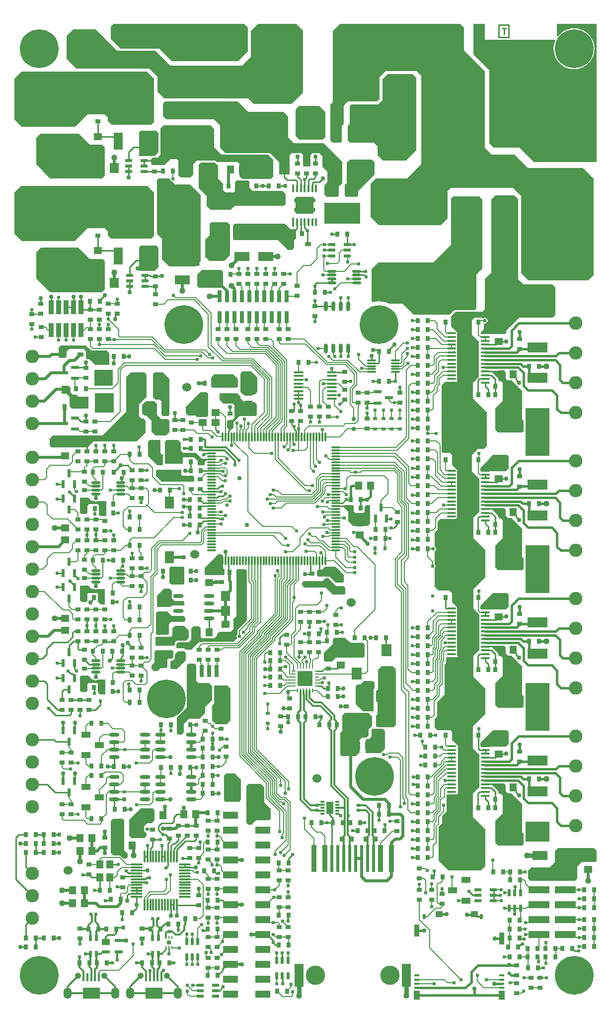
<source format=gtl>
%FSLAX25Y25*%
%MOIN*%
G70*
G01*
G75*
G04 Layer_Physical_Order=1*
G04 Layer_Color=255*
%ADD10O,0.06102X0.01378*%
%ADD11R,0.12205X0.20079*%
%ADD12R,0.13583X0.07087*%
%ADD13R,0.02953X0.03740*%
%ADD14R,0.05500X0.05000*%
%ADD15R,0.05000X0.05500*%
%ADD16R,0.01575X0.05315*%
%ADD17R,0.11417X0.07480*%
G04:AMPARAMS|DCode=18|XSize=37.4mil|YSize=29.53mil|CornerRadius=0mil|HoleSize=0mil|Usage=FLASHONLY|Rotation=180.000|XOffset=0mil|YOffset=0mil|HoleType=Round|Shape=Octagon|*
%AMOCTAGOND18*
4,1,8,-0.01870,0.00738,-0.01870,-0.00738,-0.01132,-0.01476,0.01132,-0.01476,0.01870,-0.00738,0.01870,0.00738,0.01132,0.01476,-0.01132,0.01476,-0.01870,0.00738,0.0*
%
%ADD18OCTAGOND18*%

%ADD19R,0.03740X0.02953*%
G04:AMPARAMS|DCode=20|XSize=37.4mil|YSize=29.53mil|CornerRadius=0mil|HoleSize=0mil|Usage=FLASHONLY|Rotation=270.000|XOffset=0mil|YOffset=0mil|HoleType=Round|Shape=Octagon|*
%AMOCTAGOND20*
4,1,8,-0.00738,-0.01870,0.00738,-0.01870,0.01476,-0.01132,0.01476,0.01132,0.00738,0.01870,-0.00738,0.01870,-0.01476,0.01132,-0.01476,-0.01132,-0.00738,-0.01870,0.0*
%
%ADD20OCTAGOND20*%

%ADD21R,0.02362X0.05512*%
%ADD22O,0.06693X0.01378*%
%ADD23R,0.06299X0.03937*%
%ADD24R,0.06299X0.11811*%
%ADD25R,0.26378X0.26378*%
%ADD26R,0.11811X0.06299*%
%ADD27R,0.26378X0.26378*%
%ADD28R,0.04961X0.08071*%
%ADD29R,0.02559X0.01181*%
%ADD30R,0.02756X0.00984*%
%ADD31R,0.00984X0.02756*%
%ADD32R,0.09843X0.09843*%
%ADD33R,0.07100X0.07900*%
%ADD34O,0.08268X0.01181*%
%ADD35O,0.01181X0.08268*%
%ADD36O,0.07087X0.02362*%
%ADD37O,0.02362X0.06693*%
%ADD38O,0.06496X0.01299*%
%ADD39R,0.06299X0.15354*%
%ADD40R,0.03189X0.18110*%
%ADD41R,0.02402X0.18110*%
%ADD42R,0.16000X0.06000*%
%ADD43R,0.50394X0.13780*%
%ADD44R,0.13780X0.50394*%
%ADD45R,0.06000X0.16000*%
%ADD46O,0.06496X0.01181*%
%ADD47O,0.01181X0.06496*%
%ADD48O,0.06299X0.01772*%
%ADD49R,0.31496X0.08661*%
%ADD50R,0.06299X0.08307*%
%ADD51R,0.03150X0.02362*%
%ADD52R,0.05512X0.02362*%
%ADD53R,0.10000X0.05000*%
%ADD54R,0.01378X0.05906*%
%ADD55O,0.01378X0.05906*%
%ADD56R,0.12205X0.11811*%
%ADD57R,0.02441X0.04803*%
%ADD58R,0.10039X0.06102*%
%ADD59R,0.04803X0.02441*%
%ADD60R,0.05906X0.09843*%
%ADD61R,0.03150X0.02756*%
%ADD62O,0.00984X0.02165*%
%ADD63R,0.02362X0.04331*%
%ADD64R,0.02362X0.03150*%
%ADD65R,0.02992X0.08071*%
%ADD66R,0.07000X0.06000*%
%ADD67R,0.06300X0.10600*%
%ADD68R,0.05512X0.04724*%
%ADD69R,0.10630X0.03937*%
%ADD70R,0.03189X0.09646*%
%ADD71R,0.04331X0.03150*%
%ADD72R,0.09055X0.09252*%
%ADD73R,0.09252X0.09055*%
%ADD74R,0.03150X0.04331*%
%ADD75R,0.06000X0.07000*%
%ADD76R,0.04724X0.05512*%
%ADD77R,0.14488X0.05000*%
%ADD78R,0.05315X0.02362*%
%ADD79R,0.05315X0.04134*%
%ADD80C,0.06000*%
%ADD81R,0.04724X0.04331*%
%ADD82R,0.01969X0.03543*%
%ADD83R,0.03543X0.07874*%
%ADD84R,0.04331X0.05906*%
%ADD85R,0.03543X0.01772*%
%ADD86C,0.00700*%
%ADD87C,0.01200*%
%ADD88C,0.01000*%
%ADD89C,0.02000*%
%ADD90C,0.01500*%
%ADD91C,0.03000*%
%ADD92C,0.04160*%
%ADD93O,0.05413X0.07480*%
%ADD94C,0.09000*%
%ADD95C,0.26000*%
%ADD96C,0.12992*%
%ADD97C,0.15000*%
%ADD98C,0.04000*%
%ADD99C,0.03000*%
%ADD100C,0.02400*%
G36*
X53000Y277579D02*
X53500Y277079D01*
X55033D01*
X55142Y277006D01*
X56000Y276836D01*
X56858Y277006D01*
X56967Y277079D01*
X62000D01*
Y267079D01*
X59000D01*
X57500Y268579D01*
Y270079D01*
Y274079D01*
X57000Y274579D01*
X51000D01*
X50500Y274079D01*
Y269579D01*
X49500Y268579D01*
X46500D01*
X46000Y269079D01*
X45500Y269579D01*
Y273079D01*
Y279079D01*
X46000Y279579D01*
X51000D01*
X53000Y277579D01*
D02*
G37*
G36*
X107000Y276079D02*
Y273079D01*
Y271079D01*
X107500Y270579D01*
X109000Y269079D01*
X115000D01*
X115500Y268579D01*
Y268079D01*
Y266579D01*
X115000Y266079D01*
X107000D01*
X106000Y265079D01*
X97500D01*
X97000Y265579D01*
Y267579D01*
Y272579D01*
X97500Y273079D01*
X102000Y277579D01*
X105500D01*
X107000Y276079D01*
D02*
G37*
G36*
X360500Y274279D02*
X344500D01*
Y306279D01*
X360500D01*
Y274279D01*
D02*
G37*
G36*
X217500Y279079D02*
X222500D01*
X223500Y278079D01*
Y274079D01*
X223000Y273579D01*
X215000D01*
X210500Y278079D01*
X196000D01*
X194500Y279579D01*
Y281579D01*
X195500Y282579D01*
X208000D01*
X210000Y284579D01*
X212000D01*
X217500Y279079D01*
D02*
G37*
G36*
X333000Y273579D02*
Y270079D01*
Y265579D01*
X332000Y264579D01*
X331000Y263579D01*
X314500D01*
X314000Y264079D01*
Y265579D01*
Y266079D01*
X320000Y272079D01*
X322500Y274579D01*
X332000D01*
X333000Y273579D01*
D02*
G37*
G36*
X118500Y249579D02*
Y244579D01*
X116500Y242579D01*
X110000D01*
X109000Y241579D01*
Y239579D01*
X108500Y239079D01*
X96500D01*
X96000Y239579D01*
Y244579D01*
X96500Y245079D01*
X106500D01*
X107500Y246079D01*
Y250679D01*
X109400Y252579D01*
X115500D01*
X118500Y249579D01*
D02*
G37*
G36*
X225500Y242579D02*
X227000Y241079D01*
X235500D01*
X236500Y240079D01*
Y239579D01*
Y235579D01*
Y232079D01*
X236000Y231579D01*
X235500Y231079D01*
X217000D01*
X215500Y229579D01*
X214500Y228579D01*
X210000D01*
X209000Y229579D01*
Y232079D01*
Y234579D01*
X213000Y238579D01*
X215000Y240579D01*
Y243579D01*
X216000Y244579D01*
X223500D01*
X225500Y242579D01*
D02*
G37*
G36*
X107000Y259079D02*
X115000D01*
X116000Y258079D01*
Y256079D01*
X115000Y255079D01*
X106500D01*
X105000Y253579D01*
Y247079D01*
X104500Y246579D01*
X97000D01*
X96500Y247079D01*
Y261079D01*
X97500Y262079D01*
X104000D01*
X107000Y259079D01*
D02*
G37*
G36*
X157500Y289579D02*
Y256079D01*
X151000Y249579D01*
Y246754D01*
X150710Y246320D01*
X150563Y245579D01*
X150710Y244837D01*
X151000Y244404D01*
Y244079D01*
X148571Y241649D01*
X127500D01*
X127500Y241649D01*
X127145Y241579D01*
X125000D01*
X120000Y236579D01*
X116500D01*
X115500Y237579D01*
X110500D01*
X110000Y238079D01*
Y240579D01*
X111000Y241579D01*
X118000D01*
X120000Y243579D01*
Y250579D01*
X121500Y252079D01*
X125500D01*
X126500Y251079D01*
Y245079D01*
X127500Y244079D01*
X135500D01*
X137500Y246079D01*
Y247079D01*
X139000Y248579D01*
X146500D01*
X148500Y250579D01*
Y257079D01*
X150500Y259079D01*
Y290079D01*
X151000Y290579D01*
X156500D01*
X157500Y289579D01*
D02*
G37*
G36*
X115500Y291579D02*
Y284079D01*
Y281079D01*
X115000Y280579D01*
X114500Y280079D01*
X107000D01*
X106500Y280579D01*
X105500Y281579D01*
Y283079D01*
Y291579D01*
X106000Y292079D01*
X115000D01*
X115500Y291579D01*
D02*
G37*
G36*
X333000Y366079D02*
Y362579D01*
Y358079D01*
X332000Y357079D01*
X331000Y356079D01*
X314500D01*
X314000Y356579D01*
Y358079D01*
Y358579D01*
X320000Y364579D01*
X322500Y367079D01*
X332000D01*
X333000Y366079D01*
D02*
G37*
G36*
X113500Y354079D02*
X114500Y353079D01*
X121500D01*
X122000Y352579D01*
Y349579D01*
X121500Y349079D01*
X100500D01*
X96500Y353079D01*
Y356579D01*
X97000Y357079D01*
X113500D01*
Y354079D01*
D02*
G37*
G36*
X113000Y375579D02*
Y370079D01*
X114500Y368579D01*
X123500D01*
X127500Y364579D01*
X136500D01*
Y363579D01*
X130000D01*
X129000Y362579D01*
Y360579D01*
X128500Y360079D01*
X125000D01*
X124500Y360579D01*
Y363079D01*
X122000Y365579D01*
X115000D01*
X114500Y365079D01*
Y361579D01*
X114000Y361079D01*
X103000D01*
X102500Y361579D01*
X102500Y367579D01*
X102500Y367579D01*
X102500D01*
Y376079D01*
X103500Y377079D01*
X111500D01*
X113000Y375579D01*
D02*
G37*
G36*
X99500Y376579D02*
Y370079D01*
Y368579D01*
X100500Y367579D01*
X101000Y367079D01*
Y362579D01*
Y360579D01*
X100500Y360079D01*
X97500D01*
X95500Y362079D01*
X91000Y366579D01*
Y370579D01*
Y376079D01*
X92000Y377079D01*
X99000D01*
X99500Y376579D01*
D02*
G37*
G36*
X240000Y333079D02*
Y329079D01*
Y321079D01*
X239000Y320079D01*
X238500Y319579D01*
X228500D01*
X228000Y320079D01*
X225500Y322579D01*
Y325079D01*
Y329079D01*
X222000Y332579D01*
X223000Y333579D01*
X228500D01*
X229000Y333079D01*
Y329579D01*
X230500Y328079D01*
X235500D01*
X236500Y329079D01*
Y331579D01*
Y332579D01*
X237000Y333079D01*
X237500Y333579D01*
X239500D01*
X240000Y333079D01*
D02*
G37*
G36*
X331000Y330279D02*
Y326279D01*
X332500Y324779D01*
X335000D01*
X342000Y317779D01*
Y298779D01*
X343000Y297779D01*
Y290779D01*
X342000Y289779D01*
X326000D01*
X324000Y291779D01*
Y306279D01*
X329000Y311279D01*
Y323279D01*
X328000Y324279D01*
X327000D01*
X326000Y325279D01*
Y326279D01*
X322000Y330279D01*
X316000D01*
Y331279D01*
X330000D01*
X331000Y330279D01*
D02*
G37*
G36*
X141500Y299579D02*
Y291579D01*
X142500Y290579D01*
Y287079D01*
X142000Y286579D01*
X129500D01*
X129000Y287079D01*
Y291579D01*
X138000Y300579D01*
X140500D01*
X141500Y299579D01*
D02*
G37*
G36*
X53500Y336079D02*
X55033D01*
X55142Y336006D01*
X56000Y335836D01*
X56858Y336006D01*
X56967Y336079D01*
X63000D01*
Y326079D01*
X59000D01*
X58000Y327079D01*
Y333579D01*
X57500Y334079D01*
X51500D01*
X50500Y333079D01*
Y328579D01*
X49500Y327579D01*
X46500D01*
X45500Y328579D01*
Y338079D01*
X46000Y338579D01*
X51000D01*
X53500Y336079D01*
D02*
G37*
G36*
X222500Y286579D02*
Y282079D01*
X222000Y281579D01*
X217000D01*
X213000Y285579D01*
X205500D01*
X204500Y286579D01*
Y289579D01*
X205000Y290079D01*
X208000D01*
X209902Y291981D01*
X209949Y291972D01*
X210452Y292072D01*
X210463Y292079D01*
X217000D01*
X222500Y286579D01*
D02*
G37*
G36*
X150500Y152579D02*
X153500Y149579D01*
Y139579D01*
Y136079D01*
X153000Y135579D01*
X152000Y134579D01*
X143000D01*
X142500Y135079D01*
X142000Y135579D01*
Y137579D01*
Y152079D01*
X143500Y153579D01*
X149500D01*
X150500Y152579D01*
D02*
G37*
G36*
X169000Y144579D02*
Y134079D01*
X173500Y129579D01*
Y123079D01*
X172500Y122079D01*
X163500D01*
X160500Y119079D01*
X158500D01*
X157000Y120579D01*
Y145079D01*
X158500Y146579D01*
X167000D01*
X169000Y144579D01*
D02*
G37*
G36*
X250000Y182079D02*
Y170079D01*
X247000Y167079D01*
X237500D01*
X237000Y167579D01*
Y176079D01*
X237500Y176579D01*
X239000D01*
X241000Y178579D01*
Y183079D01*
X241500Y183579D01*
X248500D01*
X250000Y182079D01*
D02*
G37*
G36*
X241500Y191579D02*
Y185579D01*
X239000Y183079D01*
Y179079D01*
X237500Y177579D01*
X234500D01*
X233000Y176079D01*
Y167579D01*
X230500Y165079D01*
X221000D01*
X220000Y166079D01*
Y180579D01*
X221500Y182079D01*
Y192579D01*
X223000Y194079D01*
X239000D01*
X241500Y191579D01*
D02*
G37*
G36*
X95500Y129079D02*
Y122079D01*
X93500Y120079D01*
X90500D01*
X88500Y118079D01*
Y115079D01*
X90000Y113579D01*
Y111579D01*
X88500Y110079D01*
X80000D01*
X78500Y111579D01*
Y122579D01*
X86000Y130079D01*
X94500D01*
X95500Y129079D01*
D02*
G37*
G36*
X75000Y122079D02*
Y102079D01*
X77500Y99579D01*
Y97579D01*
X76500Y96579D01*
X74500D01*
X72500Y98579D01*
X68000D01*
X66000Y100579D01*
Y121579D01*
X67500Y123079D01*
X74000D01*
X75000Y122079D01*
D02*
G37*
G36*
X392171Y101907D02*
Y95250D01*
X391000Y94079D01*
X382000D01*
X379000Y91079D01*
Y83079D01*
X377500Y81579D01*
X347500D01*
X346000Y83079D01*
Y88579D01*
X348000Y90579D01*
X360500D01*
X364000Y94079D01*
Y101579D01*
X366000Y103579D01*
X390500D01*
X392171Y101907D01*
D02*
G37*
G36*
X360500Y107679D02*
X344500D01*
Y121179D01*
X360500D01*
Y107679D01*
D02*
G37*
G36*
X331000Y145679D02*
Y141679D01*
X332500Y140179D01*
X335000D01*
X342000Y133179D01*
Y114179D01*
X343000Y113179D01*
Y106179D01*
X342000Y105179D01*
X326000D01*
X324000Y107179D01*
Y121679D01*
X329000Y126679D01*
Y138679D01*
X328000Y139679D01*
X327000D01*
X326000Y140679D01*
Y141679D01*
X322000Y145679D01*
X316000D01*
Y146679D01*
X330000D01*
X331000Y145679D01*
D02*
G37*
G36*
X333000Y181579D02*
Y178079D01*
Y173579D01*
X332000Y172579D01*
X331000Y171579D01*
X314500D01*
X314073Y172005D01*
Y174152D01*
X320000Y180079D01*
X322500Y182579D01*
X332000D01*
X333000Y181579D01*
D02*
G37*
G36*
X53500Y216579D02*
X54356D01*
X54414Y216493D01*
X55142Y216006D01*
X56000Y215836D01*
X56858Y216006D01*
X57586Y216493D01*
X57644Y216579D01*
X62500D01*
Y206579D01*
X59000D01*
X57500Y208079D01*
Y213579D01*
X57000Y214079D01*
X51000D01*
X50500Y213579D01*
Y209079D01*
X49500Y208079D01*
X46500D01*
X45500Y209079D01*
Y218579D01*
X46000Y219079D01*
X51000D01*
X53500Y216579D01*
D02*
G37*
G36*
X331000Y237979D02*
Y233979D01*
X332500Y232479D01*
X335000D01*
X342000Y225479D01*
Y206479D01*
X343000Y205479D01*
Y198479D01*
X342000Y197479D01*
X326000D01*
X324000Y199479D01*
Y213979D01*
X329000Y218979D01*
Y230979D01*
X328000Y231979D01*
X327000D01*
X326000Y232979D01*
Y233979D01*
X322000Y237979D01*
X316000D01*
Y238979D01*
X330000D01*
X331000Y237979D01*
D02*
G37*
G36*
X116500Y234579D02*
Y229579D01*
X110500Y223579D01*
X107000D01*
X106000Y224579D01*
Y228579D01*
X106500Y229079D01*
X107500D01*
X109000Y230579D01*
Y233579D01*
X111000Y235579D01*
X115500D01*
X116500Y234579D01*
D02*
G37*
G36*
X108000Y235579D02*
Y231579D01*
X107000Y230579D01*
X104500D01*
X104000Y230079D01*
Y227079D01*
Y225079D01*
X103000Y224079D01*
X99500D01*
X98000Y222579D01*
X97500Y222079D01*
X95000D01*
X94000Y223079D01*
X93500Y223579D01*
Y226079D01*
X95000Y227579D01*
X95500Y228079D01*
Y234579D01*
Y235079D01*
X96500Y236079D01*
X107500D01*
X108000Y235579D01*
D02*
G37*
G36*
X243000Y214579D02*
Y210579D01*
X242500Y210079D01*
Y195579D01*
X242000Y195079D01*
X235500D01*
X230500Y200079D01*
Y212079D01*
X231500Y213079D01*
X233500D01*
X236000Y215579D01*
X242000D01*
X243000Y214579D01*
D02*
G37*
G36*
X360500Y181979D02*
X344500D01*
Y213979D01*
X360500D01*
Y181979D01*
D02*
G37*
G36*
X123500Y226079D02*
Y215579D01*
X125000Y214079D01*
X132000D01*
X134000Y212079D01*
Y202579D01*
X129500Y198079D01*
Y194000D01*
X125500Y190000D01*
X118500D01*
X115000Y186500D01*
Y181079D01*
X113500Y179579D01*
X111500D01*
X110500Y180579D01*
Y191079D01*
X117000Y197579D01*
Y201124D01*
X117073Y201429D01*
X117242Y203579D01*
X117073Y205729D01*
X117000Y206033D01*
Y226079D01*
X118000Y227079D01*
X122500D01*
X123500Y226079D01*
D02*
G37*
G36*
X146500Y210579D02*
Y189079D01*
X144000Y186579D01*
X136500D01*
X134000Y189079D01*
Y199079D01*
X135500Y200579D01*
Y212079D01*
X136000Y212579D01*
X144500D01*
X146500Y210579D01*
D02*
G37*
G36*
X257500Y223579D02*
Y186079D01*
X256000Y184579D01*
X245000D01*
X244000Y185579D01*
Y192579D01*
X245000Y193579D01*
Y201079D01*
X244000Y202079D01*
Y208579D01*
X245500Y210079D01*
Y223079D01*
X248000Y225579D01*
X255500D01*
X257500Y223579D01*
D02*
G37*
G36*
X158500Y597079D02*
X182000D01*
X185000Y594079D01*
Y580079D01*
X189000Y576079D01*
X209000D01*
X221500Y563579D01*
Y549579D01*
X219000Y547079D01*
Y541079D01*
X218000Y540079D01*
X211000D01*
X209500Y541579D01*
Y548079D01*
X211500Y550079D01*
Y557079D01*
X208000Y560579D01*
Y567579D01*
X205917Y569579D01*
X201500D01*
X200000Y568079D01*
Y561079D01*
X199500Y560579D01*
X195500D01*
X195000Y561079D01*
Y568579D01*
X194000Y569579D01*
X187500D01*
X186000Y568079D01*
Y555079D01*
X179000D01*
Y563579D01*
X173000Y569579D01*
X143000D01*
X139500Y573079D01*
Y588079D01*
X135500Y592079D01*
X103500D01*
X101000Y594579D01*
Y602579D01*
X102500Y604079D01*
X151500D01*
X158500Y597079D01*
D02*
G37*
G36*
X138000Y561079D02*
Y552579D01*
X141500Y549079D01*
Y544579D01*
X143000Y543079D01*
X148500D01*
X149500Y544079D01*
Y550079D01*
X150500Y551079D01*
X158500D01*
X159000Y550579D01*
Y546579D01*
X161500Y544079D01*
X181500D01*
X183500Y542079D01*
Y535579D01*
X182000Y534079D01*
X149000D01*
X146500Y531579D01*
X133000D01*
X130500Y534079D01*
Y540579D01*
X125000Y546079D01*
Y561579D01*
X126500Y563079D01*
X136000D01*
X138000Y561079D01*
D02*
G37*
G36*
X135500Y585579D02*
Y573579D01*
X140500Y568579D01*
X171500D01*
X175000Y565079D01*
Y553579D01*
X173500Y552079D01*
X154500D01*
X152500Y554079D01*
Y562579D01*
X151500Y563579D01*
X137500D01*
X136500Y564579D01*
X124000D01*
X121500Y562079D01*
Y555079D01*
X119500Y553079D01*
X113000D01*
X111500Y554579D01*
Y564579D01*
X110500Y565579D01*
X106000D01*
X102000Y561579D01*
X94000D01*
X93000Y562579D01*
Y565579D01*
X94000Y566579D01*
X97500D01*
X99500Y568579D01*
Y586079D01*
X101500Y588079D01*
X133000D01*
X135500Y585579D01*
D02*
G37*
G36*
X243000Y563579D02*
Y555079D01*
X232000Y544079D01*
Y541079D01*
X231000Y540079D01*
X224000D01*
X223000Y541079D01*
Y548079D01*
X224500Y549579D01*
Y563079D01*
X226500Y565079D01*
X241500D01*
X243000Y563579D01*
D02*
G37*
G36*
X233500Y522079D02*
X209500D01*
Y536079D01*
X233500D01*
Y522079D01*
D02*
G37*
G36*
X146000Y521579D02*
Y515579D01*
Y501079D01*
X145000Y500079D01*
X142000Y497079D01*
X132500D01*
X130500Y499079D01*
X129500Y500079D01*
Y508579D01*
Y511579D01*
X130000Y512079D01*
X132500Y514579D01*
Y516079D01*
Y522079D01*
X133000Y522579D01*
X133500Y523079D01*
X144500D01*
X146000Y521579D01*
D02*
G37*
G36*
X105927Y552151D02*
X105913Y552079D01*
X106060Y551337D01*
X106480Y550709D01*
X107109Y550289D01*
X107850Y550141D01*
X107923Y550156D01*
X109500Y548579D01*
X119500D01*
X126500Y541579D01*
Y497079D01*
X123000Y493579D01*
X105500D01*
X100500Y498579D01*
Y512079D01*
X97000Y515579D01*
Y551579D01*
X98000Y552579D01*
X105500D01*
X105927Y552151D01*
D02*
G37*
G36*
X95000Y543079D02*
Y514079D01*
X93000Y512079D01*
X66500D01*
X64000Y514579D01*
Y517079D01*
X62000Y519079D01*
X50500D01*
X42000Y510579D01*
X6500D01*
X1529Y515549D01*
Y543108D01*
X6000Y547579D01*
X90500D01*
X95000Y543079D01*
D02*
G37*
G36*
X185000Y520079D02*
X186500Y518579D01*
X190350D01*
X190500Y518429D01*
Y516079D01*
Y512579D01*
X189500Y511579D01*
X189000Y511079D01*
Y508579D01*
Y506079D01*
X188500Y505579D01*
X187500Y504579D01*
X185000D01*
X183500Y506079D01*
X178500Y511079D01*
X149000D01*
X148000Y512079D01*
Y521079D01*
X149000Y522079D01*
X183000D01*
X185000Y520079D01*
D02*
G37*
G36*
X195000Y651579D02*
Y610079D01*
X187500Y602579D01*
X162000D01*
X158500Y606079D01*
X102000D01*
X97500Y610579D01*
Y620579D01*
X92000Y626079D01*
X43000D01*
X36500Y632579D01*
Y648079D01*
X41000Y652579D01*
X56000D01*
X70500Y638079D01*
X96000D01*
X106000Y628079D01*
X154000D01*
X160000Y634079D01*
Y651079D01*
X164872Y655951D01*
X190628D01*
X195000Y651579D01*
D02*
G37*
G36*
X392171Y563579D02*
X350000D01*
X340500Y573079D01*
X323000D01*
X320000Y576079D01*
Y625079D01*
X309500Y635579D01*
Y655951D01*
X317000D01*
Y645579D01*
X364248D01*
X364526Y645163D01*
X363930Y643725D01*
X363427Y641629D01*
X363258Y639479D01*
X363427Y637329D01*
X363930Y635232D01*
X364756Y633240D01*
X365882Y631401D01*
X367283Y629761D01*
X368922Y628361D01*
X370761Y627234D01*
X372753Y626409D01*
X374850Y625906D01*
X377000Y625736D01*
X379150Y625906D01*
X381247Y626409D01*
X383239Y627234D01*
X385078Y628361D01*
X386717Y629761D01*
X388118Y631401D01*
X389245Y633240D01*
X390070Y635232D01*
X390573Y637329D01*
X390742Y639479D01*
X390573Y641629D01*
X390070Y643725D01*
X389245Y645718D01*
X388118Y647556D01*
X386717Y649196D01*
X385078Y650597D01*
X383239Y651723D01*
X381247Y652549D01*
X379150Y653052D01*
X377000Y653221D01*
X374850Y653052D01*
X372753Y652549D01*
X370761Y651723D01*
X368922Y650597D01*
X367283Y649196D01*
X365969Y647658D01*
X365500Y647831D01*
Y655951D01*
X392171D01*
Y563579D01*
D02*
G37*
G36*
X333900Y646479D02*
X326100D01*
Y655679D01*
X333900D01*
Y646479D01*
D02*
G37*
G36*
X158000Y653579D02*
Y637579D01*
X151500Y631079D01*
X107000D01*
X98500Y639579D01*
X72500D01*
X66000Y646079D01*
Y654079D01*
X67872Y655951D01*
X155628D01*
X158000Y653579D01*
D02*
G37*
G36*
X95000Y619579D02*
Y590579D01*
X93000Y588579D01*
X66500D01*
X64000Y591079D01*
Y593579D01*
X62000Y595579D01*
X50500D01*
X42000Y587079D01*
X6500D01*
X1529Y592049D01*
Y619608D01*
X6000Y624079D01*
X90500D01*
X95000Y619579D01*
D02*
G37*
G36*
X271000Y620079D02*
Y571579D01*
X264000Y564579D01*
X248500D01*
X245000Y568079D01*
Y574079D01*
X242500Y576579D01*
X226500D01*
X225000Y578079D01*
Y587579D01*
X226500Y589079D01*
Y601079D01*
X227500Y602079D01*
X245500D01*
X248500Y605079D01*
Y619079D01*
X252000Y622579D01*
X268500D01*
X271000Y620079D01*
D02*
G37*
G36*
X50000Y577079D02*
X52000Y575079D01*
X60500D01*
X62000Y573579D01*
Y572579D01*
Y554579D01*
X60000Y552579D01*
X25500D01*
X20500Y557579D01*
X16000Y562079D01*
Y566579D01*
Y579579D01*
X16500Y580079D01*
X19000Y582579D01*
X44500D01*
X50000Y577079D01*
D02*
G37*
G36*
X210000Y597079D02*
Y580579D01*
X208000Y578579D01*
X192500D01*
X190000Y581079D01*
Y598579D01*
X192500Y601079D01*
X206000D01*
X210000Y597079D01*
D02*
G37*
G36*
X98000Y583079D02*
Y570079D01*
X95500Y567579D01*
X85000D01*
Y583579D01*
X86000Y584579D01*
X96500D01*
X98000Y583079D01*
D02*
G37*
G36*
Y506079D02*
Y493079D01*
X95500Y490579D01*
X85000D01*
Y506579D01*
X86000Y507579D01*
X96500D01*
X98000Y506079D01*
D02*
G37*
G36*
X105500Y418079D02*
Y394079D01*
X104500Y393079D01*
X101000D01*
X100000Y394079D01*
Y403079D01*
X99000Y404079D01*
X96000D01*
X94500Y405579D01*
Y421579D01*
X95500Y422579D01*
X101000D01*
X105500Y418079D01*
D02*
G37*
G36*
X131500Y408079D02*
Y399579D01*
Y393579D01*
X131000Y393079D01*
X130500Y392579D01*
X124000D01*
X123000Y393579D01*
X118000D01*
X117500Y394079D01*
X116500Y395079D01*
Y398079D01*
Y399579D01*
X123000Y406079D01*
X126000Y409079D01*
X130500D01*
X131500Y408079D01*
D02*
G37*
G36*
X38000Y413079D02*
X39000Y412079D01*
Y410579D01*
Y409079D01*
X40000Y408079D01*
X40500Y407579D01*
X43000D01*
X44000Y406579D01*
X44500Y406079D01*
X51000D01*
Y398079D01*
X40000D01*
X39000Y399079D01*
X38500Y399579D01*
Y404579D01*
Y406079D01*
X37500Y407079D01*
X36500Y408079D01*
X33000D01*
Y410579D01*
Y413579D01*
X37500D01*
X38000Y413079D01*
D02*
G37*
G36*
X68000Y395579D02*
X55500D01*
Y408579D01*
X68000D01*
Y395579D01*
D02*
G37*
G36*
X152000Y407579D02*
X153000Y406579D01*
Y405579D01*
Y405079D01*
X155000Y403079D01*
X155500Y402579D01*
X162500D01*
X163000Y402079D01*
X164000Y401079D01*
Y397579D01*
Y394079D01*
X163000Y393079D01*
X152500D01*
X151500Y392079D01*
X148500Y389079D01*
Y388079D01*
Y385579D01*
X147000Y384079D01*
X145000D01*
Y384579D01*
X144500Y385079D01*
X144090Y385489D01*
Y389669D01*
X144500Y390079D01*
X145000Y390579D01*
X147500D01*
X148500Y391579D01*
X149000Y392079D01*
Y394579D01*
Y400579D01*
X148500Y401079D01*
X148000Y401579D01*
X141500D01*
X140000Y403079D01*
X139000Y404079D01*
Y406079D01*
Y408079D01*
X139500Y408579D01*
X151000D01*
X152000Y407579D01*
D02*
G37*
G36*
X90000Y421079D02*
Y406079D01*
X85000Y401079D01*
Y393079D01*
X86500Y391579D01*
X88000D01*
X89500Y390079D01*
Y382079D01*
X83500Y376079D01*
X54500D01*
X50500Y372079D01*
X26500D01*
X25000Y373579D01*
Y378079D01*
X27000Y380079D01*
X60500D01*
X76500Y396079D01*
Y419579D01*
X79500Y422579D01*
X88500D01*
X90000Y421079D01*
D02*
G37*
G36*
X360500Y366579D02*
X344500D01*
Y398579D01*
X360500D01*
Y366579D01*
D02*
G37*
G36*
X331000Y422579D02*
Y418579D01*
X332500Y417079D01*
X335000D01*
X342000Y410079D01*
Y391079D01*
X343000Y390079D01*
Y383079D01*
X342000Y382079D01*
X326000D01*
X324000Y384079D01*
Y398579D01*
X329000Y403579D01*
Y415579D01*
X328000Y416579D01*
X327000D01*
X326000Y417579D01*
Y418579D01*
X322000Y422579D01*
X316000D01*
Y423579D01*
X330000D01*
X331000Y422579D01*
D02*
G37*
G36*
X97000Y401579D02*
Y394079D01*
X100000Y391079D01*
X104500D01*
X105500Y390079D01*
Y382579D01*
X103000Y380079D01*
X96000D01*
X93500Y382579D01*
Y390079D01*
X90000Y393579D01*
X88500D01*
X87000Y395079D01*
Y400579D01*
X89500Y403079D01*
X95500D01*
X97000Y401579D01*
D02*
G37*
G36*
X50000Y500579D02*
X52000Y498579D01*
X60500D01*
X62000Y497079D01*
Y496079D01*
Y478079D01*
X60000Y476079D01*
X25500D01*
X20500Y481079D01*
X16000Y485579D01*
Y490079D01*
Y503079D01*
X16500Y503579D01*
X19000Y506079D01*
X44500D01*
X50000Y500579D01*
D02*
G37*
G36*
X315500Y538579D02*
Y492079D01*
X311500Y488079D01*
Y465579D01*
X310000Y464079D01*
X296500D01*
X293500Y461079D01*
X269500D01*
X262000Y468579D01*
X252705D01*
X250805Y469366D01*
X248432Y469935D01*
X246000Y470127D01*
X243568Y469935D01*
X242016Y469563D01*
X241000Y470579D01*
Y491579D01*
X245500Y496079D01*
X282500D01*
X294500Y508079D01*
Y539079D01*
X296000Y540579D01*
X313500D01*
X315500Y538579D01*
D02*
G37*
G36*
X303000Y653579D02*
Y638565D01*
X317000Y624434D01*
Y573079D01*
X321500Y568579D01*
X337000D01*
X346000Y559579D01*
X383000D01*
X390000Y552579D01*
Y487579D01*
X386500Y484079D01*
X346500D01*
X341500Y489079D01*
Y540579D01*
X336000Y546079D01*
X294000D01*
X292000Y544079D01*
Y525579D01*
X287500Y521079D01*
X246000D01*
X240500Y526579D01*
Y549079D01*
X244000Y552579D01*
X265000D01*
X274500Y562079D01*
Y621579D01*
X271500Y624579D01*
X250500D01*
X246500Y620579D01*
Y605579D01*
X244500Y604079D01*
X225000D01*
X222500Y601579D01*
Y589079D01*
X221000Y587579D01*
Y577579D01*
X220000Y576579D01*
X215000D01*
X213500Y578079D01*
Y602079D01*
X215000Y603579D01*
Y651079D01*
X219872Y655951D01*
X300628D01*
X303000Y653579D01*
D02*
G37*
G36*
X141500Y490079D02*
Y480579D01*
X140000Y479079D01*
X125500D01*
X124000Y480579D01*
Y488079D01*
X127000Y491079D01*
X140500D01*
X141500Y490079D01*
D02*
G37*
G36*
X339500Y538579D02*
Y485079D01*
X343000Y481579D01*
X362500D01*
X364500Y479579D01*
Y461079D01*
X362500Y459079D01*
X340000D01*
X331500Y450579D01*
Y449079D01*
X330500Y448079D01*
X314500D01*
Y449579D01*
X316500Y451579D01*
Y454847D01*
X316886Y455164D01*
X317000Y455141D01*
X317741Y455289D01*
X318370Y455709D01*
X318790Y456337D01*
X318937Y457079D01*
X318790Y457820D01*
X318370Y458449D01*
X317741Y458869D01*
X317000Y459016D01*
X316259Y458869D01*
X315630Y458449D01*
X315000Y459079D01*
X310000D01*
X308500Y457579D01*
Y447579D01*
X313000Y443079D01*
Y419579D01*
X309000Y415579D01*
Y405079D01*
X318500Y395579D01*
Y373079D01*
X316500Y371079D01*
X312000D01*
Y370579D01*
X308500Y367079D01*
Y356079D01*
X313500Y351079D01*
Y329079D01*
X309500Y325079D01*
Y311579D01*
X317500Y303579D01*
Y285079D01*
X309500Y277079D01*
Y264079D01*
X313500Y260079D01*
Y236579D01*
X309500Y232579D01*
Y218579D01*
X317500Y210579D01*
Y193579D01*
X309000Y185079D01*
Y170579D01*
X313500Y166079D01*
Y144579D01*
X309000Y140079D01*
Y124579D01*
X317500Y116079D01*
Y91579D01*
X314500Y88579D01*
X292500D01*
X286000Y95079D01*
Y117579D01*
X288500Y120079D01*
Y125079D01*
X291500Y128079D01*
Y139079D01*
X292000Y139579D01*
X298000D01*
X299000Y140579D01*
Y172079D01*
X295000Y176079D01*
Y181579D01*
X294000Y182579D01*
X285500D01*
X283500Y184579D01*
Y190079D01*
X285000Y191579D01*
Y201579D01*
X290000Y206579D01*
Y226579D01*
X291000Y227579D01*
Y231079D01*
X291500Y231579D01*
X298500D01*
X299000Y232079D01*
X298500Y232579D01*
Y265079D01*
X295000Y268579D01*
Y274579D01*
X293500Y276079D01*
X286000D01*
X283500Y278579D01*
Y291404D01*
X283790Y291837D01*
X283937Y292579D01*
X283790Y293320D01*
X283500Y293754D01*
Y302462D01*
X283870Y302709D01*
X284290Y303337D01*
X284437Y304079D01*
X284290Y304820D01*
X283870Y305449D01*
X283500Y305696D01*
Y315079D01*
X285500Y317079D01*
Y322579D01*
X287000Y324079D01*
X297500D01*
X298500Y325079D01*
Y357079D01*
X295000Y360579D01*
Y367079D01*
X293500Y368579D01*
X289000D01*
X288071Y369508D01*
Y374079D01*
X288000Y374433D01*
Y413579D01*
X290500Y416079D01*
X298000D01*
X298500Y416579D01*
Y449579D01*
X294500Y453579D01*
Y460079D01*
X297500Y463079D01*
X315500D01*
X317000Y464579D01*
Y485079D01*
X321500Y489579D01*
Y538579D01*
X324000Y541079D01*
X337000D01*
X339500Y538579D01*
D02*
G37*
G36*
X151500Y418079D02*
Y413079D01*
X150500Y412079D01*
X134500D01*
X133500Y413079D01*
Y419079D01*
X135500Y421079D01*
X148500D01*
X151500Y418079D01*
D02*
G37*
G36*
X162500Y421079D02*
X164500Y419079D01*
Y416079D01*
Y409579D01*
X163500Y408579D01*
X162500Y407579D01*
X155000D01*
X153000Y409579D01*
Y410579D01*
Y412079D01*
Y414579D01*
Y421579D01*
X153500Y422079D01*
X154500Y423079D01*
X160500D01*
X162500Y421079D01*
D02*
G37*
G36*
X51500Y438579D02*
X53000Y437079D01*
X63500D01*
X64000Y436579D01*
X65000Y435579D01*
Y427579D01*
X55500D01*
X54000Y429079D01*
X52000Y431079D01*
X50500D01*
X49500Y432079D01*
Y434079D01*
Y436579D01*
X49000Y437079D01*
X48000Y438079D01*
X38000D01*
X36500Y436579D01*
Y435579D01*
Y433079D01*
X35500Y432079D01*
X32000D01*
X31000Y433079D01*
Y433579D01*
Y439079D01*
X32500Y440579D01*
X49500D01*
X51500Y438579D01*
D02*
G37*
G36*
X67500Y413593D02*
X67486Y413579D01*
X55000D01*
Y424079D01*
X67500D01*
Y413593D01*
D02*
G37*
%LPC*%
G36*
X332900Y654679D02*
X327100D01*
Y647479D01*
X332900D01*
Y654679D01*
D02*
G37*
%LPD*%
D10*
X317319Y138545D02*
D03*
Y141104D02*
D03*
Y143663D02*
D03*
Y146222D02*
D03*
Y148781D02*
D03*
Y151340D02*
D03*
Y153899D02*
D03*
Y156458D02*
D03*
Y159017D02*
D03*
Y161576D02*
D03*
Y164135D02*
D03*
Y166694D02*
D03*
Y169254D02*
D03*
Y171813D02*
D03*
X294681Y138545D02*
D03*
Y141104D02*
D03*
Y143663D02*
D03*
Y146222D02*
D03*
Y148781D02*
D03*
Y151340D02*
D03*
Y153899D02*
D03*
Y156458D02*
D03*
Y159017D02*
D03*
Y161576D02*
D03*
Y164135D02*
D03*
Y166694D02*
D03*
Y169254D02*
D03*
Y171813D02*
D03*
X317319Y230845D02*
D03*
Y233404D02*
D03*
Y235963D02*
D03*
Y238522D02*
D03*
Y241081D02*
D03*
Y243640D02*
D03*
Y246199D02*
D03*
Y248758D02*
D03*
Y251317D02*
D03*
Y253876D02*
D03*
Y256435D02*
D03*
Y258995D02*
D03*
Y261554D02*
D03*
Y264113D02*
D03*
X294681Y230845D02*
D03*
Y233404D02*
D03*
Y235963D02*
D03*
Y238522D02*
D03*
Y241081D02*
D03*
Y243640D02*
D03*
Y246199D02*
D03*
Y248758D02*
D03*
Y251317D02*
D03*
Y253876D02*
D03*
Y256435D02*
D03*
Y258995D02*
D03*
Y261554D02*
D03*
Y264113D02*
D03*
X317319Y323145D02*
D03*
Y325704D02*
D03*
Y328263D02*
D03*
Y330822D02*
D03*
Y333381D02*
D03*
Y335940D02*
D03*
Y338499D02*
D03*
Y341058D02*
D03*
Y343617D02*
D03*
Y346176D02*
D03*
Y348735D02*
D03*
Y351294D02*
D03*
Y353854D02*
D03*
Y356413D02*
D03*
X294681Y323145D02*
D03*
Y325704D02*
D03*
Y328263D02*
D03*
Y330822D02*
D03*
Y333381D02*
D03*
Y335940D02*
D03*
Y338499D02*
D03*
Y341058D02*
D03*
Y343617D02*
D03*
Y346176D02*
D03*
Y348735D02*
D03*
Y351294D02*
D03*
Y353854D02*
D03*
Y356413D02*
D03*
X317319Y415445D02*
D03*
Y418004D02*
D03*
Y420563D02*
D03*
Y423122D02*
D03*
Y425681D02*
D03*
Y428240D02*
D03*
Y430799D02*
D03*
Y433358D02*
D03*
Y435917D02*
D03*
Y438476D02*
D03*
Y441035D02*
D03*
Y443595D02*
D03*
Y446153D02*
D03*
Y448713D02*
D03*
X294681Y415445D02*
D03*
Y418004D02*
D03*
Y420563D02*
D03*
Y423122D02*
D03*
Y425681D02*
D03*
Y428240D02*
D03*
Y430799D02*
D03*
Y433358D02*
D03*
Y435917D02*
D03*
Y438476D02*
D03*
Y441035D02*
D03*
Y443595D02*
D03*
Y446153D02*
D03*
Y448713D02*
D03*
D11*
X306000Y155179D02*
D03*
Y247479D02*
D03*
Y339779D02*
D03*
Y432079D02*
D03*
D12*
X352500Y185811D02*
D03*
Y162189D02*
D03*
Y278311D02*
D03*
Y254689D02*
D03*
Y370811D02*
D03*
Y347189D02*
D03*
Y462811D02*
D03*
Y439189D02*
D03*
Y117689D02*
D03*
Y141311D02*
D03*
Y210189D02*
D03*
Y233811D02*
D03*
Y302689D02*
D03*
Y326311D02*
D03*
Y395268D02*
D03*
Y418890D02*
D03*
D13*
X122850Y56000D02*
D03*
X116150D02*
D03*
X27850Y100579D02*
D03*
X21150D02*
D03*
X27850Y112579D02*
D03*
X21150D02*
D03*
X27850Y43079D02*
D03*
X21150D02*
D03*
X27850Y106579D02*
D03*
X21150D02*
D03*
X9150D02*
D03*
X15850D02*
D03*
X9150Y43079D02*
D03*
X15850D02*
D03*
X85350Y201079D02*
D03*
Y256579D02*
D03*
Y246079D02*
D03*
Y317079D02*
D03*
Y306579D02*
D03*
Y367579D02*
D03*
X177650Y7579D02*
D03*
X184350D02*
D03*
X243650Y317079D02*
D03*
X250350D02*
D03*
Y311079D02*
D03*
X243650D02*
D03*
X332650Y37079D02*
D03*
X339350D02*
D03*
X390350Y37579D02*
D03*
X383650D02*
D03*
X187650Y515579D02*
D03*
X194350D02*
D03*
X137850Y18079D02*
D03*
X131150D02*
D03*
Y49079D02*
D03*
X137850D02*
D03*
X390350Y69579D02*
D03*
X383650D02*
D03*
Y75579D02*
D03*
X390350D02*
D03*
X334150Y82079D02*
D03*
X340850D02*
D03*
X322650Y87579D02*
D03*
X329350D02*
D03*
X390350Y49579D02*
D03*
X383650D02*
D03*
X333650Y55079D02*
D03*
X340350D02*
D03*
Y49079D02*
D03*
X333650D02*
D03*
X383650Y43579D02*
D03*
X390350D02*
D03*
X383650Y63579D02*
D03*
X390350D02*
D03*
X340350Y43079D02*
D03*
X333650D02*
D03*
X340850Y87579D02*
D03*
X334150D02*
D03*
X58850Y470079D02*
D03*
X52150D02*
D03*
X65350Y75079D02*
D03*
X58650D02*
D03*
X80350Y60079D02*
D03*
X73650D02*
D03*
X72850Y69079D02*
D03*
X66150D02*
D03*
X241150Y213079D02*
D03*
X247850D02*
D03*
X218350Y210579D02*
D03*
X211650D02*
D03*
X243350Y181079D02*
D03*
X236650D02*
D03*
X240150Y197079D02*
D03*
X246850D02*
D03*
X218350Y205079D02*
D03*
X211650D02*
D03*
X244150Y244579D02*
D03*
X250850D02*
D03*
X236350D02*
D03*
X229650D02*
D03*
X246150Y126079D02*
D03*
X252850D02*
D03*
X246150Y132079D02*
D03*
X252850D02*
D03*
X227850Y109579D02*
D03*
X221150D02*
D03*
X231650Y115079D02*
D03*
X238350D02*
D03*
X233350Y120579D02*
D03*
X226650D02*
D03*
X215150D02*
D03*
X221850D02*
D03*
X249850Y115079D02*
D03*
X243150D02*
D03*
X207350Y120579D02*
D03*
X200650D02*
D03*
X237150Y109579D02*
D03*
X243850D02*
D03*
X196650Y191579D02*
D03*
X203350D02*
D03*
X191850D02*
D03*
X185150D02*
D03*
X217650Y186079D02*
D03*
X224350D02*
D03*
X212850D02*
D03*
X206150D02*
D03*
X179850Y234579D02*
D03*
X173150D02*
D03*
Y229079D02*
D03*
X179850D02*
D03*
X217850Y242579D02*
D03*
X211150D02*
D03*
X199150Y247079D02*
D03*
X205850D02*
D03*
X211150Y248079D02*
D03*
X217850D02*
D03*
X179850Y223579D02*
D03*
X173150D02*
D03*
Y212579D02*
D03*
X179850D02*
D03*
X173150Y218079D02*
D03*
X179850D02*
D03*
X119150Y326079D02*
D03*
X125850D02*
D03*
X233850Y331579D02*
D03*
X227150D02*
D03*
X119150D02*
D03*
X125850D02*
D03*
X233850Y337079D02*
D03*
X227150D02*
D03*
X119150Y320079D02*
D03*
X125850D02*
D03*
X119650Y356579D02*
D03*
X126350D02*
D03*
X108350Y227079D02*
D03*
X101650D02*
D03*
X103150Y248579D02*
D03*
X109850D02*
D03*
X119650Y377579D02*
D03*
X126350D02*
D03*
X119650Y371579D02*
D03*
X126350D02*
D03*
X92650Y49079D02*
D03*
X99350D02*
D03*
X104650Y52579D02*
D03*
X111350D02*
D03*
X93850Y26579D02*
D03*
X87150D02*
D03*
X98650D02*
D03*
X105350D02*
D03*
X57850Y49079D02*
D03*
X51150D02*
D03*
X69850D02*
D03*
X63150D02*
D03*
X45150Y26579D02*
D03*
X51850D02*
D03*
X63350D02*
D03*
X56650D02*
D03*
X78650Y209579D02*
D03*
X85350D02*
D03*
X73850Y235579D02*
D03*
X67150D02*
D03*
X54150D02*
D03*
X60850D02*
D03*
X60650Y208579D02*
D03*
X67350D02*
D03*
Y214579D02*
D03*
X60650D02*
D03*
X48150Y211079D02*
D03*
X54850D02*
D03*
X74850Y158079D02*
D03*
X68150D02*
D03*
X75350Y129579D02*
D03*
X68650D02*
D03*
X112650Y157579D02*
D03*
X119350D02*
D03*
X134350Y140079D02*
D03*
X127650D02*
D03*
Y152079D02*
D03*
X134350D02*
D03*
X99650Y157579D02*
D03*
X106350D02*
D03*
X134350Y146079D02*
D03*
X127650D02*
D03*
X134350Y164579D02*
D03*
X127650D02*
D03*
X99650Y186079D02*
D03*
X106350D02*
D03*
X112650D02*
D03*
X119350D02*
D03*
X134350Y170579D02*
D03*
X127650D02*
D03*
Y176579D02*
D03*
X134350D02*
D03*
X209850Y476079D02*
D03*
X203150D02*
D03*
X218150Y515079D02*
D03*
X224850D02*
D03*
X252850Y436579D02*
D03*
X246150D02*
D03*
X252850Y416579D02*
D03*
X246150D02*
D03*
X282150Y84079D02*
D03*
X288850D02*
D03*
X306150Y456079D02*
D03*
X312850D02*
D03*
X278850Y385079D02*
D03*
X272150D02*
D03*
X278850Y451079D02*
D03*
X272150D02*
D03*
X353350Y426579D02*
D03*
X346650D02*
D03*
X324150Y413079D02*
D03*
X330850D02*
D03*
Y407579D02*
D03*
X324150D02*
D03*
X312650D02*
D03*
X319350D02*
D03*
X290650Y456079D02*
D03*
X297350D02*
D03*
X272150Y421079D02*
D03*
X278850D02*
D03*
X272150Y415079D02*
D03*
X278850D02*
D03*
X272150Y445079D02*
D03*
X278850D02*
D03*
X272150Y427079D02*
D03*
X278850D02*
D03*
X145150Y547579D02*
D03*
X151850D02*
D03*
X107850Y557579D02*
D03*
X101150D02*
D03*
X346650Y241979D02*
D03*
X353350D02*
D03*
X346650Y149679D02*
D03*
X353350D02*
D03*
X346650Y334279D02*
D03*
X353350D02*
D03*
X306150Y271479D02*
D03*
X312850D02*
D03*
X306150Y179179D02*
D03*
X312850D02*
D03*
X306150Y363779D02*
D03*
X312850D02*
D03*
X297350D02*
D03*
X290650D02*
D03*
X297350Y179179D02*
D03*
X290650D02*
D03*
X297350Y271479D02*
D03*
X290650D02*
D03*
X319350Y130579D02*
D03*
X312650D02*
D03*
X319350Y223079D02*
D03*
X312650D02*
D03*
X319350Y315079D02*
D03*
X312650D02*
D03*
X324150Y320579D02*
D03*
X330850D02*
D03*
X324150Y315079D02*
D03*
X330850D02*
D03*
X324150Y223079D02*
D03*
X330850D02*
D03*
X324150Y228579D02*
D03*
X330850D02*
D03*
X324150Y136079D02*
D03*
X330850D02*
D03*
X324150Y130579D02*
D03*
X330850D02*
D03*
X280350Y179079D02*
D03*
X273650D02*
D03*
X278850Y97179D02*
D03*
X272150D02*
D03*
X278850Y304079D02*
D03*
X272150D02*
D03*
X283850Y165079D02*
D03*
X277150D02*
D03*
X278850Y245079D02*
D03*
X272150D02*
D03*
X278850Y370579D02*
D03*
X272150D02*
D03*
X277150Y159079D02*
D03*
X283850D02*
D03*
X272150Y239079D02*
D03*
X278850D02*
D03*
X272150Y364579D02*
D03*
X278850D02*
D03*
X272150Y139179D02*
D03*
X278850D02*
D03*
X272150Y127179D02*
D03*
X278850D02*
D03*
X272150Y209079D02*
D03*
X278850D02*
D03*
X272150Y221079D02*
D03*
X278850D02*
D03*
X272150Y346579D02*
D03*
X278850D02*
D03*
X272150Y334579D02*
D03*
X278850D02*
D03*
X272150Y215079D02*
D03*
X278850D02*
D03*
X272150Y340579D02*
D03*
X278850D02*
D03*
X272150Y133179D02*
D03*
X278850D02*
D03*
X49350Y411579D02*
D03*
X42650D02*
D03*
X55350Y331079D02*
D03*
X48650D02*
D03*
X67850Y328079D02*
D03*
X61150D02*
D03*
Y334079D02*
D03*
X67850D02*
D03*
X60850Y355579D02*
D03*
X54150D02*
D03*
X68150D02*
D03*
X74850D02*
D03*
X85350Y325579D02*
D03*
X78650D02*
D03*
X60650Y274579D02*
D03*
X67350D02*
D03*
X54850Y271579D02*
D03*
X48150D02*
D03*
X67350Y268579D02*
D03*
X60650D02*
D03*
X60850Y296579D02*
D03*
X54150D02*
D03*
X67650D02*
D03*
X74350D02*
D03*
X85350Y265079D02*
D03*
X78650D02*
D03*
X272150Y457079D02*
D03*
X278850D02*
D03*
X272150Y403079D02*
D03*
X278850D02*
D03*
Y397079D02*
D03*
X272150D02*
D03*
Y391079D02*
D03*
X278850D02*
D03*
X272150Y439079D02*
D03*
X278850D02*
D03*
Y409079D02*
D03*
X272150D02*
D03*
X278850Y433079D02*
D03*
X272150D02*
D03*
Y376579D02*
D03*
X278850D02*
D03*
X272150Y358579D02*
D03*
X278850D02*
D03*
X272150Y310579D02*
D03*
X278850D02*
D03*
X272150Y322579D02*
D03*
X278850D02*
D03*
Y328579D02*
D03*
X272150D02*
D03*
X278850Y316579D02*
D03*
X272150D02*
D03*
X278850Y352579D02*
D03*
X272150D02*
D03*
X278850Y203079D02*
D03*
X272150D02*
D03*
X278850Y191079D02*
D03*
X272150D02*
D03*
X278850Y227079D02*
D03*
X272150D02*
D03*
Y197079D02*
D03*
X278850D02*
D03*
X272150Y185079D02*
D03*
X278850D02*
D03*
X272150Y233079D02*
D03*
X278850D02*
D03*
X272150Y251079D02*
D03*
X278850D02*
D03*
Y121179D02*
D03*
X272150D02*
D03*
X278850Y109179D02*
D03*
X272150D02*
D03*
X278850Y145179D02*
D03*
X272150D02*
D03*
Y115179D02*
D03*
X278850D02*
D03*
X272150Y103179D02*
D03*
X278850D02*
D03*
X272150Y151179D02*
D03*
X278850D02*
D03*
X277150Y171079D02*
D03*
X283850D02*
D03*
X95150Y396079D02*
D03*
X101850D02*
D03*
X89850D02*
D03*
X83150D02*
D03*
X119650Y362579D02*
D03*
X126350D02*
D03*
X129150Y415079D02*
D03*
X135850D02*
D03*
X152350Y288579D02*
D03*
X145650D02*
D03*
X105850Y343579D02*
D03*
X99150D02*
D03*
X101150Y289079D02*
D03*
X107850D02*
D03*
X119850Y283079D02*
D03*
X113150D02*
D03*
X119850Y289079D02*
D03*
X113150D02*
D03*
X157150Y547579D02*
D03*
X163850D02*
D03*
X178850D02*
D03*
X172150D02*
D03*
X192150Y429079D02*
D03*
X198850D02*
D03*
X15850Y37079D02*
D03*
X9150D02*
D03*
Y100579D02*
D03*
X15850D02*
D03*
X9150Y112579D02*
D03*
X15850D02*
D03*
X185350Y58579D02*
D03*
X178650D02*
D03*
X185350Y93579D02*
D03*
X178650D02*
D03*
X137850Y68579D02*
D03*
X131150D02*
D03*
X135350Y88079D02*
D03*
X128650D02*
D03*
X131150Y107579D02*
D03*
X137850D02*
D03*
X131150Y127079D02*
D03*
X137850D02*
D03*
X178650Y38579D02*
D03*
X185350D02*
D03*
X119150Y337079D02*
D03*
X125850D02*
D03*
X59850Y152079D02*
D03*
X53150D02*
D03*
X59850Y123079D02*
D03*
X53150D02*
D03*
X59850Y158579D02*
D03*
X53150D02*
D03*
X59850Y187079D02*
D03*
X53150D02*
D03*
X146350Y488079D02*
D03*
X139650D02*
D03*
X375850Y36000D02*
D03*
X369150D02*
D03*
X352850Y23079D02*
D03*
X346150D02*
D03*
X333650Y30579D02*
D03*
X340350D02*
D03*
X345650Y36000D02*
D03*
X352350D02*
D03*
X357650Y30500D02*
D03*
X364350D02*
D03*
Y36000D02*
D03*
X357650D02*
D03*
X352350Y30500D02*
D03*
X345650D02*
D03*
X383650Y55579D02*
D03*
X390350D02*
D03*
X68150Y433079D02*
D03*
X74850D02*
D03*
X127650Y158000D02*
D03*
X134350D02*
D03*
D14*
X219000Y284579D02*
D03*
Y276579D02*
D03*
X132000Y289579D02*
D03*
Y281579D02*
D03*
X386500Y97079D02*
D03*
Y89079D02*
D03*
X158500Y401079D02*
D03*
Y409079D02*
D03*
X233000Y321579D02*
D03*
Y313579D02*
D03*
X326500Y451079D02*
D03*
Y443079D02*
D03*
Y359079D02*
D03*
Y351079D02*
D03*
Y266579D02*
D03*
Y258579D02*
D03*
Y174579D02*
D03*
Y166579D02*
D03*
X35500Y249579D02*
D03*
Y257579D02*
D03*
Y310079D02*
D03*
Y318079D02*
D03*
Y366579D02*
D03*
Y374579D02*
D03*
X57500Y504079D02*
D03*
Y496079D02*
D03*
X220500Y234079D02*
D03*
Y226079D02*
D03*
X143000Y245579D02*
D03*
Y253579D02*
D03*
X101000Y259579D02*
D03*
Y267579D02*
D03*
X57500Y580579D02*
D03*
Y572579D02*
D03*
D15*
X232500Y346579D02*
D03*
X240500D02*
D03*
X105000Y373079D02*
D03*
X97000D02*
D03*
X231000Y172079D02*
D03*
X239000D02*
D03*
X146500Y558579D02*
D03*
X154500D02*
D03*
X93000Y125579D02*
D03*
X101000D02*
D03*
X72500Y105079D02*
D03*
X80500D02*
D03*
X336000Y421079D02*
D03*
X328000D02*
D03*
X336000Y328779D02*
D03*
X328000D02*
D03*
X336000Y236479D02*
D03*
X328000D02*
D03*
X336000Y144179D02*
D03*
X328000D02*
D03*
X246500Y189079D02*
D03*
X238500D02*
D03*
X239000Y205079D02*
D03*
X247000D02*
D03*
X124000Y248079D02*
D03*
X132000D02*
D03*
X48500Y66579D02*
D03*
X40500D02*
D03*
X53500Y110079D02*
D03*
X45500D02*
D03*
X115000Y126079D02*
D03*
X123000D02*
D03*
X48500Y75079D02*
D03*
X40500D02*
D03*
X53500Y101579D02*
D03*
X45500D02*
D03*
D16*
X47882Y16610D02*
D03*
X50441D02*
D03*
X53000D02*
D03*
X55559D02*
D03*
X58118D02*
D03*
X89882D02*
D03*
X92441D02*
D03*
X95000D02*
D03*
X97559D02*
D03*
X100118D02*
D03*
D17*
X53000Y6079D02*
D03*
X95000D02*
D03*
D18*
X354000Y16429D02*
D03*
X57500Y520929D02*
D03*
Y597429D02*
D03*
D19*
X354000Y9729D02*
D03*
X57500Y514229D02*
D03*
Y590729D02*
D03*
X223000Y410929D02*
D03*
Y404229D02*
D03*
X200000Y399429D02*
D03*
Y392729D02*
D03*
X206000Y399429D02*
D03*
Y392729D02*
D03*
X223000Y416229D02*
D03*
Y422929D02*
D03*
X203500Y562429D02*
D03*
Y555729D02*
D03*
X137500Y37229D02*
D03*
Y43929D02*
D03*
X131500D02*
D03*
Y37229D02*
D03*
X137500Y29929D02*
D03*
Y23229D02*
D03*
X131500D02*
D03*
Y29929D02*
D03*
X125500Y229729D02*
D03*
Y236429D02*
D03*
X137500Y229729D02*
D03*
Y236429D02*
D03*
X131500Y229729D02*
D03*
Y236429D02*
D03*
X170000Y444729D02*
D03*
Y451429D02*
D03*
X164000Y444729D02*
D03*
Y451429D02*
D03*
X158000Y444729D02*
D03*
Y451429D02*
D03*
X138000Y444729D02*
D03*
Y451429D02*
D03*
X144000Y444729D02*
D03*
Y451429D02*
D03*
X150000Y444729D02*
D03*
Y451429D02*
D03*
X191000Y473729D02*
D03*
Y480429D02*
D03*
X182000Y481729D02*
D03*
Y488429D02*
D03*
X176000Y481729D02*
D03*
Y488429D02*
D03*
X170000Y481729D02*
D03*
Y488429D02*
D03*
X164000Y481729D02*
D03*
Y488429D02*
D03*
X158000Y481729D02*
D03*
Y488429D02*
D03*
X185000Y444729D02*
D03*
Y451429D02*
D03*
X179000Y444729D02*
D03*
Y451429D02*
D03*
X58500Y457729D02*
D03*
Y464429D02*
D03*
X70500Y468429D02*
D03*
Y461729D02*
D03*
X58500Y451429D02*
D03*
Y444729D02*
D03*
X19000Y461729D02*
D03*
Y468429D02*
D03*
X52500Y457729D02*
D03*
Y464429D02*
D03*
X64500Y451429D02*
D03*
Y444729D02*
D03*
X13000Y454729D02*
D03*
Y461429D02*
D03*
X64500Y468429D02*
D03*
Y461729D02*
D03*
X19500Y452929D02*
D03*
Y446229D02*
D03*
X52500Y451429D02*
D03*
Y444729D02*
D03*
X125000Y96729D02*
D03*
Y103429D02*
D03*
X51500Y85729D02*
D03*
Y92429D02*
D03*
X105500Y109729D02*
D03*
Y116429D02*
D03*
X62000Y103729D02*
D03*
Y110429D02*
D03*
X111500Y111729D02*
D03*
Y118429D02*
D03*
X117500Y111729D02*
D03*
Y118429D02*
D03*
X123500Y111729D02*
D03*
Y118429D02*
D03*
X125000Y65229D02*
D03*
Y71929D02*
D03*
X94000Y109229D02*
D03*
Y115929D02*
D03*
X74000Y83929D02*
D03*
Y77229D02*
D03*
X119000Y103429D02*
D03*
Y96729D02*
D03*
X212000Y230429D02*
D03*
Y223729D02*
D03*
X186000Y197229D02*
D03*
Y203929D02*
D03*
X180000Y185229D02*
D03*
Y191929D02*
D03*
X224000Y198429D02*
D03*
Y191729D02*
D03*
X258000Y121429D02*
D03*
Y114729D02*
D03*
X217000Y259929D02*
D03*
Y253229D02*
D03*
X205500Y255229D02*
D03*
Y261929D02*
D03*
X199500D02*
D03*
Y255229D02*
D03*
X184000Y239729D02*
D03*
Y246429D02*
D03*
X193500Y234729D02*
D03*
Y241429D02*
D03*
X199500D02*
D03*
Y234729D02*
D03*
X205500Y241429D02*
D03*
Y234729D02*
D03*
X193500Y261929D02*
D03*
Y255229D02*
D03*
X201000Y280729D02*
D03*
Y287429D02*
D03*
X126000Y350929D02*
D03*
Y344229D02*
D03*
X207000Y280729D02*
D03*
Y287429D02*
D03*
X187500Y396429D02*
D03*
Y389729D02*
D03*
X193500Y396429D02*
D03*
Y389729D02*
D03*
X113000Y233229D02*
D03*
Y239929D02*
D03*
X87000Y49429D02*
D03*
Y42729D02*
D03*
X45500D02*
D03*
Y49429D02*
D03*
X44000Y263429D02*
D03*
Y256729D02*
D03*
X50000D02*
D03*
Y263429D02*
D03*
X44000Y303229D02*
D03*
Y309929D02*
D03*
X50000D02*
D03*
Y303229D02*
D03*
X86500Y231229D02*
D03*
Y237929D02*
D03*
X62000Y242229D02*
D03*
Y248929D02*
D03*
X86500Y219229D02*
D03*
Y225929D02*
D03*
X68000Y248929D02*
D03*
Y242229D02*
D03*
X80500Y231229D02*
D03*
Y237929D02*
D03*
Y225929D02*
D03*
Y219229D02*
D03*
X48500Y223929D02*
D03*
Y217229D02*
D03*
X51500Y196229D02*
D03*
Y202929D02*
D03*
X45500D02*
D03*
Y196229D02*
D03*
X56000Y242229D02*
D03*
Y248929D02*
D03*
X48500Y229729D02*
D03*
Y236429D02*
D03*
X39500Y196229D02*
D03*
Y202929D02*
D03*
X33500D02*
D03*
Y196229D02*
D03*
X44000Y242229D02*
D03*
Y248929D02*
D03*
X50000D02*
D03*
Y242229D02*
D03*
X33500Y126229D02*
D03*
Y132929D02*
D03*
X39500D02*
D03*
Y126229D02*
D03*
Y167429D02*
D03*
Y160729D02*
D03*
X33500D02*
D03*
Y167429D02*
D03*
X203000Y460229D02*
D03*
Y466929D02*
D03*
X273000Y68729D02*
D03*
Y75429D02*
D03*
X288500Y66229D02*
D03*
Y72929D02*
D03*
X338500Y12929D02*
D03*
Y6229D02*
D03*
X281500Y68729D02*
D03*
Y75429D02*
D03*
X273000Y83229D02*
D03*
Y89929D02*
D03*
X338500Y24929D02*
D03*
Y18229D02*
D03*
X340500Y444929D02*
D03*
Y438229D02*
D03*
X191500Y562429D02*
D03*
Y555729D02*
D03*
X197500Y562429D02*
D03*
Y555729D02*
D03*
X95500Y563929D02*
D03*
Y557229D02*
D03*
X96000Y486929D02*
D03*
Y480229D02*
D03*
Y468229D02*
D03*
Y474929D02*
D03*
X340500Y161329D02*
D03*
Y168029D02*
D03*
Y253629D02*
D03*
Y260329D02*
D03*
Y345929D02*
D03*
Y352629D02*
D03*
X49500Y425429D02*
D03*
Y418729D02*
D03*
Y389429D02*
D03*
Y382729D02*
D03*
X55500Y389429D02*
D03*
Y382729D02*
D03*
X44000Y369429D02*
D03*
Y362729D02*
D03*
X50000D02*
D03*
Y369429D02*
D03*
X48500Y355929D02*
D03*
Y349229D02*
D03*
X56000Y369429D02*
D03*
Y362729D02*
D03*
X48500Y336729D02*
D03*
Y343429D02*
D03*
X62000Y322929D02*
D03*
Y316229D02*
D03*
X44000Y317229D02*
D03*
Y323929D02*
D03*
X56000Y317229D02*
D03*
Y323929D02*
D03*
X50000D02*
D03*
Y317229D02*
D03*
X80500Y338229D02*
D03*
Y344929D02*
D03*
X62000Y369429D02*
D03*
Y362729D02*
D03*
X68000D02*
D03*
Y369429D02*
D03*
X86500Y356929D02*
D03*
Y350229D02*
D03*
X80500Y356929D02*
D03*
Y350229D02*
D03*
X86500Y344929D02*
D03*
Y338229D02*
D03*
X48500Y296929D02*
D03*
Y290229D02*
D03*
X62000Y263429D02*
D03*
Y256729D02*
D03*
X56000Y309929D02*
D03*
Y303229D02*
D03*
Y256729D02*
D03*
Y263429D02*
D03*
X48500Y277729D02*
D03*
Y284429D02*
D03*
X68000Y303229D02*
D03*
Y309929D02*
D03*
X80500Y279229D02*
D03*
Y285929D02*
D03*
X62000Y309929D02*
D03*
Y303229D02*
D03*
X86500Y285929D02*
D03*
Y279229D02*
D03*
X80500Y297929D02*
D03*
Y291229D02*
D03*
X99000Y361929D02*
D03*
Y355229D02*
D03*
X146000Y394929D02*
D03*
Y388229D02*
D03*
X120000Y344229D02*
D03*
Y350929D02*
D03*
Y395429D02*
D03*
Y388729D02*
D03*
X140500Y281729D02*
D03*
Y288429D02*
D03*
X238000Y384729D02*
D03*
Y391429D02*
D03*
X260000Y408929D02*
D03*
Y402229D02*
D03*
X232000D02*
D03*
Y408929D02*
D03*
X238000Y402229D02*
D03*
Y408929D02*
D03*
X212000Y399429D02*
D03*
Y392729D02*
D03*
X348000Y9729D02*
D03*
Y16429D02*
D03*
X131500Y102429D02*
D03*
Y95729D02*
D03*
X137500D02*
D03*
Y102429D02*
D03*
X131500Y121929D02*
D03*
Y115229D02*
D03*
X137500D02*
D03*
Y121929D02*
D03*
X185000Y70429D02*
D03*
Y63729D02*
D03*
X179000D02*
D03*
Y70429D02*
D03*
X185000Y50579D02*
D03*
Y43879D02*
D03*
X179000D02*
D03*
Y50579D02*
D03*
X131500Y63429D02*
D03*
Y56729D02*
D03*
X137500D02*
D03*
Y63429D02*
D03*
X131500Y82929D02*
D03*
Y76229D02*
D03*
X185000Y81729D02*
D03*
Y88429D02*
D03*
X179000D02*
D03*
Y81729D02*
D03*
X137500Y76229D02*
D03*
Y82929D02*
D03*
X86500Y297929D02*
D03*
Y291229D02*
D03*
X109000Y390429D02*
D03*
Y383729D02*
D03*
X114500D02*
D03*
Y390429D02*
D03*
X258500Y328929D02*
D03*
Y322229D02*
D03*
X152000Y481729D02*
D03*
Y488429D02*
D03*
X140000Y183350D02*
D03*
Y176650D02*
D03*
X143500Y164650D02*
D03*
Y171350D02*
D03*
X129500Y182150D02*
D03*
Y188850D02*
D03*
D20*
X78650Y201079D02*
D03*
Y256579D02*
D03*
Y246079D02*
D03*
Y317079D02*
D03*
Y306579D02*
D03*
Y367579D02*
D03*
D21*
X243760Y324339D02*
D03*
X251240D02*
D03*
X247500Y331819D02*
D03*
X34260Y227339D02*
D03*
X41740D02*
D03*
X38000Y234819D02*
D03*
Y354819D02*
D03*
X41740Y347339D02*
D03*
X34260D02*
D03*
X38000Y330339D02*
D03*
X34260Y337819D02*
D03*
X41740D02*
D03*
X38000Y270839D02*
D03*
X34260Y278319D02*
D03*
X41740D02*
D03*
X38000Y295319D02*
D03*
X41740Y287839D02*
D03*
X34260D02*
D03*
X41740Y217319D02*
D03*
X34260D02*
D03*
X38000Y209839D02*
D03*
X41740Y182319D02*
D03*
X34260D02*
D03*
X38000Y174839D02*
D03*
X41740Y148319D02*
D03*
X34260D02*
D03*
X38000Y140839D02*
D03*
D22*
X214441Y404665D02*
D03*
Y407224D02*
D03*
Y409784D02*
D03*
Y412343D02*
D03*
Y414902D02*
D03*
Y417461D02*
D03*
Y420020D02*
D03*
Y422579D02*
D03*
X192000Y404665D02*
D03*
Y407224D02*
D03*
Y409784D02*
D03*
Y412343D02*
D03*
Y414902D02*
D03*
Y417461D02*
D03*
Y420020D02*
D03*
Y422579D02*
D03*
D23*
X295500Y75079D02*
D03*
X304555Y68189D02*
D03*
Y81968D02*
D03*
X58500Y172579D02*
D03*
X49445Y179469D02*
D03*
Y165689D02*
D03*
X58500Y137579D02*
D03*
X49445Y144468D02*
D03*
Y130689D02*
D03*
D24*
X71000Y500579D02*
D03*
X89110D02*
D03*
X71000Y577579D02*
D03*
X89110D02*
D03*
D25*
X80055Y526760D02*
D03*
Y603760D02*
D03*
D26*
X139000Y518579D02*
D03*
Y536689D02*
D03*
D27*
X112819Y527634D02*
D03*
D28*
X213079Y130516D02*
D03*
D29*
X218000Y126579D02*
D03*
Y128547D02*
D03*
Y130516D02*
D03*
Y132484D02*
D03*
Y134453D02*
D03*
X208157Y126579D02*
D03*
Y128547D02*
D03*
Y130516D02*
D03*
Y132484D02*
D03*
Y134453D02*
D03*
D30*
X204374Y212158D02*
D03*
Y214126D02*
D03*
Y216094D02*
D03*
Y218063D02*
D03*
Y220031D02*
D03*
Y222000D02*
D03*
X188626D02*
D03*
Y220031D02*
D03*
Y218063D02*
D03*
Y216094D02*
D03*
Y214126D02*
D03*
Y212158D02*
D03*
D31*
X201421Y224953D02*
D03*
X199453D02*
D03*
X197484D02*
D03*
X195516D02*
D03*
X193547D02*
D03*
X191579D02*
D03*
Y209205D02*
D03*
X193547D02*
D03*
X195516D02*
D03*
X197484D02*
D03*
X199453D02*
D03*
X201421D02*
D03*
D32*
X196500Y217079D02*
D03*
D33*
X251000Y236079D02*
D03*
X231000D02*
D03*
X251000Y220379D02*
D03*
X231000D02*
D03*
D34*
X83358Y92405D02*
D03*
Y90437D02*
D03*
Y88468D02*
D03*
Y86500D02*
D03*
Y84531D02*
D03*
Y82563D02*
D03*
Y80594D02*
D03*
Y78626D02*
D03*
Y76657D02*
D03*
Y74689D02*
D03*
Y72720D02*
D03*
Y70752D02*
D03*
X115642D02*
D03*
Y72720D02*
D03*
Y74689D02*
D03*
Y76657D02*
D03*
Y78626D02*
D03*
Y80594D02*
D03*
Y82563D02*
D03*
Y84531D02*
D03*
Y86500D02*
D03*
Y88468D02*
D03*
Y90437D02*
D03*
Y92405D02*
D03*
D35*
X88673Y65437D02*
D03*
X90642D02*
D03*
X92610D02*
D03*
X94579D02*
D03*
X96547D02*
D03*
X98516D02*
D03*
X100484D02*
D03*
X102453D02*
D03*
X104421D02*
D03*
X106390D02*
D03*
X108358D02*
D03*
X110327D02*
D03*
Y97720D02*
D03*
X108358D02*
D03*
X106390D02*
D03*
X104421D02*
D03*
X102453D02*
D03*
X100484D02*
D03*
X98516D02*
D03*
X96547D02*
D03*
X94579D02*
D03*
X92610D02*
D03*
X90642D02*
D03*
X88673D02*
D03*
D36*
X131972Y257579D02*
D03*
Y262579D02*
D03*
Y267579D02*
D03*
Y272579D02*
D03*
X111500Y257579D02*
D03*
Y262579D02*
D03*
Y267579D02*
D03*
Y272579D02*
D03*
X119972Y136079D02*
D03*
Y141079D02*
D03*
Y146079D02*
D03*
Y151079D02*
D03*
X99500Y136079D02*
D03*
Y141079D02*
D03*
Y146079D02*
D03*
Y151079D02*
D03*
X119972Y164579D02*
D03*
Y169579D02*
D03*
Y174579D02*
D03*
Y179579D02*
D03*
X99500Y164579D02*
D03*
Y169579D02*
D03*
Y174579D02*
D03*
Y179579D02*
D03*
X88972Y136079D02*
D03*
Y141079D02*
D03*
Y146079D02*
D03*
Y151079D02*
D03*
X68500Y136079D02*
D03*
Y141079D02*
D03*
Y146079D02*
D03*
Y151079D02*
D03*
X88972Y164579D02*
D03*
Y169579D02*
D03*
Y174579D02*
D03*
Y179579D02*
D03*
X68500Y164579D02*
D03*
Y169579D02*
D03*
Y174579D02*
D03*
Y179579D02*
D03*
D37*
X225500Y466728D02*
D03*
X220500D02*
D03*
X215500D02*
D03*
X210500D02*
D03*
X225500Y438579D02*
D03*
X220500D02*
D03*
X215500D02*
D03*
X210500D02*
D03*
D38*
X256972Y422642D02*
D03*
Y424610D02*
D03*
Y426579D02*
D03*
Y428547D02*
D03*
Y430516D02*
D03*
X241028Y422642D02*
D03*
Y424610D02*
D03*
Y426579D02*
D03*
Y428547D02*
D03*
Y430516D02*
D03*
D39*
X192571Y18154D02*
D03*
X264382D02*
D03*
D40*
X254500Y96579D02*
D03*
X247256D02*
D03*
X209697D02*
D03*
X202453D02*
D03*
D41*
X242531D02*
D03*
X238516D02*
D03*
X234500D02*
D03*
X230484D02*
D03*
X226468D02*
D03*
X222453D02*
D03*
X218437D02*
D03*
X214421D02*
D03*
D42*
X335000Y110179D02*
D03*
X307047D02*
D03*
X335000Y202479D02*
D03*
X307047D02*
D03*
X335000Y294779D02*
D03*
X307047D02*
D03*
X335000Y387079D02*
D03*
X307047D02*
D03*
X285000Y577079D02*
D03*
X257047D02*
D03*
X303000D02*
D03*
X330953D02*
D03*
X303000Y535579D02*
D03*
X330953D02*
D03*
X303000Y501579D02*
D03*
X330953D02*
D03*
X303000Y613579D02*
D03*
X330953D02*
D03*
X285000D02*
D03*
X257047D02*
D03*
X172000Y584079D02*
D03*
X199953D02*
D03*
X153000D02*
D03*
X125047D02*
D03*
D43*
X266500Y477299D02*
D03*
Y541079D02*
D03*
D44*
X174721Y630079D02*
D03*
X238500D02*
D03*
D45*
X150000Y618579D02*
D03*
Y646531D02*
D03*
X115500Y618579D02*
D03*
Y646531D02*
D03*
D46*
X217134Y372028D02*
D03*
Y370059D02*
D03*
Y368091D02*
D03*
Y366122D02*
D03*
Y364154D02*
D03*
Y362185D02*
D03*
Y360216D02*
D03*
Y358248D02*
D03*
Y356279D02*
D03*
Y354311D02*
D03*
Y352343D02*
D03*
Y350374D02*
D03*
Y348406D02*
D03*
Y346437D02*
D03*
Y344468D02*
D03*
Y342500D02*
D03*
Y340531D02*
D03*
Y338563D02*
D03*
Y336595D02*
D03*
Y334626D02*
D03*
Y332658D02*
D03*
Y330689D02*
D03*
Y328720D02*
D03*
Y326752D02*
D03*
Y324783D02*
D03*
Y322815D02*
D03*
Y320847D02*
D03*
Y318878D02*
D03*
Y316910D02*
D03*
Y314941D02*
D03*
Y312972D02*
D03*
Y311004D02*
D03*
Y309035D02*
D03*
Y307067D02*
D03*
Y305098D02*
D03*
Y303130D02*
D03*
X133866D02*
D03*
Y305098D02*
D03*
Y307067D02*
D03*
Y309035D02*
D03*
Y311004D02*
D03*
Y312972D02*
D03*
Y314941D02*
D03*
Y316910D02*
D03*
Y318878D02*
D03*
Y320847D02*
D03*
Y322815D02*
D03*
Y324783D02*
D03*
Y326752D02*
D03*
Y328720D02*
D03*
Y330689D02*
D03*
Y332658D02*
D03*
Y334626D02*
D03*
Y336595D02*
D03*
Y338563D02*
D03*
Y340531D02*
D03*
Y342500D02*
D03*
Y344468D02*
D03*
Y346437D02*
D03*
Y348406D02*
D03*
Y350374D02*
D03*
Y352343D02*
D03*
Y354311D02*
D03*
Y356279D02*
D03*
Y358248D02*
D03*
Y360216D02*
D03*
Y362185D02*
D03*
Y364154D02*
D03*
Y366122D02*
D03*
Y368091D02*
D03*
Y370059D02*
D03*
Y372028D02*
D03*
D47*
X209949Y295945D02*
D03*
X207980D02*
D03*
X206012D02*
D03*
X204043D02*
D03*
X202075D02*
D03*
X200106D02*
D03*
X198138D02*
D03*
X196169D02*
D03*
X194201D02*
D03*
X192232D02*
D03*
X190264D02*
D03*
X188295D02*
D03*
X186327D02*
D03*
X184358D02*
D03*
X182390D02*
D03*
X180421D02*
D03*
X178453D02*
D03*
X176484D02*
D03*
X174516D02*
D03*
X172547D02*
D03*
X170579D02*
D03*
X168610D02*
D03*
X166642D02*
D03*
X164673D02*
D03*
X162705D02*
D03*
X160736D02*
D03*
X158768D02*
D03*
X156799D02*
D03*
X154831D02*
D03*
X152862D02*
D03*
X150894D02*
D03*
X148925D02*
D03*
X146957D02*
D03*
X144988D02*
D03*
X143020D02*
D03*
X141051D02*
D03*
Y379213D02*
D03*
X143020D02*
D03*
X144988D02*
D03*
X146957D02*
D03*
X148925D02*
D03*
X150894D02*
D03*
X152862D02*
D03*
X154831D02*
D03*
X156799D02*
D03*
X158768D02*
D03*
X160736D02*
D03*
X162705D02*
D03*
X164673D02*
D03*
X166642D02*
D03*
X168610D02*
D03*
X170579D02*
D03*
X172547D02*
D03*
X174516D02*
D03*
X176484D02*
D03*
X178453D02*
D03*
X180421D02*
D03*
X182390D02*
D03*
X184358D02*
D03*
X186327D02*
D03*
X188295D02*
D03*
X190264D02*
D03*
X192232D02*
D03*
X194201D02*
D03*
X196169D02*
D03*
X198138D02*
D03*
X200106D02*
D03*
X202075D02*
D03*
X204043D02*
D03*
X206012D02*
D03*
X207980D02*
D03*
X209949D02*
D03*
D48*
X72732Y281902D02*
D03*
Y284461D02*
D03*
Y287020D02*
D03*
Y289579D02*
D03*
X56000Y281902D02*
D03*
Y284461D02*
D03*
Y287020D02*
D03*
Y289579D02*
D03*
X72732Y340902D02*
D03*
Y343461D02*
D03*
Y346020D02*
D03*
Y348579D02*
D03*
X56000Y340902D02*
D03*
Y343461D02*
D03*
Y346020D02*
D03*
Y348579D02*
D03*
Y229079D02*
D03*
Y226520D02*
D03*
Y223961D02*
D03*
Y221402D02*
D03*
X72732Y229079D02*
D03*
Y226520D02*
D03*
Y223961D02*
D03*
Y221402D02*
D03*
X214268Y490256D02*
D03*
Y487697D02*
D03*
Y485138D02*
D03*
Y482579D02*
D03*
X231000Y490256D02*
D03*
Y487697D02*
D03*
Y485138D02*
D03*
Y482579D02*
D03*
D49*
X165500Y516579D02*
D03*
Y539020D02*
D03*
D50*
X105500Y298579D02*
D03*
Y335075D02*
D03*
D51*
X243500Y384579D02*
D03*
Y391279D02*
D03*
X260000Y384579D02*
D03*
Y391279D02*
D03*
X254500Y384579D02*
D03*
Y391279D02*
D03*
X249000Y384579D02*
D03*
Y391279D02*
D03*
X171500Y187079D02*
D03*
Y193779D02*
D03*
D52*
X252740Y405579D02*
D03*
X245260Y401839D02*
D03*
Y409319D02*
D03*
X42240Y384339D02*
D03*
Y391819D02*
D03*
X34760Y388079D02*
D03*
X42240Y418339D02*
D03*
Y425819D02*
D03*
X34760Y422079D02*
D03*
D53*
X146504Y125579D02*
D03*
Y115579D02*
D03*
Y105579D02*
D03*
Y95579D02*
D03*
Y85579D02*
D03*
Y75579D02*
D03*
Y65579D02*
D03*
Y55579D02*
D03*
Y45579D02*
D03*
Y35579D02*
D03*
Y25579D02*
D03*
Y15579D02*
D03*
Y5579D02*
D03*
X168000Y125579D02*
D03*
Y115579D02*
D03*
Y105579D02*
D03*
Y95579D02*
D03*
Y85579D02*
D03*
Y75579D02*
D03*
Y65579D02*
D03*
Y55579D02*
D03*
Y45579D02*
D03*
Y35579D02*
D03*
Y25579D02*
D03*
Y15579D02*
D03*
Y5579D02*
D03*
D54*
X188500Y523079D02*
D03*
D55*
X191059D02*
D03*
X193618D02*
D03*
X196177D02*
D03*
X198736D02*
D03*
X201295D02*
D03*
X203854D02*
D03*
X188500Y545913D02*
D03*
X191059D02*
D03*
X193618D02*
D03*
X196177D02*
D03*
X198736D02*
D03*
X201295D02*
D03*
X203854D02*
D03*
D56*
X196177Y534496D02*
D03*
D57*
X337260Y63264D02*
D03*
X341000D02*
D03*
X333520D02*
D03*
Y73579D02*
D03*
X337260D02*
D03*
X341000D02*
D03*
X181260Y17764D02*
D03*
X185000D02*
D03*
X177520D02*
D03*
Y28079D02*
D03*
X181260D02*
D03*
X185000D02*
D03*
X120740Y40894D02*
D03*
X117000D02*
D03*
X124480D02*
D03*
Y30579D02*
D03*
X120740D02*
D03*
X117000D02*
D03*
D58*
X147528Y139079D02*
D03*
X163472D02*
D03*
X84028Y386579D02*
D03*
X99972D02*
D03*
X139972Y196579D02*
D03*
X124028D02*
D03*
X154028Y500079D02*
D03*
X169972D02*
D03*
X369972Y98579D02*
D03*
X354028D02*
D03*
X129972Y484579D02*
D03*
X114028D02*
D03*
D59*
X136315Y7839D02*
D03*
Y11579D02*
D03*
Y4098D02*
D03*
X126000D02*
D03*
Y7839D02*
D03*
Y11579D02*
D03*
X322815Y71760D02*
D03*
Y75500D02*
D03*
Y68020D02*
D03*
X312500D02*
D03*
Y71760D02*
D03*
Y75500D02*
D03*
X224815Y504339D02*
D03*
Y508079D02*
D03*
Y500598D02*
D03*
X214500D02*
D03*
Y504339D02*
D03*
Y508079D02*
D03*
X88500Y557079D02*
D03*
Y560819D02*
D03*
Y564559D02*
D03*
X78185D02*
D03*
Y557079D02*
D03*
Y560819D02*
D03*
X89000Y480079D02*
D03*
Y483819D02*
D03*
Y487559D02*
D03*
X78685D02*
D03*
Y480079D02*
D03*
Y483819D02*
D03*
D60*
X229311Y582169D02*
D03*
Y556579D02*
D03*
X217500D02*
D03*
Y582169D02*
D03*
D61*
X105000Y40079D02*
D03*
D62*
X103032Y43524D02*
D03*
X105000D02*
D03*
X106968D02*
D03*
Y36634D02*
D03*
X105000D02*
D03*
X103032D02*
D03*
D63*
X97937Y43209D02*
D03*
X94000D02*
D03*
X97937Y32579D02*
D03*
X94000D02*
D03*
X52500D02*
D03*
X56437D02*
D03*
X52500Y43209D02*
D03*
X56437D02*
D03*
D64*
X243500Y304579D02*
D03*
X250200D02*
D03*
D65*
X184000Y459579D02*
D03*
Y473555D02*
D03*
X179000Y459579D02*
D03*
X174000D02*
D03*
X169000D02*
D03*
X164000D02*
D03*
X159000D02*
D03*
X154000D02*
D03*
X149000D02*
D03*
X144000D02*
D03*
X139000D02*
D03*
X179000Y473555D02*
D03*
X174000D02*
D03*
X169000D02*
D03*
X164000D02*
D03*
X159000D02*
D03*
X154000D02*
D03*
X149000D02*
D03*
X144000D02*
D03*
X139000D02*
D03*
X122000Y222055D02*
D03*
X127000D02*
D03*
X132000D02*
D03*
X122000Y208079D02*
D03*
X127000D02*
D03*
X132000D02*
D03*
X137000Y222055D02*
D03*
Y208079D02*
D03*
D66*
X228000Y532579D02*
D03*
Y543579D02*
D03*
X214500D02*
D03*
Y532579D02*
D03*
X59000Y419579D02*
D03*
Y430579D02*
D03*
D67*
X230150Y596079D02*
D03*
X218850D02*
D03*
X97650Y411079D02*
D03*
X86350D02*
D03*
X70850Y117579D02*
D03*
X82150D02*
D03*
D68*
X127669Y395425D02*
D03*
Y388732D02*
D03*
X136331D02*
D03*
Y395425D02*
D03*
D69*
X145500Y415079D02*
D03*
Y406417D02*
D03*
X108000Y355079D02*
D03*
Y363740D02*
D03*
X102000Y233579D02*
D03*
Y242240D02*
D03*
D70*
X26000Y450724D02*
D03*
X31000D02*
D03*
X36000D02*
D03*
X41000D02*
D03*
X46000D02*
D03*
Y466079D02*
D03*
X36000D02*
D03*
X31000D02*
D03*
X26000D02*
D03*
X41000D02*
D03*
D71*
X198406Y508579D02*
D03*
X186594D02*
D03*
X45906Y434579D02*
D03*
X34095D02*
D03*
D72*
X107500Y598347D02*
D03*
Y581811D02*
D03*
X86000Y632811D02*
D03*
Y649346D02*
D03*
D73*
X305732Y474079D02*
D03*
X322268D02*
D03*
X297732Y640579D02*
D03*
X314268D02*
D03*
D74*
X35000Y399173D02*
D03*
Y410984D02*
D03*
D75*
X57500Y482579D02*
D03*
X68500D02*
D03*
X182500Y558579D02*
D03*
X171500D02*
D03*
X122000Y505079D02*
D03*
X133000D02*
D03*
X129000Y558579D02*
D03*
X118000D02*
D03*
X143000Y262579D02*
D03*
X154000D02*
D03*
Y272579D02*
D03*
X143000D02*
D03*
X59000Y402079D02*
D03*
X48000D02*
D03*
X57500Y559579D02*
D03*
X68500D02*
D03*
D76*
X65346Y83748D02*
D03*
X58653D02*
D03*
Y92409D02*
D03*
X65346D02*
D03*
D77*
X370980Y45579D02*
D03*
Y55579D02*
D03*
Y75579D02*
D03*
Y65579D02*
D03*
Y85579D02*
D03*
X353500Y45579D02*
D03*
Y55579D02*
D03*
Y65579D02*
D03*
Y75579D02*
D03*
Y85579D02*
D03*
D78*
X71331Y41358D02*
D03*
Y33799D02*
D03*
X62669D02*
D03*
D79*
Y40571D02*
D03*
D80*
X117000Y412500D02*
D03*
X227500Y268000D02*
D03*
X122500Y300500D02*
D03*
X204500Y150000D02*
D03*
X37500Y88500D02*
D03*
D81*
X310181Y58945D02*
D03*
X286559D02*
D03*
D82*
X276520Y57370D02*
D03*
X314906D02*
D03*
D83*
X328587Y42941D02*
D03*
X271500Y48059D02*
D03*
D84*
X328587Y4752D02*
D03*
X271500D02*
D03*
D85*
X328587Y9732D02*
D03*
Y12488D02*
D03*
Y15244D02*
D03*
Y18000D02*
D03*
X271500Y9732D02*
D03*
Y12488D02*
D03*
Y15244D02*
D03*
Y18000D02*
D03*
D86*
X169500Y207079D02*
X179500D01*
X184579Y212158D01*
X176000Y244240D02*
X188000Y256240D01*
Y268000D01*
X189000Y269000D01*
Y280075D01*
X192232Y283307D01*
X264500Y299579D02*
Y333599D01*
X234500Y356279D02*
X256399D01*
X233720Y355500D02*
X234500Y356279D01*
X230500Y355500D02*
X233720D01*
X226000Y356279D02*
X226780Y355500D01*
X226421Y353000D02*
X249579D01*
X226780Y355500D02*
X230500D01*
X217134Y356279D02*
X226000D01*
X249579Y353000D02*
X252000Y350579D01*
X224500Y351079D02*
X226421Y353000D01*
X123350Y56000D02*
X126000D01*
X128000Y58000D01*
Y79000D01*
X124437Y82563D02*
X128000Y79000D01*
X115642Y82563D02*
X124437D01*
X198850Y429079D02*
X198929Y429000D01*
X204000D01*
X204043Y364035D02*
Y379213D01*
X212000Y392729D02*
X212229Y392500D01*
X218000D01*
X211150Y248079D02*
X211921Y248850D01*
Y253000D01*
X127650Y176579D02*
Y180300D01*
X129500Y182150D01*
X140000Y176500D02*
X144000D01*
X152500Y245579D02*
Y249000D01*
X160500Y257000D01*
Y280500D01*
X158768Y282232D02*
X160500Y280500D01*
X158768Y282232D02*
Y295945D01*
X139000Y169000D02*
X141350Y171350D01*
X143500D01*
X58500Y441079D02*
X94980D01*
X102480Y433579D01*
X197484Y224953D02*
Y228563D01*
X197500Y228579D01*
X194500Y228059D02*
X195516Y227043D01*
Y224953D02*
Y227043D01*
X199453Y224953D02*
Y227349D01*
X200000Y227897D01*
Y230579D01*
X199500Y231079D02*
X200000Y230579D01*
X199500Y231079D02*
Y234729D01*
X194500Y228059D02*
Y229579D01*
X196500Y231579D01*
X209500Y325579D02*
X210673Y326752D01*
X217134D01*
X213000Y323079D02*
X213264Y322815D01*
X211500Y323079D02*
X213000D01*
X213264Y322815D02*
X217134D01*
X209000Y320579D02*
X212000D01*
X212250Y320829D01*
X217116D01*
X217134Y320847D01*
X208500Y312579D02*
X212500D01*
X212894Y312972D01*
X217134D01*
X208000Y336079D02*
X210203Y338281D01*
X216852D01*
X217134Y338563D01*
X204650Y332579D02*
X211000D01*
X212890Y330689D01*
X217134D01*
X282500Y248729D02*
Y255579D01*
X278850Y245079D02*
X282500Y248729D01*
X287600Y236719D02*
Y242079D01*
X290200Y244679D01*
Y245279D01*
X282000Y240079D02*
Y244518D01*
X283400Y238479D02*
Y243938D01*
X284800Y237899D02*
Y243359D01*
X286000Y246538D02*
Y252079D01*
X287400Y245959D02*
Y248979D01*
X284500Y247018D02*
Y254579D01*
X282000Y244518D02*
X284500Y247018D01*
X283400Y243938D02*
X286000Y246538D01*
X284800Y243359D02*
X287400Y245959D01*
X288800Y245379D02*
Y247379D01*
X286200Y242779D02*
X288800Y245379D01*
X286200Y237319D02*
Y242779D01*
X263000Y295079D02*
X265900Y297979D01*
Y334179D01*
X263000Y337079D02*
X265900Y334179D01*
X263000Y337079D02*
Y355618D01*
X261500Y336599D02*
X264500Y333599D01*
X261000Y296079D02*
X264500Y299579D01*
X260000Y336079D02*
X263000Y333079D01*
Y301079D02*
Y333079D01*
X258500Y296579D02*
X263000Y301079D01*
X258600Y334979D02*
X261500Y332079D01*
Y302079D02*
Y332079D01*
X257000Y297579D02*
X261500Y302079D01*
X188295Y375579D02*
Y379213D01*
Y375579D02*
X189000Y374874D01*
Y374079D02*
Y374874D01*
X198138Y372217D02*
Y379213D01*
X196000Y370079D02*
X198138Y372217D01*
X188500Y370079D02*
X196000D01*
X131150Y85429D02*
X131500Y85079D01*
X128650Y87929D02*
X131150Y85429D01*
X128650Y87929D02*
Y88079D01*
X131500Y82929D02*
Y85079D01*
X134000Y92079D02*
Y93229D01*
X131500Y95729D02*
X134000Y93229D01*
X133866Y358248D02*
X139669D01*
X143000Y353079D02*
X144000Y354079D01*
Y357079D01*
X142500Y358579D02*
X144000Y357079D01*
X140000Y358579D02*
X142500D01*
X139669Y358248D02*
X140000Y358579D01*
X141000Y353079D02*
X143000D01*
X139768Y354311D02*
X141000Y353079D01*
X133866Y354311D02*
X139768D01*
X141182Y361579D02*
X143000D01*
X139820Y360216D02*
X141182Y361579D01*
X133866Y360216D02*
X139820D01*
X114000Y347079D02*
X115000Y346079D01*
X99500Y347079D02*
X114000D01*
X94000Y352579D02*
X99500Y347079D01*
X170500Y234579D02*
X173150D01*
X169500Y233579D02*
X170500Y234579D01*
X169500Y228079D02*
Y233579D01*
X256500Y402229D02*
X260000D01*
X254350D02*
X256500D01*
X284350Y381429D02*
X284500Y381579D01*
X278850Y381429D02*
X284350D01*
X102900Y431179D02*
X124000D01*
X58500Y441079D02*
Y444729D01*
X72100Y445979D02*
X94040D01*
X71500Y446579D02*
X72100Y445979D01*
X93460Y444579D02*
X101960Y436079D01*
X94040Y445979D02*
X102440Y437579D01*
X68500Y444579D02*
X93460D01*
X71500Y446579D02*
Y451079D01*
X102440Y437579D02*
X129500D01*
X101960Y436079D02*
X127500D01*
X102480Y433579D02*
X126500D01*
X95500Y438579D02*
X102900Y431179D01*
X54000Y438579D02*
X95500D01*
X181500Y54079D02*
X185000Y50579D01*
X181500Y54079D02*
Y54579D01*
X183080Y137479D02*
X186500Y134059D01*
Y102579D02*
Y134059D01*
X59500Y21579D02*
X71500D01*
X177650Y7579D02*
X181350Y3879D01*
X187300D01*
X188000Y4579D01*
Y7079D01*
X184350Y7579D02*
X187250Y10479D01*
Y12079D01*
X121240Y7839D02*
X126000D01*
X117500Y11579D02*
X121240Y7839D01*
X117500Y5579D02*
X118980Y4098D01*
X117500Y5579D02*
Y7579D01*
X118980Y4098D02*
X126000D01*
X93850Y116079D02*
X94000Y115929D01*
X90500Y116079D02*
X93850D01*
X125000Y96729D02*
X128500Y100229D01*
Y107079D01*
X129000Y107579D01*
X131150D01*
X124480Y40894D02*
Y49559D01*
X127000Y52079D01*
X185000Y78079D02*
Y81729D01*
X182500Y98579D02*
X186500Y102579D01*
X176500Y101579D02*
X183600Y108679D01*
Y127979D01*
X185000Y105579D02*
Y133579D01*
X180000Y100579D02*
X185000Y105579D01*
X176500Y99079D02*
Y101579D01*
X348000Y9729D02*
X354000D01*
Y16429D02*
X358500D01*
X343500D02*
X348000D01*
X338500Y6229D02*
X341650D01*
X343000Y7579D01*
X81500Y361079D02*
X91500D01*
X78650Y363929D02*
X81500Y361079D01*
X78650Y363929D02*
Y367579D01*
X72650Y303229D02*
X76000Y306579D01*
X78650D01*
Y309729D02*
X80500Y311579D01*
X78650Y306579D02*
Y309729D01*
X80500Y311579D02*
X95000D01*
X74500Y319079D02*
Y329079D01*
Y319079D02*
X76500Y317079D01*
X78650D01*
X85126D02*
X85350Y317303D01*
Y325579D01*
X71850Y246079D02*
X78650D01*
Y249229D02*
X80500Y251079D01*
X78650Y246079D02*
Y249229D01*
X80500Y251079D02*
X90500D01*
X74500Y202579D02*
X76000Y201079D01*
X78650D01*
X85350D02*
Y209579D01*
X74500Y202579D02*
Y214079D01*
Y257953D02*
Y261579D01*
X75874Y256579D02*
X78650D01*
X74500Y257953D02*
X75874Y256579D01*
X77000Y271579D02*
X87500D01*
X85350Y256579D02*
Y265079D01*
X68000Y242229D02*
X71850Y246079D01*
X109000Y383729D02*
X114500D01*
X196000Y247079D02*
X199150D01*
X144000Y337579D02*
X146000Y339579D01*
X141000Y337579D02*
X144000D01*
X140016Y336595D02*
X141000Y337579D01*
X133866Y336595D02*
X140016D01*
X133866Y334626D02*
X140547D01*
X142000Y336079D01*
X146000D01*
X133866Y330689D02*
X134132Y330955D01*
X133866Y320847D02*
X140000D01*
X98500Y309579D02*
X114000D01*
X119000Y314579D01*
X99080Y308179D02*
X126000D01*
X127100Y309279D01*
Y316179D01*
X129799Y318878D01*
X100200Y306779D02*
X126700D01*
X128500Y308579D01*
Y315579D01*
X129831Y316910D01*
X133866D01*
X312850Y262429D02*
Y271479D01*
Y262429D02*
X313725Y261554D01*
X317319D01*
X137500Y379579D02*
X140685D01*
X133500Y383579D02*
X137500Y379579D01*
X128500Y383579D02*
X133500D01*
X140685Y379579D02*
X141051Y379213D01*
X142457Y366122D02*
X144000Y364579D01*
X133866Y366122D02*
X142457D01*
X131500Y381579D02*
X134000Y379079D01*
X124000Y381579D02*
X131500D01*
X121850Y383729D02*
X124000Y381579D01*
X114500Y383729D02*
X121850D01*
X127669Y384409D02*
X128500Y383579D01*
X127666Y384413D02*
X127669Y384409D01*
Y388732D01*
X127666Y384413D02*
Y388729D01*
X126000Y350929D02*
X129382Y354311D01*
X133866D01*
X105850Y343579D02*
X106850Y344579D01*
X112000D01*
X94000Y352579D02*
Y358579D01*
X91500Y361079D02*
X94000Y358579D01*
X95000Y311579D02*
X108500Y325079D01*
X114000D01*
X115000Y341079D02*
Y346079D01*
X105500Y335075D02*
Y343229D01*
X93000Y253579D02*
Y285559D01*
X95600Y288159D01*
Y304699D01*
X97000Y287579D02*
Y303579D01*
X94500Y285079D02*
X97000Y287579D01*
X94500Y248579D02*
Y285079D01*
X97000Y303579D02*
X100200Y306779D01*
X95600Y304699D02*
X99080Y308179D01*
X92000Y288579D02*
X93500Y290079D01*
Y304579D01*
X98500Y309579D01*
X199500Y314079D02*
X201000Y312579D01*
X179850Y229079D02*
X183500D01*
X186000Y226579D01*
Y220579D02*
Y226579D01*
X188626Y222000D02*
Y226453D01*
X183500Y231579D02*
X188626Y226453D01*
X222079Y342500D02*
X224000Y340579D01*
X217134Y342500D02*
X222079D01*
X179850Y223579D02*
X181350Y225079D01*
X183500D01*
X179850Y223579D02*
X183500Y219929D01*
Y219079D02*
Y219929D01*
Y219079D02*
X184516Y218063D01*
X188626D01*
X107024Y36579D02*
X112000D01*
X330000Y30579D02*
X333650D01*
X358000Y26079D02*
X358150Y26229D01*
Y30579D01*
X299575Y68189D02*
X304555D01*
X295000Y75579D02*
X295500Y75079D01*
X295000Y75579D02*
Y84079D01*
X372980Y63579D02*
X380500D01*
X372980Y43579D02*
X380500D01*
X240500Y244579D02*
X244150D01*
X140500Y32079D02*
X144000Y35579D01*
X138350Y29929D02*
X140500Y32079D01*
X121000Y11579D02*
X126000D01*
X278850Y97179D02*
X281600D01*
X282500Y98079D02*
Y105079D01*
X281600Y97179D02*
X282500Y98079D01*
X289500Y128079D02*
Y132079D01*
X286000Y124579D02*
X289500Y128079D01*
X286000Y119579D02*
Y124579D01*
X284500Y118079D02*
X286000Y119579D01*
X284500Y107079D02*
Y118079D01*
X282500Y105079D02*
X284500Y107079D01*
X275000Y173229D02*
X277150Y171079D01*
X275000Y173229D02*
Y175079D01*
X171500Y183579D02*
Y187079D01*
Y193779D02*
Y200079D01*
X199350Y255079D02*
X199500Y255229D01*
X250350Y311079D02*
X253500D01*
X243500Y301079D02*
Y305079D01*
X250200Y310929D02*
X250350Y311079D01*
X250200Y305079D02*
Y310929D01*
X161100Y231679D02*
X173200Y243779D01*
X159700Y232259D02*
X171800Y244359D01*
X159700Y167939D02*
Y232259D01*
X158300Y232839D02*
X170400Y244938D01*
X158300Y167359D02*
Y232839D01*
X156900Y233418D02*
X169000Y245518D01*
X156900Y166779D02*
Y233418D01*
X155500Y233998D02*
X167460Y245958D01*
X155500Y166199D02*
Y233998D01*
X154100Y234578D02*
X165980Y246458D01*
X152700Y235158D02*
X164500Y246958D01*
X161100Y168519D02*
X180000Y149619D01*
Y145579D02*
Y149619D01*
X162500Y169099D02*
X183000Y148599D01*
Y140079D02*
Y148599D01*
X170500Y137119D02*
Y147240D01*
X152700Y165040D02*
X170500Y147240D01*
X152700Y165040D02*
Y235158D01*
X171900Y137699D02*
Y147819D01*
X154100Y165620D02*
X171900Y147819D01*
X154100Y165620D02*
Y234578D01*
X173300Y138279D02*
Y148399D01*
X155500Y166199D02*
X173300Y148399D01*
X174700Y138859D02*
Y148979D01*
X156900Y166779D02*
X174700Y148979D01*
X176100Y139438D02*
Y149559D01*
X158300Y167359D02*
X176100Y149559D01*
X177500Y140018D02*
Y150139D01*
X159700Y167939D02*
X177500Y150139D01*
X161100Y168519D02*
Y231679D01*
X162500Y169099D02*
Y231099D01*
X163900Y169679D02*
Y230519D01*
X266000Y140579D02*
Y208079D01*
Y140579D02*
X267400Y139179D01*
X262500Y211579D02*
X266000Y208079D01*
X287000Y165079D02*
X288616Y166694D01*
X283350Y165079D02*
X287000D01*
X288000Y160079D02*
Y161579D01*
X287000Y159079D02*
X288000Y160079D01*
X283350Y159079D02*
X287000D01*
X290557Y164135D02*
X294681D01*
X288000Y161579D02*
X290557Y164135D01*
X288616Y166694D02*
X294681D01*
X290498Y161576D02*
X294681D01*
X289500Y160579D02*
X290498Y161576D01*
X289500Y159579D02*
Y160579D01*
X281100Y151179D02*
X289500Y159579D01*
X278850Y151179D02*
X281100D01*
X290880Y156458D02*
X294681D01*
X284500Y150079D02*
X290880Y156458D01*
X284500Y138579D02*
Y150079D01*
X291320Y153899D02*
X294681D01*
X285900Y148479D02*
X291320Y153899D01*
X285900Y137999D02*
Y148479D01*
X290939Y159017D02*
X294681D01*
X283000Y151079D02*
X290939Y159017D01*
X283000Y140579D02*
Y151079D01*
X283850Y171079D02*
X288000D01*
X289825Y169254D01*
X294681D01*
X265500Y129079D02*
Y136079D01*
X264000Y137579D02*
X265500Y136079D01*
X264000Y137579D02*
Y206579D01*
X263000Y133579D02*
Y136079D01*
X262000Y137079D02*
X263000Y136079D01*
X262000Y137079D02*
Y164079D01*
X286150Y80229D02*
X287500D01*
X288850Y81579D01*
Y84079D01*
X277150Y89929D02*
X278500Y88579D01*
X273000Y89929D02*
X277150D01*
X281500Y64000D02*
Y68729D01*
Y75429D02*
Y79579D01*
X273000Y75429D02*
Y79079D01*
X277500Y73500D02*
Y81729D01*
X276000Y83229D02*
X277500Y81729D01*
X273000Y83229D02*
X276000D01*
X285000Y67229D02*
Y79079D01*
X286150Y80229D01*
X288500Y72929D02*
Y76079D01*
X286000Y66229D02*
X288500D01*
X285000Y67229D02*
X286000Y66229D01*
X176700Y43879D02*
X179000D01*
X175000Y45579D02*
X176700Y43879D01*
X117000Y40894D02*
Y45874D01*
X116980Y45894D02*
X117000Y45874D01*
X120740Y40894D02*
Y45874D01*
X120721Y45894D02*
X120740Y45874D01*
Y25598D02*
Y30579D01*
Y25598D02*
X120760Y25579D01*
X124480Y25598D02*
X124500Y25579D01*
X124480Y25598D02*
Y30579D01*
X117000Y25579D02*
Y30579D01*
X137500Y72579D02*
Y76229D01*
X139000Y92079D02*
X140500Y90579D01*
X137500Y92079D02*
X139000D01*
X137500Y53079D02*
Y56729D01*
X140500Y109079D02*
Y110079D01*
X139000Y111579D02*
X140500Y110079D01*
X137500Y111579D02*
X139000D01*
X137500D02*
Y115229D01*
X92400Y73979D02*
X101400D01*
X103500Y76079D01*
Y82579D01*
X93000Y72579D02*
X103500D01*
X106000Y75079D01*
Y85579D01*
X72850Y69079D02*
Y72429D01*
X73500Y73079D01*
X76000D01*
X77500Y74579D01*
Y77579D01*
X73358Y90437D02*
X83358D01*
X70500Y87579D02*
X73358Y90437D01*
X70500Y85079D02*
Y87579D01*
X76673Y92405D02*
X83358D01*
X72000Y97079D02*
X76673Y92405D01*
X60000Y97079D02*
X72000D01*
X125000Y103429D02*
X126000Y104429D01*
Y107579D01*
X119000Y103429D02*
X125000D01*
X122000Y87079D02*
X124000D01*
X120610Y88468D02*
X122000Y87079D01*
X115642Y88468D02*
X120610D01*
X158000Y329079D02*
X168000Y319079D01*
X158000Y329079D02*
Y366079D01*
X148925Y375153D02*
X158000Y366079D01*
X148925Y375153D02*
Y379213D01*
X77500Y77579D02*
X78547Y78626D01*
X83358D01*
X58118Y20197D02*
X59500Y21579D01*
X58118Y16610D02*
Y20197D01*
X88673Y70252D02*
X92400Y73979D01*
X88673Y65437D02*
Y70252D01*
X90642Y70221D02*
X93000Y72579D01*
X90642Y65437D02*
Y70221D01*
X65346Y75082D02*
X65350Y75079D01*
X65346Y75082D02*
Y83748D01*
X58634Y92429D02*
X58653Y92409D01*
X51500Y92429D02*
X58634D01*
X58653Y95732D02*
X60000Y97079D01*
X58653Y92409D02*
Y95732D01*
X69169Y83748D02*
X70500Y85079D01*
X65346Y83748D02*
X69169D01*
X55500Y389429D02*
X65850D01*
X107850Y552079D02*
Y557579D01*
X37000Y122079D02*
X48000D01*
X50500Y119579D01*
X59000D01*
X59850Y120429D01*
Y123079D01*
X34500Y122079D02*
X37000D01*
X88925Y228004D02*
X91000D01*
X93000Y230004D01*
Y247079D01*
X94500Y248579D01*
X162400Y250979D02*
X166642Y255221D01*
Y295945D01*
X161000Y251559D02*
X164900Y255459D01*
Y282659D01*
X164673Y282885D02*
X164900Y282659D01*
X164673Y282885D02*
Y295945D01*
X159400Y251939D02*
X163500Y256038D01*
Y282079D01*
X162705Y282874D02*
X163500Y282079D01*
X162705Y282874D02*
Y295945D01*
X178000Y288079D02*
X179000Y287079D01*
X178000Y288079D02*
Y289579D01*
X312850Y456079D02*
X313850Y457079D01*
X317000D01*
X104500Y471079D02*
X122000D01*
X101650Y468229D02*
X104500Y471079D01*
X96000Y468229D02*
X101650D01*
X123100Y472479D02*
X133490Y462089D01*
X122000Y471079D02*
X131500Y461579D01*
X146000Y488429D02*
X152000D01*
X247256Y96579D02*
Y106835D01*
X255150Y114729D01*
X258000D01*
X257850Y121579D02*
X258000Y121429D01*
X253500Y121579D02*
X257850D01*
X209697Y96579D02*
Y111382D01*
X207000Y114079D02*
X209697Y111382D01*
X204000Y114079D02*
X207000D01*
X200650Y117429D02*
X204000Y114079D01*
X200650Y117429D02*
Y120579D01*
X184000Y452429D02*
X185000Y451429D01*
X184000Y452429D02*
Y459579D01*
X179000Y451429D02*
Y459579D01*
X169000Y452429D02*
X170000Y451429D01*
X169000Y452429D02*
Y459579D01*
X164000Y451429D02*
Y459579D01*
X158000Y451429D02*
X159000Y452429D01*
Y459579D01*
X138000Y451429D02*
X139000Y452429D01*
Y459579D01*
X149000Y452429D02*
X150000Y451429D01*
X149000Y452429D02*
Y459579D01*
X144000Y451429D02*
Y459579D01*
X174000Y479729D02*
X176000Y481729D01*
X174000Y473555D02*
Y479729D01*
X169000Y480729D02*
X170000Y481729D01*
X169000Y473555D02*
Y480729D01*
X164000Y473555D02*
Y481729D01*
X158000D02*
X159000Y480729D01*
Y473555D02*
Y480729D01*
X152000Y481729D02*
X154000Y479729D01*
Y473555D02*
Y479729D01*
X185000Y70429D02*
Y74079D01*
X178650Y58579D02*
X179000Y58929D01*
Y63729D01*
X185000D01*
X183660Y334739D02*
X203080D01*
X180500Y331579D02*
X183660Y334739D01*
X175000Y331579D02*
X180500D01*
X203460Y335079D02*
X209700Y341319D01*
X202940Y336579D02*
X203040Y336679D01*
X202840Y336479D02*
X202940Y336579D01*
X202500Y336139D02*
X202840Y336479D01*
X178060Y336139D02*
X202500D01*
X203080Y336679D02*
X208300Y341899D01*
X176500Y334579D02*
X178060Y336139D01*
X202880Y336479D02*
X202980Y336579D01*
X202840Y336479D02*
X202880D01*
X173000Y334579D02*
X176500D01*
X201920Y337539D02*
X202460Y338079D01*
X171040Y337539D02*
X201920D01*
X201340Y338939D02*
X204980Y342579D01*
X177000Y338939D02*
X201340D01*
X175360Y340579D02*
X177000Y338939D01*
X200760Y340339D02*
X204100Y343679D01*
X180740Y340339D02*
X200760D01*
X177500Y343579D02*
X180740Y340339D01*
X176000Y488429D02*
Y492079D01*
X170000Y488429D02*
Y492079D01*
X164000Y488429D02*
Y492079D01*
X158000Y488429D02*
Y492079D01*
X175000Y343579D02*
X177500D01*
X173000Y340579D02*
X175360D01*
X171000Y337579D02*
X171040Y337539D01*
X202980Y336579D02*
X203080Y336679D01*
X203040D02*
X203080D01*
X203120Y334739D02*
X203460Y335079D01*
X203080Y334739D02*
X203120D01*
X203080D02*
X203420Y335079D01*
X178453Y364626D02*
X196500Y346579D01*
X201500D01*
X158768Y371811D02*
X162500Y368079D01*
X174000D01*
X158768Y371811D02*
Y379213D01*
X203420Y335079D02*
X203460D01*
X202940Y336579D02*
X202980D01*
X202460Y338079D02*
X202500D01*
X206900Y342479D01*
X204980Y342579D02*
X205000D01*
X205500Y343079D01*
X204100Y343679D02*
Y351159D01*
X207252Y354311D01*
X217134D01*
X209700Y341319D02*
Y345279D01*
X210858Y346437D01*
X217134D01*
X208300Y341899D02*
Y346879D01*
X209827Y348406D01*
X217134D01*
X206900Y342479D02*
Y348979D01*
X208295Y350374D01*
X217134D01*
X205500Y343079D02*
Y350579D01*
X207264Y352343D01*
X217134D01*
X178453Y364626D02*
Y379213D01*
X197500Y343079D02*
X199500D01*
X176484Y364094D02*
X197500Y343079D01*
X176484Y364094D02*
Y379213D01*
X152000Y488429D02*
Y492079D01*
X344500Y45579D02*
X353500D01*
X323000Y68079D02*
X328000D01*
X323020Y75579D02*
X328000D01*
X274000Y159079D02*
X276650D01*
X260500Y131079D02*
Y162579D01*
X258500Y164579D02*
X260500Y162579D01*
X253500Y164579D02*
X258500D01*
X259000Y167079D02*
X262000Y164079D01*
X252500Y167079D02*
X259000D01*
X251500Y166079D02*
X252500Y167079D01*
X249000Y166079D02*
X251500D01*
X364850Y36079D02*
X369650D01*
X364850Y30579D02*
Y36079D01*
X352850D02*
X353500Y36729D01*
Y45579D01*
X340350Y30579D02*
X346150D01*
Y25079D02*
Y30579D01*
Y36079D01*
X358000Y36229D02*
Y40079D01*
X351500Y53579D02*
X353500Y55579D01*
X344500Y53579D02*
X351500D01*
X252000Y341079D02*
Y350579D01*
X247500Y336579D02*
X252000Y341079D01*
X247500Y331819D02*
Y336579D01*
X217134Y344468D02*
X223390D01*
X224500Y345579D01*
Y351079D01*
X250350Y311079D02*
Y317079D01*
X243760Y317189D02*
Y324339D01*
X255110Y331819D02*
X258000Y328929D01*
X247500Y331819D02*
X255110D01*
X125500Y229729D02*
X126500Y228729D01*
Y227079D02*
Y228729D01*
Y227079D02*
X127000Y226579D01*
Y222055D02*
Y226579D01*
X131500Y222555D02*
Y229729D01*
X137500Y222555D02*
Y229729D01*
X83000Y213079D02*
X89000D01*
X80400Y215679D02*
X83000Y213079D01*
X76100Y215679D02*
X80400D01*
X74500Y214079D02*
X76100Y215679D01*
X90500Y274579D02*
Y281929D01*
X87500Y271579D02*
X90500Y274579D01*
X74500Y269079D02*
X77000Y271579D01*
X74500Y261579D02*
Y269079D01*
X86850Y225929D02*
X88925Y228004D01*
X86500Y225929D02*
X86850D01*
X86500D02*
X90500Y221929D01*
Y214579D02*
Y221929D01*
X89000Y213079D02*
X90500Y214579D01*
X86500Y237929D02*
Y240579D01*
X85126Y241953D02*
X86500Y240579D01*
X85126Y241953D02*
Y246079D01*
X95500Y328579D02*
X114000D01*
X74500Y329079D02*
X78000Y332579D01*
X86500Y344929D02*
X89650D01*
X91500Y343079D01*
X86500Y285929D02*
X90500Y281929D01*
X86500Y285929D02*
X89150Y288579D01*
X92000D01*
X61000Y323929D02*
X62000Y322929D01*
X56000Y323929D02*
X61000D01*
X50000D02*
X56000D01*
X38000Y330339D02*
X41740D01*
X44000Y328079D01*
Y323929D02*
Y328079D01*
X37150Y324079D02*
X44000Y317229D01*
X27000Y324079D02*
X37150D01*
X23500Y327579D02*
X27000Y324079D01*
X23500Y327579D02*
Y333579D01*
X21500Y335579D02*
X23500Y333579D01*
X13500Y335579D02*
X21500D01*
X13500Y350579D02*
X21500D01*
X23000Y352079D01*
Y357579D01*
X25500Y360079D01*
X38000D01*
X40500Y362579D01*
Y366579D01*
X56000Y348579D02*
Y350579D01*
X54150Y352429D02*
X56000Y350579D01*
X54150Y352429D02*
Y355579D01*
X51709Y346020D02*
X56000D01*
X48500Y349229D02*
X51709Y346020D01*
X48500Y343429D02*
X48532Y343461D01*
X56000D01*
X59732D01*
X60850Y344579D01*
Y355579D01*
X67850Y334079D02*
Y339929D01*
X68823Y340902D01*
X72732D01*
X77827D02*
X80500Y338229D01*
X72732Y340902D02*
X77827D01*
X80500Y344929D02*
X86500D01*
X80500D02*
Y350229D01*
X78150Y344929D02*
X80500D01*
X77059Y346020D02*
X78150Y344929D01*
X72732Y346020D02*
X77059D01*
X86500Y297929D02*
Y301079D01*
X85126Y302453D02*
X86500Y301079D01*
X85126Y302453D02*
Y306579D01*
X68000Y303229D02*
X72650D01*
X62000D02*
X68000D01*
X38000Y301579D02*
X40500Y304079D01*
Y307079D01*
X43350Y309929D01*
X44000D01*
X27500Y301579D02*
X38000D01*
X23500Y297579D02*
X27500Y301579D01*
X23500Y293579D02*
Y297579D01*
X20500Y290579D02*
X23500Y293579D01*
X13500Y290579D02*
X20500D01*
X67000Y274579D02*
Y280079D01*
X68823Y281902D01*
X72732D01*
X41350Y256729D02*
X44000D01*
X40500Y257579D02*
X41350Y256729D01*
X40500Y257579D02*
Y260579D01*
X38000Y263079D02*
X40500Y260579D01*
X34000Y263079D02*
X38000D01*
X21500Y275579D02*
X34000Y263079D01*
X13500Y275579D02*
X21500D01*
X38000Y265579D02*
Y270839D01*
Y265579D02*
X40150Y263429D01*
X44000D01*
X50000D02*
X56000D01*
X62000D01*
X65618Y284461D02*
X72732D01*
X65618Y343461D02*
X72732D01*
X62000Y256729D02*
X66150D01*
X62000Y316229D02*
X66150D01*
X80500Y285929D02*
Y291229D01*
X72732Y287020D02*
X76559D01*
X77650Y285929D01*
X80500D01*
X86500D01*
X73850Y279229D02*
X80500D01*
X72732Y280346D02*
X73850Y279229D01*
X72732Y280346D02*
Y281902D01*
X74000Y296229D02*
X74350Y296579D01*
X74000Y292579D02*
Y296229D01*
X72732Y289579D02*
Y291311D01*
X74000Y292579D01*
X72732Y348579D02*
X73366Y349213D01*
X48500Y290229D02*
X51709Y287020D01*
X56000D01*
X48500Y284429D02*
X48532Y284461D01*
X56000D01*
X59882D01*
X60850Y285429D01*
Y296579D01*
X54150Y293429D02*
Y296579D01*
Y293429D02*
X56000Y291579D01*
Y289579D02*
Y291579D01*
X38000Y295319D02*
X42740D01*
X44000Y296579D01*
Y303229D01*
X48500Y296929D02*
Y299579D01*
X50000Y301079D01*
Y303229D01*
X56000D01*
X54150Y296579D02*
Y298729D01*
X55500Y300079D01*
X61000D01*
X62000Y301079D01*
Y303229D01*
X42240Y384339D02*
X43740D01*
X45350Y382729D01*
X49500D01*
X55500D01*
X42240Y418339D02*
X42630Y418729D01*
X49500D01*
X42240Y411989D02*
Y418339D01*
Y411989D02*
X42650Y411579D01*
X192000Y428929D02*
X192150Y429079D01*
X192000Y422579D02*
Y428929D01*
X206000Y389079D02*
Y392729D01*
X200000Y389079D02*
Y392729D01*
X179000Y285397D02*
Y287079D01*
X177884Y284281D02*
X179000Y285397D01*
X179284Y283159D02*
X180421Y284296D01*
Y295945D01*
X131500Y37229D02*
X133500Y35229D01*
Y33579D02*
Y35229D01*
X130000Y30079D02*
Y33579D01*
X192000Y417461D02*
X197500D01*
X219027Y414902D02*
X223000Y410929D01*
X214441Y414902D02*
X219027D01*
X206000Y399429D02*
Y416079D01*
X207382Y417461D02*
X214441D01*
X206000Y416079D02*
X207382Y417461D01*
X208677Y414902D02*
X214441D01*
X208500Y402929D02*
X212000Y399429D01*
X208500Y402929D02*
Y410579D01*
X210264Y412343D01*
X214441D01*
X192000D02*
X197736D01*
X200000Y410079D01*
Y399429D02*
Y410079D01*
X196169Y383748D02*
X199000Y386579D01*
X238000Y384729D02*
X259850D01*
X225100Y384679D02*
X237950D01*
X219634Y379213D02*
X225100Y384679D01*
X209949Y379213D02*
X219634D01*
X196838Y441579D02*
X210738Y427679D01*
X180000Y441579D02*
X196838D01*
X210738Y427679D02*
X223420D01*
X185000Y444729D02*
X195668D01*
X211318Y429079D01*
X224000D01*
X212500Y433079D02*
X214980Y430599D01*
X224980D01*
X215500Y434079D02*
X216500Y433079D01*
X215500Y434079D02*
Y438579D01*
X226600Y400979D02*
X229000Y398579D01*
Y391079D02*
Y398579D01*
X228000Y403079D02*
X228850Y402229D01*
X207980Y379213D02*
X208000Y379232D01*
Y384079D01*
X207000Y301579D02*
X207980Y300598D01*
Y295945D02*
Y300598D01*
X206500Y306079D02*
X209949Y302630D01*
Y295945D02*
Y302630D01*
X198000Y306079D02*
X206500D01*
X200500Y308079D02*
X207500D01*
X212449Y303130D01*
X217134D01*
X212807Y305098D02*
X217134D01*
X208327Y309579D02*
X212807Y305098D01*
X206500Y309579D02*
X208327D01*
X203500Y312579D02*
X206500Y309579D01*
X201000Y312579D02*
X203500D01*
X186000Y220579D02*
X186547Y220031D01*
X188626D01*
X191579Y224953D02*
Y227000D01*
X127500Y240579D02*
X151040D01*
X125500Y238579D02*
X127500Y240579D01*
X125500Y236429D02*
Y238579D01*
X141700Y237779D02*
X152200D01*
X140350Y236429D02*
X141700Y237779D01*
X137500Y236429D02*
X140350D01*
X132100Y239179D02*
X151620D01*
X131500Y238579D02*
X132100Y239179D01*
X131500Y236429D02*
Y238579D01*
X152200Y237779D02*
X162400Y247979D01*
X151620Y239179D02*
X161000Y248559D01*
X151040Y240579D02*
X159400Y248938D01*
X217134Y309035D02*
X223043D01*
X227000Y302079D02*
X229800D01*
X226400Y302679D02*
X227000Y302079D01*
X226400Y302679D02*
Y305679D01*
X223043Y309035D02*
X226400Y305679D01*
X217134Y307067D02*
X222512D01*
X226000Y298579D02*
X229800D01*
X225000Y299579D02*
X226000Y298579D01*
X225000Y299579D02*
Y304579D01*
X222512Y307067D02*
X225000Y304579D01*
X216134Y295945D02*
X224000Y288079D01*
X229800D01*
X224000Y291579D02*
X229800D01*
X217134Y298445D02*
Y303130D01*
Y298445D02*
X224000Y291579D01*
X217134Y305098D02*
X221480D01*
X225500Y295079D02*
X229800D01*
X223500Y297079D02*
X225500Y295079D01*
X223500Y297079D02*
Y303079D01*
X221480Y305098D02*
X223500Y303079D01*
X209949Y295945D02*
X216134D01*
X229650Y244579D02*
Y249729D01*
X225000Y485079D02*
X230941D01*
X196500Y307579D02*
X198000Y306079D01*
X198500Y310079D02*
X200500Y308079D01*
X256972Y426579D02*
X261500D01*
X201421Y209205D02*
X204374D01*
X208500Y205079D01*
X211650D01*
X204374Y216094D02*
X206334D01*
X207818Y217579D01*
X209500D01*
X204374Y214126D02*
X207547D01*
X208000Y214579D01*
X196000Y116079D02*
Y123579D01*
Y116079D02*
X202453Y109626D01*
Y96579D02*
Y109626D01*
X185000Y187579D02*
X185150Y187729D01*
X184800Y191929D02*
X185150Y191579D01*
X193547Y224953D02*
Y227031D01*
X189000Y231579D02*
X193547Y227031D01*
X218750Y264329D02*
X220750D01*
X217000Y262579D02*
X218750Y264329D01*
X217000Y259929D02*
Y262579D01*
X199150Y241779D02*
X199500Y241429D01*
X199150Y241779D02*
Y247079D01*
X193500Y241429D02*
X199500D01*
X210000D02*
X211150Y242579D01*
X205500Y241429D02*
X210000D01*
X211150Y242579D02*
Y248079D01*
X211000Y248229D02*
X211150Y248079D01*
X129500Y437579D02*
X132500Y434579D01*
X131500Y432079D02*
X134500D01*
X127500Y436079D02*
X131500Y432079D01*
X156799Y383378D02*
X158500Y385079D01*
Y388079D01*
X131500Y439579D02*
X141000Y430079D01*
X133490Y440589D02*
X142500Y431579D01*
X156799Y379213D02*
Y383378D01*
X155750Y384829D02*
Y391079D01*
X154831Y383910D02*
X155750Y384829D01*
X154831Y379213D02*
Y383910D01*
X153500Y384579D02*
Y386579D01*
X152862Y383941D02*
X153500Y384579D01*
X152862Y379213D02*
Y383941D01*
X150894Y379213D02*
Y388579D01*
X52500Y440079D02*
X54000Y438579D01*
X64500Y458079D02*
X71500Y451079D01*
X52500Y440079D02*
Y444729D01*
X64500D02*
X64650Y444579D01*
X68500D01*
X13000Y461429D02*
Y464579D01*
X19350Y446079D02*
X19500Y446229D01*
X15500Y446079D02*
X19350D01*
X22150Y452929D02*
X23000Y452079D01*
Y451579D02*
Y452079D01*
Y451579D02*
X23854Y450724D01*
X26000D01*
X19500Y452929D02*
X22150D01*
X13000Y451579D02*
Y454729D01*
X18700Y461429D02*
X19000Y461729D01*
X13000Y461429D02*
X18700D01*
X52500Y452429D02*
Y457729D01*
X49850Y452429D02*
X52500D01*
X58500Y451429D02*
Y454579D01*
Y457729D01*
X64500Y451429D02*
Y454579D01*
Y458079D02*
Y461729D01*
X70500Y468429D02*
Y471579D01*
X64500Y468429D02*
X70500D01*
X36000Y444079D02*
Y450724D01*
X31000Y444079D02*
Y450724D01*
Y466079D02*
Y472724D01*
X41000Y444079D02*
Y450724D01*
X48146D02*
X49850Y452429D01*
X46000Y450724D02*
X48146D01*
X49350Y411579D02*
X67000D01*
X278850Y304079D02*
X282500D01*
X243500Y391279D02*
Y397079D01*
X249000Y391279D02*
Y397079D01*
X254500Y391279D02*
Y397079D01*
X260000Y391279D02*
Y397079D01*
X268000Y334579D02*
X272150D01*
X264500Y338079D02*
X268000Y334579D01*
X267500Y346579D02*
X272150D01*
X266000Y348079D02*
X267500Y346579D01*
X268500Y445079D02*
X272150D01*
X268500Y457079D02*
X272150D01*
X268500Y376579D02*
X272150D01*
X268500Y364579D02*
X272150D01*
X268500Y251079D02*
X272150D01*
X268500Y239079D02*
X272150D01*
X264500Y424079D02*
X267500Y427079D01*
X272150D01*
X266000Y413079D02*
X268000Y415079D01*
X272150D01*
X257000Y279079D02*
Y297579D01*
Y279079D02*
X261000Y275079D01*
Y209579D02*
Y275079D01*
Y209579D02*
X264000Y206579D01*
X265500Y129079D02*
X267400Y127179D01*
X272150D01*
X258500Y280579D02*
Y296579D01*
Y280579D02*
X262500Y276579D01*
Y211579D02*
Y276579D01*
X267400Y139179D02*
X272150D01*
X261000Y280579D02*
Y296079D01*
X263000Y282079D02*
Y295079D01*
X261000Y280579D02*
X264000Y277579D01*
Y214079D02*
Y277579D01*
Y214079D02*
X269000Y209079D01*
X272150D01*
X263000Y282079D02*
X265500Y279579D01*
Y223579D02*
Y279579D01*
Y223579D02*
X268000Y221079D01*
X272150D01*
X313000Y179329D02*
Y183479D01*
X312850Y179179D02*
X313000Y179329D01*
Y271629D02*
Y275779D01*
X312850Y271479D02*
X313000Y271629D01*
X312850Y363779D02*
X313000Y363929D01*
Y368079D01*
X317319Y443595D02*
Y446153D01*
X314275D02*
X317319D01*
X312850Y447579D02*
X314275Y446153D01*
X312850Y447579D02*
Y456079D01*
X313725Y353854D02*
X317319D01*
X312850Y354729D02*
X313725Y353854D01*
X312850Y354729D02*
Y363779D01*
X288500Y228079D02*
X289500Y229079D01*
X288500Y213579D02*
Y228079D01*
X286400Y211479D02*
X288500Y213579D01*
X286400Y205499D02*
Y211479D01*
X283000Y202099D02*
X286400Y205499D01*
X283000Y192579D02*
Y202099D01*
X281500Y191079D02*
X283000Y192579D01*
X278850Y191079D02*
X281500D01*
X289500Y229079D02*
Y234659D01*
X278850Y203079D02*
X282000D01*
X285000Y206079D01*
Y212079D01*
X287000Y214079D01*
Y228599D01*
X282000Y209079D02*
X283500Y210579D01*
Y213579D01*
X285500Y215579D01*
Y229079D01*
X282100Y127179D02*
X284400Y129479D01*
Y136499D01*
X285800Y135919D02*
X287500Y137619D01*
Y143579D01*
X290143Y146222D01*
X284400Y136499D02*
X285900Y137999D01*
X283000Y137079D02*
X284500Y138579D01*
X281600Y139179D02*
X283000Y140579D01*
X278850Y109179D02*
X282100D01*
X283000Y110079D01*
Y119579D01*
X284400Y120979D01*
Y125499D01*
X287200Y128299D01*
Y135339D01*
X290000Y138139D01*
Y142579D01*
X278850Y121179D02*
X282000D01*
X283000Y122179D01*
Y126079D01*
X285800Y128879D01*
Y135919D01*
X282000Y133179D02*
X283000Y134179D01*
Y137079D01*
X278850Y127179D02*
X282100D01*
X291084Y143663D02*
X294681D01*
X290000Y142579D02*
X291084Y143663D01*
X278850Y103179D02*
Y109179D01*
Y115179D02*
Y121179D01*
X290143Y146222D02*
X294681D01*
X290500Y148781D02*
X294681D01*
X278850Y133179D02*
X282000D01*
X278850Y139179D02*
X281600D01*
X278850Y145179D02*
Y151179D01*
X291266Y171813D02*
X294681D01*
X290650Y172429D02*
X291266Y171813D01*
X290650Y172429D02*
Y179179D01*
X278850Y310579D02*
Y316579D01*
X282000D01*
X284000Y318579D01*
Y324579D01*
X287684Y328263D01*
X294681D01*
X278850Y322579D02*
Y328579D01*
X284500D01*
X286743Y330822D01*
X294681D01*
X278850Y334579D02*
X281500D01*
X285420Y338499D01*
X294681D01*
X278850Y340579D02*
X279329Y341058D01*
X294681D01*
X285961Y343617D02*
X294681D01*
X283000Y346579D02*
X285961Y343617D01*
X278850Y346579D02*
X283000D01*
X287902Y346176D02*
X294681D01*
X281500Y352579D02*
X287902Y346176D01*
X278850Y352579D02*
X281500D01*
X278850D02*
Y358579D01*
X288343Y348735D02*
X294681D01*
X284000Y353079D02*
X288343Y348735D01*
X284000Y353079D02*
Y362579D01*
X282000Y364579D02*
X284000Y362579D01*
X278850Y364579D02*
X282000D01*
X289784Y351294D02*
X294681D01*
X285500Y355579D02*
X289784Y351294D01*
X285500Y355579D02*
Y368579D01*
X283500Y370579D02*
X285500Y368579D01*
X278850Y370579D02*
X283500D01*
X290225Y353854D02*
X294681D01*
X287000Y357079D02*
X290225Y353854D01*
X287000Y357079D02*
Y374079D01*
X284500Y376579D02*
X287000Y374079D01*
X278850Y376579D02*
X284500D01*
X291166Y356413D02*
X294681D01*
X290650Y356929D02*
X291166Y356413D01*
X290650Y356929D02*
Y363779D01*
X278850Y197079D02*
Y203079D01*
Y185079D02*
Y191079D01*
X289500Y234659D02*
X290804Y235963D01*
X294681D01*
X288100Y235239D02*
X289000Y236139D01*
Y237579D01*
X289943Y238522D01*
X294681D01*
X286700Y235819D02*
X287600Y236719D01*
X285300Y230879D02*
Y236419D01*
X286200Y237319D01*
X283900Y231979D02*
Y236999D01*
X284800Y237899D01*
X282500Y237579D02*
X283400Y238479D01*
X282500Y233579D02*
Y237579D01*
X281000Y239079D02*
X282000Y240079D01*
X278850Y239079D02*
X281000D01*
X290500Y241081D02*
X294681D01*
X287000Y228599D02*
X288100Y229699D01*
Y235239D01*
X285500Y229079D02*
X286700Y230279D01*
Y235819D01*
X284000Y229579D02*
X285300Y230879D01*
X282500Y230579D02*
X283900Y231979D01*
X282000Y233079D02*
X282500Y233579D01*
X289500Y333381D02*
X294681D01*
X278850Y209079D02*
X282000D01*
X290200Y245279D02*
X291121Y246199D01*
X294681D01*
X278850Y215079D02*
X282000D01*
X284000Y217079D01*
Y229579D01*
X288800Y247379D02*
X290179Y248758D01*
X294681D01*
X281500Y221079D02*
X282500Y222079D01*
Y230579D01*
X287400Y248979D02*
X289739Y251317D01*
X294681D01*
X286000Y252079D02*
X287798Y253876D01*
X294681D01*
X286357Y256435D02*
X294681D01*
X284500Y254579D02*
X286357Y256435D01*
X282500Y255579D02*
X285916Y258995D01*
X294681D01*
X278850Y227079D02*
Y233079D01*
Y221079D02*
X281500D01*
X278850Y233079D02*
X282000D01*
X284975Y261554D02*
X294681D01*
X278850Y255429D02*
X284975Y261554D01*
X278850Y251079D02*
Y255429D01*
X72732Y221402D02*
X78327D01*
X80500Y219229D01*
X68323Y221402D02*
X72732D01*
X67350Y220429D02*
X68323Y221402D01*
X67350Y214579D02*
Y220429D01*
X80500Y225929D02*
Y231229D01*
Y225929D02*
X86500D01*
X72732Y226520D02*
X79909D01*
X48500Y223929D02*
X55968D01*
X56000Y223961D02*
X59882D01*
X60850Y224929D01*
Y236079D01*
X291366Y448713D02*
X294681D01*
X290650Y449429D02*
X291366Y448713D01*
X290650Y449429D02*
Y456079D01*
X289102Y425681D02*
X294681D01*
X278850Y433079D02*
Y438976D01*
Y403079D02*
Y409079D01*
Y391079D02*
Y397079D01*
Y421079D02*
X281500D01*
X284500Y424079D01*
X278850Y427079D02*
X282000D01*
X278850Y438976D02*
X279350Y438476D01*
X294681D01*
X288043Y441035D02*
X294681D01*
X284000Y445079D02*
X288043Y441035D01*
X278850Y445079D02*
X284000D01*
X290425Y446153D02*
X294681D01*
X285000Y451579D02*
Y455079D01*
X283000Y457079D02*
X285000Y455079D01*
X278850Y457079D02*
X283000D01*
X285000Y451579D02*
X290425Y446153D01*
X278850Y451079D02*
X282000D01*
X289484Y443595D01*
X294681D01*
X285839Y435917D02*
X294681D01*
X283000Y433079D02*
X285839Y435917D01*
X283000Y428079D02*
Y433079D01*
X282000Y427079D02*
X283000Y428079D01*
X286779Y433358D02*
X294681D01*
X284500Y431079D02*
X286779Y433358D01*
X284500Y424079D02*
Y431079D01*
X287720Y430799D02*
X294681D01*
X286000Y429079D02*
X287720Y430799D01*
X289043Y423122D02*
X294681D01*
X278850Y415079D02*
X282500D01*
X278850Y381429D02*
Y385079D01*
X67000Y223961D02*
X72732D01*
X278850Y397079D02*
X281500D01*
X283500Y411079D02*
Y413079D01*
X281500Y409079D02*
X283500Y411079D01*
X278850Y409079D02*
X281500D01*
X286000Y423079D02*
Y429079D01*
X283500Y420579D02*
X286000Y423079D01*
X283500Y416079D02*
Y420579D01*
X282500Y415079D02*
X283500Y416079D01*
X285000Y419079D02*
X289043Y423122D01*
X285000Y414579D02*
Y419079D01*
X283500Y413079D02*
X285000Y414579D01*
X288984Y420563D02*
X294681D01*
X286400Y417979D02*
X288984Y420563D01*
X286400Y413979D02*
Y417979D01*
X285000Y412579D02*
X286400Y413979D01*
X285000Y409579D02*
Y412579D01*
X282500Y407079D02*
X285000Y409579D01*
X282500Y398079D02*
Y407079D01*
X281500Y397079D02*
X282500Y398079D01*
X259850Y384729D02*
X260000Y384579D01*
X48500Y356429D02*
Y358729D01*
X50000Y362729D02*
X56000D01*
X62000D02*
X68000D01*
X74850Y352929D02*
Y355579D01*
X73366Y351445D02*
X74850Y352929D01*
X41740Y343839D02*
X43000Y342579D01*
X41740Y343839D02*
Y347339D01*
X196169Y379213D02*
Y383748D01*
X257449Y372028D02*
X264500Y379079D01*
X217134Y372028D02*
X257449D01*
X264500Y379079D02*
Y424079D01*
X257980Y370059D02*
X266000Y378079D01*
X217134Y370059D02*
X257980D01*
X266000Y378079D02*
Y413079D01*
X256988Y368091D02*
X266000Y359079D01*
X217134Y368091D02*
X256988D01*
X266000Y348079D02*
Y359079D01*
X256457Y366122D02*
X264500Y358079D01*
X217134Y366122D02*
X256457D01*
X264500Y338079D02*
Y358079D01*
X256399Y356279D02*
X258600Y354079D01*
Y334979D02*
Y354079D01*
X260000Y336079D02*
Y354659D01*
X217134Y358248D02*
X256411D01*
X260000Y354659D01*
X217134Y360216D02*
X256422D01*
X261500Y355138D01*
Y336599D02*
Y355138D01*
X217134Y362185D02*
X256433D01*
X263000Y355618D01*
X140154Y395425D02*
X143020Y392559D01*
Y379213D02*
Y392559D01*
X136331Y395425D02*
X140154D01*
X120000Y388729D02*
X127666D01*
X127669Y388732D01*
X136331Y395425D02*
X136350Y395444D01*
X55500Y327579D02*
Y331429D01*
X59350Y239579D02*
X62000Y242229D01*
X57650Y239579D02*
X59350D01*
X54150Y236079D02*
X57650Y239579D01*
X54150Y235579D02*
Y236079D01*
Y232929D02*
Y235579D01*
Y232929D02*
X56000Y231079D01*
Y229079D02*
Y231079D01*
X50000Y360229D02*
Y362729D01*
X48500Y358729D02*
X50000Y360229D01*
X54150Y356079D02*
Y358229D01*
X55000Y359079D01*
X61000D01*
X62000Y360079D01*
Y362729D01*
X38000Y355929D02*
X48500D01*
X40500Y366579D02*
X43350Y369429D01*
X138606Y362185D02*
X140000Y363579D01*
X133866Y362185D02*
X138606D01*
X160736Y379213D02*
Y387315D01*
X169000Y395579D01*
X162705Y379213D02*
Y386283D01*
X171000Y394579D01*
X120000Y342079D02*
Y344229D01*
Y342079D02*
X121547Y340531D01*
X133866D01*
Y326752D02*
X138771D01*
X139068Y326455D01*
X142876D01*
X143000Y326579D01*
X72850Y367579D02*
X78650D01*
X68000Y362729D02*
X72850Y367579D01*
X90500Y251079D02*
X93000Y253579D01*
X129799Y318878D02*
X133866D01*
Y328720D02*
X140000D01*
X164673Y379213D02*
Y385252D01*
X172500Y393079D01*
X166642Y379213D02*
Y384720D01*
X174000Y392079D01*
X33500Y167429D02*
X39500D01*
Y169579D01*
X38000Y171079D02*
X39500Y169579D01*
X38000Y171079D02*
Y174839D01*
X64000Y169579D02*
X68500D01*
X59850Y165429D02*
X64000Y169579D01*
X59850Y158579D02*
Y165429D01*
X68500Y169579D02*
Y174579D01*
X88972Y169579D02*
Y174579D01*
X61000Y179579D02*
X68500D01*
X58500Y177079D02*
X61000Y179579D01*
X58500Y172579D02*
Y177079D01*
X74500Y174579D02*
X75500Y175579D01*
X68500Y174579D02*
X74500D01*
X51000Y187079D02*
X53150D01*
X49445Y185524D02*
X51000Y187079D01*
X49445Y179469D02*
Y185524D01*
Y160134D02*
Y165689D01*
Y160134D02*
X51000Y158579D01*
X53150D01*
X33500Y157579D02*
Y160729D01*
Y157579D02*
X34500Y156579D01*
X39000D01*
X39650Y160579D02*
X44000D01*
X39500Y160729D02*
X39650Y160579D01*
X68500Y169579D02*
X75500D01*
X88972D01*
X83000Y160579D02*
X92000D01*
X95000Y169579D02*
X99500D01*
X94000Y168579D02*
X95000Y169579D01*
X94000Y162579D02*
Y168579D01*
X92000Y160579D02*
X94000Y162579D01*
X119972Y174579D02*
X125650D01*
X127650Y176579D01*
X119972Y169579D02*
Y174579D01*
X127650Y164579D02*
Y170579D01*
X119972Y164579D02*
X127650D01*
X134350Y170579D02*
Y176579D01*
X134500Y176729D02*
Y180579D01*
X134350Y176579D02*
X134500Y176729D01*
X106500Y182079D02*
Y185929D01*
X106350Y186079D02*
X106500Y185929D01*
X99650Y179729D02*
Y186079D01*
X99500Y179579D02*
X99650Y179729D01*
X99500Y174579D02*
Y179579D01*
X59850Y152079D02*
X62350Y154579D01*
X72500D01*
X74500Y152579D01*
Y148079D02*
Y152579D01*
X72500Y146079D02*
X74500Y148079D01*
X68500Y146079D02*
X72500D01*
X68500Y141079D02*
Y146079D01*
Y141079D02*
X88972D01*
Y146079D01*
X64000Y151079D02*
X68500D01*
X63000Y150079D02*
X64000Y151079D01*
X63000Y147079D02*
Y150079D01*
X58500Y142579D02*
X63000Y147079D01*
X58500Y137579D02*
Y142579D01*
X49445Y144468D02*
Y150524D01*
X51000Y152079D01*
X53150D01*
X49445Y124134D02*
Y130689D01*
Y124134D02*
X50500Y123079D01*
X53150D01*
X64500Y141079D02*
X68500D01*
X63000Y139579D02*
X64500Y141079D01*
X63000Y126229D02*
Y139579D01*
X59850Y123079D02*
X63000Y126229D01*
X38000Y137079D02*
Y140839D01*
Y137079D02*
X39500Y135579D01*
Y132929D02*
Y135579D01*
X33500Y132929D02*
X39500D01*
X33500Y123079D02*
X34500Y122079D01*
X33500Y123079D02*
Y126229D01*
X39500D02*
X39650Y126079D01*
X44000D01*
X83500Y132579D02*
X92500D01*
X94500Y134579D01*
Y140579D01*
X95000Y141079D01*
X99500D01*
X99650Y151229D02*
Y157579D01*
X99500Y151079D02*
X99650Y151229D01*
X99500Y146079D02*
Y151079D01*
X119972Y141079D02*
Y146079D01*
Y136079D02*
X126000D01*
X127650Y137729D01*
Y140079D01*
X119972Y146079D02*
X124500D01*
X125000Y146579D01*
Y149429D01*
X127650Y152079D01*
Y140079D02*
Y146079D01*
X134350D02*
Y152079D01*
X106350Y157579D02*
X106500Y157429D01*
Y153579D02*
Y157429D01*
X134350Y152079D02*
X134500Y152229D01*
X59850Y187079D02*
X64000D01*
X67500Y183579D01*
X73500D01*
X75500Y181579D01*
Y175579D02*
Y181579D01*
X205500Y231579D02*
Y234729D01*
X204500Y230579D02*
X205500Y231579D01*
X203000Y230579D02*
X204500D01*
X201421Y229000D02*
X203000Y230579D01*
X201421Y224953D02*
Y229000D01*
X199453Y224953D02*
X199500Y225000D01*
X186126Y209205D02*
X191579D01*
X204374Y220031D02*
X230653D01*
X231000Y220379D01*
X236350Y244229D02*
Y244579D01*
Y244229D02*
X238500Y242079D01*
Y222079D02*
Y242079D01*
X236800Y220379D02*
X238500Y222079D01*
X231000Y220379D02*
X236800D01*
X169500Y212579D02*
X173150D01*
X169500Y218079D02*
X173150D01*
X208500Y328720D02*
X217134D01*
Y324783D02*
X222795D01*
X211138Y314941D02*
X217134D01*
X211000Y315079D02*
X211138Y314941D01*
X212000Y340531D02*
X217134D01*
X174516Y379213D02*
Y383095D01*
X172547Y379213D02*
Y383126D01*
X170579Y379213D02*
Y383658D01*
X168610Y379213D02*
Y384189D01*
X138000Y441079D02*
Y444729D01*
X144000Y440079D02*
Y444729D01*
X150000Y440379D02*
Y444729D01*
X158000Y442079D02*
Y444729D01*
X180421Y379213D02*
Y385000D01*
X164000Y442579D02*
Y444729D01*
X182390Y379213D02*
Y384968D01*
X184000Y386579D01*
X180421Y385000D02*
X182600Y387179D01*
X174516Y383095D02*
X181200Y389779D01*
X172547Y383126D02*
X179800Y390379D01*
X170579Y383658D02*
X178400Y391479D01*
X184000Y386579D02*
Y430729D01*
X182600Y387179D02*
Y429918D01*
X181200Y389779D02*
Y429339D01*
X179800Y390379D02*
Y428759D01*
X178400Y391479D02*
Y428179D01*
X168610Y384189D02*
X177000Y392579D01*
Y427579D01*
X164000Y442579D02*
X166000Y440579D01*
X171940D01*
X182600Y429918D01*
X171360Y439179D02*
X181200Y429339D01*
X170780Y437779D02*
X179800Y428759D01*
X170200Y436379D02*
X178400Y428179D01*
X169600Y434979D02*
X177000Y427579D01*
X144100Y434979D02*
X169600D01*
X147700Y436379D02*
X170200D01*
X152600Y437779D02*
X170780D01*
X160900Y439179D02*
X171360D01*
X158000Y442079D02*
X160900Y439179D01*
X150000Y440379D02*
X152600Y437779D01*
X144000Y440079D02*
X147700Y436379D01*
X138000Y441079D02*
X144100Y434979D01*
X170000Y444729D02*
X173350D01*
X175000Y443079D01*
Y439729D02*
Y443079D01*
Y439729D02*
X184000Y430729D01*
X209500Y508079D02*
X214500D01*
X208500Y487697D02*
X213882D01*
X214000Y487579D01*
X227500Y495079D02*
X232500D01*
X222677Y490256D02*
X227500Y495079D01*
X225000Y496579D02*
Y500413D01*
X224815Y500598D02*
X225000Y500413D01*
X220500Y466728D02*
Y472579D01*
X225500Y466728D02*
Y472579D01*
X232000Y408929D02*
X238000D01*
X244870D01*
X245260Y409319D01*
X252740Y403839D02*
Y405579D01*
Y403839D02*
X254350Y402229D01*
X204043Y364035D02*
X206000Y362079D01*
X202075Y361004D02*
Y379213D01*
Y361004D02*
X203500Y359579D01*
X200106Y357972D02*
Y379213D01*
Y357972D02*
X202000Y356079D01*
X186327Y371905D02*
Y379213D01*
X185000Y370579D02*
X186327Y371905D01*
X184358Y374437D02*
Y379213D01*
X182500Y372579D02*
X184358Y374437D01*
X205000Y438579D02*
X210500D01*
X220500Y482579D02*
X231000D01*
X216500Y478579D02*
X220500Y482579D01*
X221260Y504339D02*
X224815D01*
X219500Y497079D02*
Y502579D01*
X218000Y495579D02*
X219500Y497079D01*
Y502579D02*
X221260Y504339D01*
X210500Y366579D02*
X212925Y364154D01*
X217134D01*
X160000Y427079D02*
X169000Y418079D01*
Y395579D02*
Y418079D01*
X160400Y428679D02*
X171000Y418079D01*
Y394579D02*
Y418079D01*
X141000Y430079D02*
X161000D01*
X172500Y418579D01*
Y393079D02*
Y418579D01*
X142500Y431579D02*
X161500D01*
X174000Y419079D01*
Y392079D02*
Y419079D01*
X162400Y247979D02*
Y250979D01*
X161000Y248559D02*
Y251559D01*
X159400Y248938D02*
Y251939D01*
X182390Y284284D02*
Y295945D01*
X180684Y282579D02*
X182390Y284284D01*
X182084Y281079D02*
X184358Y283353D01*
Y295945D01*
X186327Y283341D02*
Y295945D01*
X183500Y280515D02*
X186327Y283341D01*
X188295Y283330D02*
Y295945D01*
X190264Y283319D02*
Y295945D01*
X192232Y283307D02*
Y295945D01*
X184900Y279935D02*
X188295Y283330D01*
X131500Y439579D02*
Y461579D01*
X133490Y440589D02*
Y462089D01*
X204500Y266579D02*
X207500Y269579D01*
X192500Y266579D02*
X204500D01*
X207500Y269579D02*
Y274579D01*
X193500Y250079D02*
Y255229D01*
X189000Y245579D02*
X193500Y250079D01*
X189000Y231579D02*
Y245579D01*
X190000Y264079D02*
X192500Y266579D01*
X205500Y261929D02*
X208850D01*
X211000Y264079D01*
Y266079D01*
X193500Y261979D02*
X205500D01*
X186300Y279355D02*
X190264Y283319D01*
X184579Y212158D02*
X188626D01*
X182453Y212579D02*
X184000Y214126D01*
X188626D01*
X179850Y212579D02*
X182453D01*
X179850Y218079D02*
X181834Y216094D01*
X188626D01*
X144000Y45579D02*
X146504D01*
X141000Y42579D02*
X144000Y45579D01*
X141000Y40729D02*
Y42579D01*
X137500Y37229D02*
X141000Y40729D01*
X144000Y35579D02*
X146504D01*
X137500Y29929D02*
X138350D01*
X137850Y44279D02*
Y49079D01*
X137500Y43929D02*
X137850Y44279D01*
X131500Y43929D02*
X137500D01*
X131500Y23229D02*
X137500D01*
X131500Y18429D02*
Y23229D01*
X131150Y18079D02*
X131500Y18429D01*
Y53079D02*
Y56729D01*
X137500D02*
X145354D01*
X146504Y55579D01*
X131500Y63429D02*
X137500D01*
X131150Y63779D02*
Y68579D01*
Y63779D02*
X131500Y63429D01*
X179000Y88429D02*
X185000D01*
X178650Y88779D02*
Y93579D01*
Y88779D02*
X179000Y88429D01*
X168000Y55579D02*
X170500D01*
X172500Y53579D01*
X179000Y50579D02*
Y53079D01*
X178500Y53579D02*
X179000Y53079D01*
Y43879D02*
X185000D01*
X185350Y43529D01*
Y38579D02*
Y43529D01*
X179000Y78579D02*
Y81729D01*
X176000Y75579D02*
X179000Y78579D01*
X181000Y112579D02*
X182000Y113579D01*
X181000Y110329D02*
Y112579D01*
X173300Y138279D02*
X183600Y127979D01*
X171900Y137699D02*
X182000Y127599D01*
Y113579D02*
Y127599D01*
X170500Y137119D02*
X179500Y128119D01*
Y114579D02*
Y128119D01*
X180500Y134579D02*
X182000Y133079D01*
X178980Y134579D02*
X180500D01*
X174700Y138859D02*
X178980Y134579D01*
X182500Y136079D02*
X185000Y133579D01*
X179460Y136079D02*
X182500D01*
X176100Y139438D02*
X179460Y136079D01*
X177500Y140018D02*
X180040Y137479D01*
X183080D01*
X185500Y143079D02*
Y148079D01*
X163900Y169679D02*
X185500Y148079D01*
X137850Y122279D02*
Y127079D01*
X137500Y121929D02*
X137850Y122279D01*
X131500Y121929D02*
X137500D01*
X131500Y111579D02*
Y115229D01*
X144000Y105579D02*
X146504D01*
X140500Y109079D02*
X144000Y105579D01*
X137500Y107229D02*
X137850Y107579D01*
X137500Y102429D02*
Y107229D01*
X131500Y102429D02*
X137500D01*
X140500Y88579D02*
Y90579D01*
Y88579D02*
X143500Y85579D01*
X146504D01*
X137500Y92079D02*
Y95729D01*
X131500Y82929D02*
X137500D01*
X131150Y83279D02*
X131500Y82929D01*
Y72579D02*
Y76229D01*
X137500D02*
X145854D01*
X146504Y75579D01*
X191000Y480429D02*
Y489579D01*
X182150Y488579D02*
X186500D01*
X182000Y488429D02*
X182150Y488579D01*
X184000Y473555D02*
X190826D01*
X191000Y473729D01*
X179000Y478729D02*
X182000Y481729D01*
X179000Y473555D02*
Y478729D01*
X168000Y75579D02*
X176000D01*
X168000Y55579D02*
X170000Y53579D01*
X172500D01*
X175350Y70429D02*
X179000D01*
X172500Y67579D02*
X175350Y70429D01*
X172500Y53579D02*
X175000D01*
X178500D01*
X177520Y12598D02*
Y17764D01*
X177500Y12579D02*
X177520Y12598D01*
X185000Y28079D02*
Y33079D01*
X177500Y28098D02*
Y33079D01*
Y28098D02*
X177520Y28079D01*
X228850Y402229D02*
X232000D01*
X179000Y442579D02*
X180000Y441579D01*
X179000Y442579D02*
Y444729D01*
X256972Y430516D02*
Y436551D01*
Y428547D02*
X260469D01*
X265000Y433079D02*
Y435079D01*
X262750Y430829D02*
X265000Y433079D01*
X262750Y427829D02*
Y430829D01*
X261500Y426579D02*
X262750Y427829D01*
X261350Y434929D02*
X265000Y438579D01*
X261350Y429429D02*
Y434929D01*
X260469Y428547D02*
X261350Y429429D01*
X262500Y442079D02*
X265000D01*
X256972Y436551D02*
X262500Y442079D01*
X261531Y424610D02*
X265500Y428579D01*
X256972Y424610D02*
X261531D01*
X207000Y508079D02*
X209500D01*
X204500Y505579D02*
X207000Y508079D01*
X204500Y498579D02*
Y505579D01*
X200000Y494079D02*
X204500Y498579D01*
X195500Y494079D02*
X200000D01*
X191000Y489579D02*
X195500Y494079D01*
X224980Y430599D02*
X232937Y422642D01*
X241028D01*
X232500Y431079D02*
Y434579D01*
Y431079D02*
X237000Y426579D01*
X241028D01*
X236500Y425079D02*
X236968Y424610D01*
X234500Y425079D02*
X236500D01*
X236968Y424610D02*
X241028D01*
X390350Y43579D02*
Y49579D01*
Y37579D02*
Y43579D01*
X380500D02*
X383650D01*
X380500Y37579D02*
X383650D01*
X390350Y49579D02*
Y55579D01*
X380500Y49579D02*
X383650D01*
X390350Y69579D02*
Y75579D01*
Y63579D02*
Y69579D01*
X380500Y63579D02*
X383650D01*
X380500Y69579D02*
X383650D01*
X340350Y50579D02*
X340850Y50079D01*
X322500Y86729D02*
Y95579D01*
Y86729D02*
X322650Y86579D01*
X345185Y63264D02*
X347500Y65579D01*
X341000Y63264D02*
X345185D01*
X347500Y65579D02*
X353500D01*
X370980Y75579D02*
X380000D01*
X383650D01*
X370980Y55579D02*
X380500D01*
X383650D01*
X330500Y63079D02*
X333335D01*
X330500Y73579D02*
X333520D01*
X340850Y82079D02*
X341000Y81929D01*
Y73579D02*
Y81929D01*
X340850Y82079D02*
X343500D01*
X344500Y81079D01*
Y79579D02*
Y81079D01*
Y79579D02*
X346500Y77579D01*
X329350Y87579D02*
X334150D01*
Y82079D02*
Y87579D01*
X333650Y38579D02*
Y43079D01*
Y49079D02*
Y55079D01*
Y43079D02*
Y49079D01*
X341000Y55729D02*
Y63264D01*
X340350Y55079D02*
X341000Y55729D01*
X340350Y49079D02*
X344000D01*
X133866Y314941D02*
X179638D01*
X213169Y316910D02*
X217134D01*
X212000Y318079D02*
X213169Y316910D01*
X162500Y231099D02*
X174600Y243199D01*
X179850Y229079D02*
Y234579D01*
X190000Y249079D02*
Y264079D01*
X187500Y246579D02*
X190000Y249079D01*
X186650Y239729D02*
X187500Y240579D01*
X184000Y239729D02*
X186650D01*
X187500Y240579D02*
Y246579D01*
X184000Y234579D02*
Y239729D01*
Y234579D02*
X191579Y227000D01*
X163900Y230519D02*
X176000Y242619D01*
X179638Y314941D02*
X183500Y311079D01*
X199500Y318079D02*
X212000D01*
X187500Y319079D02*
X190600Y315979D01*
X168000Y319079D02*
X187500D01*
X185063Y208142D02*
X186126Y209205D01*
X185063Y204866D02*
Y208142D01*
Y204866D02*
X186000Y203929D01*
X78000Y332579D02*
X89500D01*
X91500Y334579D02*
Y343079D01*
X89500Y332579D02*
X90500Y333579D01*
X91500Y334579D01*
X90500Y333579D02*
X95500Y328579D01*
X192000Y402079D02*
Y404665D01*
Y407224D01*
Y409784D01*
X214441Y407224D02*
X219354D01*
X224000Y429079D02*
X231000Y422079D01*
X223420Y427679D02*
X229500Y421599D01*
X226600Y400979D02*
Y411679D01*
X229500Y414579D01*
Y421599D01*
X228000Y403079D02*
Y411099D01*
X231000Y414099D01*
Y422079D01*
X223000Y416229D02*
X223350Y416579D01*
X199000Y386579D02*
X222000D01*
X232000Y390079D02*
Y402229D01*
X230000Y388079D02*
X232000Y390079D01*
X223500Y388079D02*
X230000D01*
X222000Y386579D02*
X223500Y388079D01*
X216000Y400579D02*
Y404579D01*
Y400579D02*
X220500Y396079D01*
X211500Y335579D02*
X212516Y336595D01*
X217134D01*
X240500Y311079D02*
X243650D01*
X217134Y311004D02*
X224075D01*
X229500Y305579D01*
X231500D01*
X108000Y474079D02*
X109600Y472479D01*
X123100D01*
X67000Y411579D02*
X71000Y415579D01*
X65850Y389429D02*
X72500Y396079D01*
Y424079D01*
X75500Y427079D01*
X160000D01*
X71000Y424559D02*
X75120Y428679D01*
X71000Y415579D02*
Y424559D01*
X75120Y428679D02*
X160400D01*
X164500Y246958D02*
Y248579D01*
X176484Y260563D01*
Y286079D01*
X165980Y246458D02*
Y248079D01*
X177884Y259983D01*
X167460Y245958D02*
Y247579D01*
X179284Y259403D01*
X169000Y245518D02*
Y247139D01*
X180684Y258823D01*
X170400Y244938D02*
Y246559D01*
X182084Y258243D01*
X171800Y244359D02*
Y245979D01*
X173200Y243779D02*
Y245399D01*
X174600Y243199D02*
Y244819D01*
X176000Y242619D02*
Y244240D01*
X174600Y244819D02*
X186300Y256520D01*
X173200Y245399D02*
X184900Y257099D01*
X171800Y245979D02*
X183500Y257679D01*
X177884Y259983D02*
Y284281D01*
X179284Y259403D02*
Y283159D01*
X180684Y258823D02*
Y282579D01*
X182084Y258243D02*
Y281079D01*
X183500Y257679D02*
Y280515D01*
X184900Y257099D02*
Y279935D01*
X186300Y256520D02*
Y279355D01*
X134429Y152000D02*
X138000D01*
X134350Y152079D02*
X134429Y152000D01*
X127650Y152079D02*
Y158000D01*
X160736Y282764D02*
Y295945D01*
Y282764D02*
X162000Y281500D01*
Y256518D02*
Y281500D01*
X155000Y248079D02*
X157982Y251060D01*
Y252500D01*
X162000Y256518D01*
X134350Y158000D02*
X138500D01*
X140500D01*
X143500Y161000D01*
Y164650D01*
X136150Y183350D02*
X140000D01*
X134500Y185000D02*
X136150Y183350D01*
X129500Y188850D02*
X131350Y187000D01*
X132500D01*
X134500Y185000D01*
X193000Y311579D02*
X199500Y318079D01*
X193000Y307000D02*
Y311579D01*
X188079Y302079D02*
X193000Y307000D01*
X183500Y302079D02*
X188079D01*
X133866Y312972D02*
X175028D01*
X181500Y306500D01*
X185000D01*
X81000Y31079D02*
Y39000D01*
X71500Y21579D02*
X81000Y31079D01*
X140873Y349627D02*
X142649D01*
X138157Y352343D02*
X140873Y349627D01*
X133866Y352343D02*
X138157D01*
X273000Y55500D02*
Y68729D01*
Y55500D02*
X280000Y48500D01*
X271500Y12488D02*
X283000D01*
X288500Y64000D02*
Y66229D01*
X287500Y63000D02*
X288500Y64000D01*
X284000Y63000D02*
X287500D01*
X318256Y15244D02*
X328587D01*
X280000Y36500D02*
X301256Y15244D01*
X280000Y36500D02*
Y48500D01*
X289756Y15244D02*
X292000Y13000D01*
X296500D01*
X271500Y15244D02*
X289756D01*
X334000Y13000D02*
X338429D01*
X338500Y12929D01*
X316268Y9732D02*
X328587D01*
X312000Y14000D02*
X316268Y9732D01*
X278370Y57370D02*
X284000Y63000D01*
X276520Y57370D02*
X278370D01*
X312000Y14000D02*
Y18000D01*
X211500Y495579D02*
X218000D01*
X214268Y490256D02*
X222677D01*
X209000Y491256D02*
Y500500D01*
Y491256D02*
X210000Y490256D01*
X214268D01*
X209000Y500598D02*
X214500D01*
X136350Y384157D02*
Y397503D01*
X278850Y298650D02*
Y304079D01*
Y298650D02*
X282000Y295500D01*
Y292579D02*
Y295500D01*
X192232Y371878D02*
Y379213D01*
Y370079D02*
Y372500D01*
X294681Y439035D02*
Y441035D01*
Y346735D02*
Y348735D01*
Y254435D02*
Y256435D01*
Y162135D02*
Y164135D01*
X229650Y249729D02*
X243500Y263579D01*
Y293579D01*
X231500Y305579D02*
X243500Y293579D01*
X204000Y296060D02*
Y301250D01*
X197000Y302579D02*
X202671D01*
X204000Y301250D01*
D87*
X115500Y48500D02*
Y51500D01*
X116150Y52150D01*
Y56000D01*
X112500Y45500D02*
X115500Y48500D01*
X109500Y45500D02*
X112500D01*
X107421Y47579D02*
X109500Y45500D01*
X105500Y47579D02*
X107421D01*
X185000Y54579D02*
Y58229D01*
X215150Y120579D02*
Y123429D01*
X213079Y125500D02*
X215150Y123429D01*
X213079Y125500D02*
Y130516D01*
X104000Y47579D02*
X105500D01*
X111043Y6079D02*
Y10606D01*
X103760Y17890D02*
X111043Y10606D01*
X95000Y6079D02*
X111043D01*
X78957D02*
X95000D01*
X78957D02*
Y10606D01*
X86240Y17890D01*
X69043Y6079D02*
Y10606D01*
X61760Y17890D02*
X69043Y10606D01*
X36957Y6079D02*
Y10606D01*
X44240Y17890D01*
X53000Y6079D02*
X69043D01*
X36957D02*
X53000D01*
X89882Y16610D02*
Y20697D01*
X45150Y23429D02*
Y26579D01*
Y23429D02*
X47882Y20697D01*
Y16610D02*
Y20697D01*
X62500Y68079D02*
X65150D01*
X63350Y26579D02*
X67000D01*
X76500Y88079D02*
X78079Y86500D01*
X83358D01*
X62669Y40571D02*
Y43748D01*
X64000Y45079D01*
X68500D01*
X69850Y46429D01*
Y49079D01*
X70500Y32969D02*
X71331Y33799D01*
X70500Y28579D02*
Y32969D01*
X49000Y32579D02*
X52500D01*
X45150Y26579D02*
Y30429D01*
X45500Y39079D02*
Y42729D01*
X56437Y32579D02*
X59500D01*
X60720Y33799D01*
X62669D01*
X55559Y16610D02*
Y22138D01*
X56650Y23229D01*
Y26579D01*
X53000Y16610D02*
Y22579D01*
X51850Y23729D02*
X53000Y22579D01*
X51850Y23729D02*
Y26579D01*
X56437Y26792D02*
X56650Y26579D01*
X56437Y26792D02*
Y32579D01*
X51850Y26579D02*
X52500Y27229D01*
Y32579D01*
X45500Y49429D02*
X45850Y49079D01*
X51150D01*
X57850D02*
X63150D01*
X56437Y47666D02*
X57850Y49079D01*
X56437Y43209D02*
Y47666D01*
X51150Y49079D02*
X52500Y47729D01*
Y43209D02*
Y47729D01*
X90500Y83579D02*
X92000D01*
X89800Y82879D02*
X90500Y83579D01*
X89484Y82879D02*
X89800D01*
X89484Y82563D02*
X89800Y82879D01*
X83358Y82563D02*
X89484D01*
X55600Y54128D02*
X57850Y51878D01*
X55600Y58479D02*
X56200Y59079D01*
X55600Y54128D02*
Y58479D01*
X57850Y49079D02*
Y51878D01*
X89984Y80594D02*
X90500Y80079D01*
X83358Y80594D02*
X89984D01*
X52800Y59079D02*
X53400Y58479D01*
Y54128D02*
Y58479D01*
X51150Y51878D02*
X53400Y54128D01*
X51150Y49079D02*
Y51878D01*
X102500Y52579D02*
X104650D01*
X99350Y49429D02*
X102500Y52579D01*
X99350Y49079D02*
Y49429D01*
X129500Y372579D02*
Y377079D01*
Y372579D02*
X130051Y372028D01*
X129000Y377579D02*
X129500Y377079D01*
X130051Y372028D02*
X133866D01*
X126350Y377579D02*
X129000D01*
X94200Y56079D02*
X94800Y55479D01*
Y51229D02*
Y55479D01*
X92650Y49079D02*
X94800Y51229D01*
X87000Y49429D02*
X92300D01*
X94000Y43209D02*
Y47729D01*
X92650Y49079D02*
X94000Y47729D01*
X149500Y360579D02*
Y362967D01*
X126350Y371579D02*
X127870Y370059D01*
X133866D02*
X142408D01*
X127870D02*
X133866D01*
X97000Y55479D02*
X97600Y56079D01*
X97000Y51429D02*
X99350Y49079D01*
X97000Y51429D02*
Y55479D01*
X97937Y47666D02*
X99350Y49079D01*
X97937Y43209D02*
Y47666D01*
X225200Y112379D02*
Y136879D01*
X219000Y126579D02*
X220500Y125079D01*
X218000Y126579D02*
X219000D01*
X222453Y96579D02*
Y111531D01*
X223000Y112079D02*
Y135968D01*
X219000Y130516D02*
X222937D01*
X204500Y128679D02*
X204631Y128547D01*
X209157D01*
X204500Y132079D02*
X204906Y132484D01*
X209157D01*
X199500Y204190D02*
Y209157D01*
X197484Y209205D02*
X197500Y209189D01*
Y203079D02*
Y209189D01*
X239500Y112079D02*
Y126579D01*
X238516Y111094D02*
X239500Y112079D01*
X238516Y96579D02*
Y111094D01*
X242531Y96579D02*
Y111047D01*
X241700Y111879D02*
X242531Y111047D01*
X241700Y111879D02*
Y127490D01*
X237400Y128679D02*
X239500Y126579D01*
X232000Y128679D02*
X237400D01*
X200389D02*
X204500D01*
X193400Y135668D02*
X200389Y128679D01*
X193400Y135668D02*
Y187328D01*
X237111Y132079D02*
X241700Y127490D01*
X232000Y132079D02*
X237111D01*
X200100D02*
X204500D01*
X195600Y136579D02*
X200100Y132079D01*
X193547Y206726D02*
Y209205D01*
X193400Y206579D02*
X193547Y206726D01*
X193400Y195928D02*
Y206579D01*
X191850Y194378D02*
X193400Y195928D01*
X191850Y191579D02*
Y194378D01*
Y188878D02*
X193400Y187328D01*
X191850Y188878D02*
Y191579D01*
X197150Y188878D02*
Y194378D01*
X195600Y195928D02*
Y206579D01*
X195516Y206663D02*
X195600Y206579D01*
Y195928D02*
X197150Y194378D01*
X195516Y206663D02*
Y209205D01*
X195600Y187328D02*
X197150Y188878D01*
X195600Y136579D02*
Y187328D01*
X226468Y96579D02*
Y111110D01*
X199500Y204190D02*
X202611Y201079D01*
X197500Y203079D02*
X201700Y198879D01*
X217450Y183378D02*
Y188378D01*
X225200Y112379D02*
X226468Y111110D01*
X202611Y201079D02*
X207562D01*
X216150Y192490D01*
Y182078D02*
X217450Y183378D01*
X216150Y189678D02*
X217450Y188378D01*
X216150Y145928D02*
X225200Y136879D01*
X216150Y189678D02*
Y192490D01*
Y145928D02*
Y182078D01*
X213950Y145017D02*
Y182078D01*
Y189678D02*
Y191579D01*
Y145017D02*
X223000Y135968D01*
X222453Y111531D02*
X223000Y112079D01*
X201700Y198879D02*
X206650D01*
X213950Y191579D01*
X212650Y188378D02*
X213950Y189678D01*
X212650Y183378D02*
X213950Y182078D01*
X212650Y183378D02*
Y188378D01*
X115500Y371579D02*
X119650D01*
X115500Y377579D02*
X119650D01*
X97559Y16610D02*
Y22138D01*
X94000Y26729D02*
Y32579D01*
X95000Y16610D02*
Y22579D01*
X97937Y32579D02*
X100000D01*
X93850Y23729D02*
Y26579D01*
Y23729D02*
X95000Y22579D01*
X98650Y23229D02*
Y26579D01*
X97559Y22138D02*
X98650Y23229D01*
X97937Y27292D02*
Y32579D01*
Y27292D02*
X98650Y26579D01*
X92500Y16669D02*
Y21079D01*
X92441Y16610D02*
X92500Y16669D01*
X100118Y16610D02*
Y20197D01*
X101500Y21579D01*
X103032Y43524D02*
Y46610D01*
X104000Y47579D01*
X105350Y26579D02*
X108500D01*
X111350Y48729D02*
Y52579D01*
X87000Y39079D02*
Y42729D01*
X83500Y26500D02*
X83579Y26579D01*
X87000D01*
X87150Y23429D02*
X89882Y20697D01*
X87150Y23429D02*
Y26579D01*
X286559Y58945D02*
X286614Y59000D01*
X311756Y57370D02*
X314906D01*
X310181Y58945D02*
X311756Y57370D01*
X133866Y372028D02*
X143551D01*
X152000Y363579D01*
X142408Y370059D02*
X149500Y362967D01*
D88*
X375850Y36000D02*
X377350Y34500D01*
X380000D01*
X339350Y37079D02*
X341271Y39000D01*
X342500D01*
X51500Y196229D02*
X55650D01*
X59000Y199579D01*
Y202079D01*
X39500Y193579D02*
Y196229D01*
X38500Y192579D02*
X39500Y193579D01*
X29000Y192579D02*
X38500D01*
X24500Y197079D02*
X29000Y192579D01*
X30350Y196229D02*
X33500D01*
X23500Y203079D02*
X30350Y196229D01*
X23500Y203079D02*
Y213579D01*
X144988Y289241D02*
Y295945D01*
Y289241D02*
X145650Y288579D01*
X9150Y43079D02*
Y52229D01*
X13500Y56579D01*
X27850Y43079D02*
X31500D01*
X27850Y100579D02*
X31500D01*
X27850Y112579D02*
X31500D01*
X15850Y43079D02*
X21150D01*
X15850Y37079D02*
Y43079D01*
X5500Y37079D02*
X9150D01*
Y90929D02*
X13500Y86579D01*
X9150Y90929D02*
Y100579D01*
X2500Y82579D02*
X13500Y71579D01*
X2500Y82579D02*
Y110579D01*
X4500Y112579D01*
X9150D01*
X21150Y106579D02*
Y112579D01*
X15850D02*
X21150D01*
X15850Y100579D02*
X21150D01*
X15850D02*
Y106579D01*
X27850D02*
X31500D01*
X5500D02*
X9150D01*
X129512Y368091D02*
X133866D01*
X128500Y367079D02*
X129512Y368091D01*
X135350Y88079D02*
X136850Y86579D01*
X138500D01*
X196177Y534496D02*
X201295Y529378D01*
X36000Y466079D02*
X41000D01*
X133866Y356279D02*
X141299D01*
X141500Y356079D01*
X203000Y480079D02*
Y481579D01*
X204000Y482579D01*
X75000Y433079D02*
X78500D01*
X68000Y432929D02*
X68150Y433079D01*
X68000Y428579D02*
Y432929D01*
X211000Y120579D02*
X215150D01*
X207350D02*
X211000D01*
X144000Y65579D02*
X146504D01*
X141000Y68579D02*
X144000Y65579D01*
X137850Y68579D02*
X141000D01*
X130150Y48079D02*
X131150Y49079D01*
X128000Y48079D02*
X130150D01*
X185350Y93579D02*
Y96429D01*
X188000Y99079D01*
X57500Y504079D02*
Y514229D01*
X119150Y326079D02*
Y331579D01*
X72650Y360079D02*
X77350D01*
X80500Y356929D01*
X67350Y208579D02*
X71000D01*
X62000Y241729D02*
X67500D01*
X80500Y297929D02*
Y301079D01*
X67850Y328079D02*
X71000D01*
X109000Y390429D02*
X114500D01*
X109000D02*
Y395079D01*
X241028Y428547D02*
X245468D01*
X246150Y429229D01*
Y436579D01*
X85000Y368579D02*
Y372429D01*
X86500Y356929D02*
X90350D01*
X95500Y343579D02*
X99150D01*
X98000Y115579D02*
X101000Y112579D01*
X98000Y115579D02*
Y118079D01*
X102650Y112579D02*
X105500Y109729D01*
X101000Y112579D02*
X102650D01*
X103000Y90079D02*
X104421Y91500D01*
Y97720D01*
X105500Y107579D02*
Y109729D01*
X104421Y106500D02*
X105500Y107579D01*
X104421Y97720D02*
Y106500D01*
X67350Y268579D02*
X70500D01*
X64500Y296579D02*
X67650D01*
X119850Y283079D02*
X123500D01*
X119850Y289079D02*
X123500D01*
X101000Y285079D02*
Y288929D01*
X141500Y339579D02*
X143000Y341079D01*
X138500Y339579D02*
X141500D01*
X133866Y324783D02*
X138295D01*
X139000Y324079D01*
X141000D01*
X124500Y318729D02*
X125850Y320079D01*
X124500Y315079D02*
Y318729D01*
X192232Y384579D02*
Y387997D01*
Y379213D02*
Y384579D01*
X189000Y396579D02*
Y401079D01*
X187500Y387579D02*
Y389729D01*
Y387579D02*
X189000Y386079D01*
Y384417D02*
X190264Y383153D01*
X189000Y384417D02*
Y386079D01*
X146000Y394929D02*
Y399079D01*
X119650Y356579D02*
Y362579D01*
X116000Y356579D02*
X119650D01*
X139500Y346079D02*
X141000D01*
X137890Y344468D02*
X139500Y346079D01*
X133866Y344468D02*
X137890D01*
X126000Y344229D02*
X127729Y342500D01*
X133866D01*
X139921D01*
X133866Y338563D02*
X137484D01*
X138500Y339579D01*
X115000Y332579D02*
X118150D01*
X115000Y337079D02*
X119150D01*
X115000Y320079D02*
X119150D01*
X352850Y23079D02*
X356500D01*
X352850Y30579D02*
X353000Y30429D01*
Y27079D02*
Y30429D01*
X323000Y71819D02*
X327500D01*
X306500Y74579D02*
X309260Y71819D01*
X312685D01*
X137850Y18079D02*
X141000Y21229D01*
Y22579D01*
X144000Y25579D01*
X146504D01*
X136315Y7839D02*
X139260D01*
X140000Y8579D01*
Y9079D01*
X141500Y10579D01*
X271250Y146079D02*
X272150Y145179D01*
X269000Y146079D02*
X271250D01*
X199350Y251579D02*
Y255079D01*
X205350Y255229D02*
X205700Y255579D01*
X205500Y255229D02*
X205850Y255579D01*
X209500D01*
X274000Y165079D02*
X276650D01*
X98000Y118079D02*
X100000Y120079D01*
X107000D01*
X108500Y121579D01*
Y124079D01*
X110500Y126079D01*
X115000D01*
Y130579D01*
X73650Y55579D02*
Y60079D01*
X94000Y109229D02*
X94150Y109079D01*
X99500D01*
X77000Y68079D02*
Y71579D01*
X78142Y72720D01*
X83358D01*
X125000Y71929D02*
Y76079D01*
X110535Y65229D02*
X125000D01*
Y93500D02*
Y96729D01*
X118850Y96579D02*
X119000Y96729D01*
X114500Y96579D02*
X118850D01*
X116000Y108079D02*
X122000D01*
X110327Y102406D02*
X116000Y108079D01*
X110327Y97720D02*
Y102406D01*
X117150Y111729D02*
X117500D01*
X108358Y102937D02*
X117150Y111729D01*
X115642Y90437D02*
Y92405D01*
Y90437D02*
X123000D01*
X110327Y58079D02*
Y65437D01*
X106390D02*
X108358D01*
X80350Y60079D02*
X83358Y63087D01*
Y70752D01*
X106390Y58079D02*
Y65437D01*
X83358Y88468D02*
X90716D01*
X83358Y74689D02*
Y76657D01*
Y72720D02*
Y74689D01*
X73850Y77579D02*
X74000Y77729D01*
X70500Y77579D02*
X73850D01*
X74000Y84429D02*
X74103Y84531D01*
X83358D01*
X83255Y84429D02*
X83358Y84531D01*
X65346Y92409D02*
X65516Y92579D01*
X71000D01*
X51350Y85579D02*
X51500Y85729D01*
X47500Y85579D02*
X51350D01*
X58650Y75079D02*
X58653Y75082D01*
X55000Y75079D02*
X58650D01*
X51500Y85729D02*
X53481Y83748D01*
X58653D01*
Y75082D02*
Y83748D01*
X105350Y116579D02*
X105500Y116429D01*
X111500Y118429D02*
X117500D01*
X123500D01*
X108000Y106579D02*
X109250D01*
X111500Y108829D02*
Y111729D01*
X109250Y106579D02*
X111500Y108829D01*
X123500Y109579D02*
Y111729D01*
X122000Y108079D02*
X123500Y109579D01*
X108358Y97720D02*
Y102937D01*
X106390Y97720D02*
Y104969D01*
X108000Y106579D01*
X100484Y97720D02*
X102453D01*
X88673D02*
X90642D01*
X100484D02*
Y105079D01*
X94000Y104579D02*
Y109229D01*
X92610Y103189D02*
X94000Y104579D01*
X92610Y97720D02*
Y103189D01*
X90642Y97720D02*
Y105079D01*
X238000Y391429D02*
Y395079D01*
X96000Y486929D02*
X96150Y487079D01*
X100500D01*
X95500Y563929D02*
X95650Y564079D01*
X100500D01*
X88500Y560819D02*
Y564559D01*
X94870D02*
X95500Y563929D01*
X88500Y564559D02*
X94870D01*
X143000Y245579D02*
X148000D01*
X124000Y242579D02*
Y248079D01*
X131972Y248106D02*
X132000Y248079D01*
X131972Y248106D02*
Y257579D01*
X96000Y474929D02*
Y480229D01*
X138976Y473579D02*
X139000Y473555D01*
X246150Y122079D02*
Y132079D01*
X214421Y96579D02*
Y119850D01*
X250000Y115229D02*
Y119079D01*
X228500Y115079D02*
X231650D01*
X233350Y120579D02*
X236500D01*
X324057Y164135D02*
X326500Y166579D01*
X317319Y164135D02*
X324057D01*
X324357Y256435D02*
X326500Y258579D01*
X317319Y256435D02*
X324357D01*
X168000Y45579D02*
X171000D01*
X175000Y41579D01*
Y40079D02*
Y41579D01*
Y40079D02*
X176500Y38579D01*
X178650D01*
X146957Y373622D02*
Y379213D01*
X340850Y87579D02*
X344000D01*
X340850Y42579D02*
X343500D01*
X270000Y179079D02*
X273650D01*
X280350D02*
X284000D01*
X78150Y209579D02*
Y213429D01*
X78650Y265079D02*
Y268929D01*
Y325579D02*
Y329429D01*
X86500Y291229D02*
X90350D01*
X86500Y350229D02*
X90350D01*
X86500Y275379D02*
Y279229D01*
Y231229D02*
X90350D01*
X86500Y215579D02*
Y219229D01*
X74000Y232079D02*
Y235929D01*
X73850Y236079D02*
X74000Y236229D01*
Y239579D01*
X67150Y230729D02*
Y235579D01*
X65500Y229079D02*
X67150Y230729D01*
X77500Y240929D02*
X80500Y237929D01*
X77500Y240929D02*
Y241079D01*
X54850Y270929D02*
Y271579D01*
X52500Y268579D02*
X54850Y270929D01*
X52500Y268079D02*
Y268579D01*
X54850Y271579D02*
X55000Y271429D01*
X30260Y278319D02*
X34260D01*
X56000Y309929D02*
X62000D01*
X56000Y313579D02*
Y317229D01*
Y309929D02*
Y313579D01*
X68150Y355579D02*
X72650Y360079D01*
X56000Y279079D02*
Y281902D01*
X73366Y349213D02*
Y351445D01*
X41740Y286339D02*
X44000Y284079D01*
X41740Y286339D02*
Y287839D01*
X41980Y277579D02*
Y279098D01*
X38740Y282339D02*
X41980Y279098D01*
X30240Y287839D02*
X34260D01*
X34240Y277839D02*
X34500Y277579D01*
X68000Y309929D02*
Y313579D01*
X27500Y241579D02*
X37000D01*
X40500Y245079D01*
Y248079D01*
X50000Y242000D02*
X56000D01*
X38000Y234819D02*
Y239079D01*
X41150Y242229D01*
X44000D01*
X49500Y389429D02*
Y393579D01*
X46150Y389429D02*
X49500D01*
X43760Y391819D02*
X46150Y389429D01*
X42240Y391819D02*
X43760D01*
X49500Y425429D02*
Y429079D01*
X49110Y425819D02*
X49500Y425429D01*
X42240Y425819D02*
X49110D01*
X242000Y416579D02*
X246150D01*
X252850D02*
X257000D01*
X256972Y416606D02*
X257000Y416579D01*
X256972Y416606D02*
Y422642D01*
X241028Y430516D02*
Y433551D01*
X211650Y210579D02*
X212500Y211429D01*
Y214079D01*
X204374Y212158D02*
X207500D01*
X209079Y210579D01*
X211650D01*
X210729Y209658D02*
X211650Y210579D01*
X244000Y244729D02*
X244150Y244579D01*
X250850Y236229D02*
X251000Y236079D01*
X250850Y236229D02*
Y244579D01*
X180000Y181579D02*
Y185229D01*
X211500Y210729D02*
X211650Y210579D01*
X218350D02*
X222000D01*
X218350Y205079D02*
X222000D01*
X207000Y189579D02*
Y191579D01*
X206150Y188729D02*
X207000Y189579D01*
X206150Y186079D02*
Y188729D01*
X203350Y191579D02*
X207000D01*
X185150Y187729D02*
Y191579D01*
X180000Y191929D02*
X184800D01*
X192500Y233729D02*
X193500Y234729D01*
X192500Y231579D02*
Y233729D01*
X173150Y223579D02*
Y229079D01*
X217000Y253229D02*
X220650D01*
X217850Y248079D02*
X221500D01*
X144988Y383067D02*
X146000Y384079D01*
Y388229D01*
X19000Y468429D02*
Y472079D01*
X58850Y470929D02*
X62000Y474079D01*
X58850Y470079D02*
Y470929D01*
X46000Y464429D02*
X52500D01*
X52150Y464779D02*
X52500Y464429D01*
X52150Y464779D02*
Y470079D01*
X52500Y464429D02*
X58500D01*
X69000Y458079D02*
Y460229D01*
X70500Y461729D01*
X46000Y466079D02*
Y473079D01*
X41000Y466079D02*
Y473079D01*
X26000Y466079D02*
Y473079D01*
X268500Y115179D02*
X272150D01*
X268500Y121179D02*
X272150D01*
X268500Y97179D02*
X272150D01*
X268500Y151179D02*
X272150D01*
X268500Y103179D02*
X272150D01*
X268500Y109179D02*
X272150D01*
X268500Y133179D02*
X272150D01*
X268500Y197079D02*
X272150D01*
X268500Y203079D02*
X272150D01*
X268500Y245079D02*
X272150D01*
X268500Y227079D02*
X272150D01*
X268500Y233079D02*
X272150D01*
X268500Y185079D02*
X272150D01*
X268500Y191079D02*
X272150D01*
X268500Y215079D02*
X272150D01*
X313425Y141104D02*
X317319D01*
X312500Y131329D02*
X312650Y131179D01*
X312500Y131329D02*
Y140179D01*
X313425Y141104D01*
X317319Y136360D02*
Y138545D01*
Y136360D02*
X319350Y134329D01*
Y130679D02*
Y134329D01*
X321516Y143663D02*
X324150Y141029D01*
Y137179D02*
Y141029D01*
Y130679D02*
Y137179D01*
X317319Y143663D02*
X321016D01*
X321516D01*
X313425Y233404D02*
X317319D01*
X312500Y223629D02*
X312650Y223479D01*
X312500Y223629D02*
Y232479D01*
X313425Y233404D01*
X317319Y228660D02*
Y230845D01*
Y228660D02*
X319350Y226629D01*
Y222979D02*
Y226629D01*
X321516Y235963D02*
X324150Y233329D01*
Y229479D02*
Y233329D01*
Y222979D02*
Y229479D01*
X317319Y235963D02*
X321016D01*
X321516D01*
X313425Y325704D02*
X317319D01*
X312500Y315929D02*
X312650Y315779D01*
X312500Y315929D02*
Y324779D01*
X313425Y325704D01*
X317319Y320960D02*
Y323145D01*
Y320960D02*
X319350Y318929D01*
Y315279D02*
Y318929D01*
X321516Y328263D02*
X324150Y325629D01*
Y321779D02*
Y325629D01*
Y315279D02*
Y321779D01*
X317319Y328263D02*
X321016D01*
X321516D01*
X336000Y236479D02*
X338000Y234479D01*
Y232979D02*
Y234479D01*
Y232979D02*
X340000Y230979D01*
X338000Y140679D02*
X340000Y138679D01*
X338000Y140679D02*
Y142179D01*
X336000Y144179D02*
X338000Y142179D01*
Y325279D02*
X340000Y323279D01*
X338000Y325279D02*
Y326779D01*
X336000Y328779D02*
X338000Y326779D01*
X336000Y421079D02*
X338000Y419079D01*
Y417579D02*
Y419079D01*
Y417579D02*
X340000Y415579D01*
X313825Y169254D02*
X317319D01*
X312850Y170229D02*
X313825Y169254D01*
X312850Y170229D02*
Y179179D01*
X326500Y166579D02*
X330650D01*
X326500Y258579D02*
X330650D01*
X326500Y351079D02*
X330650D01*
X324457Y441035D02*
X326500Y443079D01*
X317319Y441035D02*
X324457D01*
X326500Y443079D02*
X330650D01*
X198000Y509484D02*
Y517579D01*
X196177Y519402D02*
X198000Y517579D01*
X196177Y519402D02*
Y524079D01*
X184500Y551579D02*
X190000D01*
X182500Y553579D02*
X184500Y551579D01*
X182500Y553579D02*
Y558579D01*
X190000Y551579D02*
X191059Y550520D01*
X191500Y553579D02*
X193618Y551461D01*
X191500Y553579D02*
Y555729D01*
X196177Y551756D02*
X197500Y553079D01*
Y555729D01*
X198736Y551315D02*
X199500Y552079D01*
X202000D01*
X203500Y553579D01*
Y555729D01*
X290966Y264113D02*
X294681D01*
X290650Y264429D02*
X290966Y264113D01*
X290650Y264429D02*
Y271479D01*
X268500Y322079D02*
X272150D01*
X268500Y328079D02*
X272150D01*
X268500Y370079D02*
X272150D01*
X268500Y304079D02*
X272150D01*
X268500Y352079D02*
X272150D01*
X268500Y358079D02*
X272150D01*
X268500Y310079D02*
X272150D01*
X268500Y316079D02*
X272150D01*
X268500Y340079D02*
X272150D01*
X79909Y226520D02*
X80500Y225929D01*
X55968Y223929D02*
X56000Y223961D01*
X45500Y202929D02*
X51500D01*
X67500Y241729D02*
X68000Y242229D01*
X51709Y226520D02*
X56000D01*
X48500Y229729D02*
X51709Y226520D01*
X39500Y202929D02*
X45500D01*
X13500Y215579D02*
X21500D01*
X23500Y213579D01*
X13500Y230579D02*
X20000D01*
X23000Y233579D01*
X321016Y420563D02*
X321516D01*
X317319D02*
X321016D01*
X324150Y407579D02*
Y414079D01*
Y417929D01*
X321516Y420563D02*
X324150Y417929D01*
X294681Y438476D02*
X296181D01*
X318819Y348735D02*
X325527D01*
X317319Y351294D02*
Y353854D01*
Y258995D02*
Y261554D01*
Y166694D02*
Y169254D01*
X268500Y421079D02*
X272150D01*
X268500Y397079D02*
X272150D01*
X268500Y391079D02*
X272150D01*
X268500Y439079D02*
X272150D01*
X268500Y433079D02*
X272150D01*
X294681Y420563D02*
X296181D01*
X268500Y385079D02*
X272150D01*
X268500Y451079D02*
X272150D01*
X268500Y409079D02*
X272150D01*
X268500Y403079D02*
X272150D01*
X30000Y227579D02*
X34020D01*
X34260Y227339D01*
X30000Y217579D02*
X34000D01*
X34260Y217319D01*
X34760Y209839D02*
X38000D01*
X33500Y208579D02*
X34760Y209839D01*
X33500Y202929D02*
Y208579D01*
X50000Y252579D02*
Y256729D01*
Y248429D02*
Y252579D01*
X56000Y248429D02*
Y252579D01*
Y256729D01*
X62000Y248429D02*
Y252579D01*
X68000Y248429D02*
Y252579D01*
X50000Y309929D02*
Y317229D01*
Y369429D02*
Y374079D01*
X56000Y218079D02*
Y221402D01*
X55000Y207079D02*
Y210929D01*
X45500Y192079D02*
Y196229D01*
X72732Y229079D02*
Y230811D01*
X74000Y232079D01*
X73850Y236079D02*
X74000Y235929D01*
X78185Y564559D02*
Y570185D01*
Y557079D02*
Y560819D01*
Y553079D02*
Y557079D01*
X57500Y580579D02*
Y590579D01*
X319350Y407579D02*
Y411229D01*
X317319Y413260D02*
X319350Y411229D01*
X317319Y413260D02*
Y415445D01*
X312500Y417079D02*
X313425Y418004D01*
X312500Y408229D02*
Y417079D01*
Y408229D02*
X312650Y408079D01*
X313425Y418004D02*
X317319D01*
X78685Y487559D02*
Y493185D01*
Y480079D02*
Y483819D01*
Y476079D02*
Y480079D01*
X101350Y557079D02*
X101500Y557229D01*
X88500Y557079D02*
X101350D01*
X89000Y480079D02*
X95850D01*
X191500Y562429D02*
Y567079D01*
X203500Y562429D02*
Y567079D01*
X198000Y509484D02*
X198406Y509079D01*
X201295Y549374D02*
X202000Y550079D01*
X206000D01*
X208500Y552579D01*
X201295Y546413D02*
Y549374D01*
X191059Y518988D02*
Y523079D01*
X187650Y515579D02*
X191059Y518988D01*
X193618Y516311D02*
Y523079D01*
Y516311D02*
X194350Y515579D01*
X196177Y545913D02*
Y551756D01*
X198736Y545913D02*
Y551315D01*
X193618Y545913D02*
Y551461D01*
X191059Y545913D02*
Y550520D01*
X163850Y547579D02*
X168000D01*
X172150D01*
X178850D02*
X183000D01*
X86500Y335079D02*
Y339229D01*
X56000Y338079D02*
Y340902D01*
X68000Y369429D02*
Y374079D01*
X62000Y369429D02*
Y374079D01*
X56000Y369429D02*
Y374079D01*
X34000Y337579D02*
X34260Y337319D01*
X30000Y337579D02*
X34000D01*
X34020Y347579D02*
X34260Y347339D01*
X30000Y347579D02*
X34020D01*
X44000Y362729D02*
Y363229D01*
X80500Y350229D02*
Y351229D01*
X38500Y342079D02*
X41740Y338839D01*
Y337319D02*
Y338839D01*
X44000Y237079D02*
Y241729D01*
Y237079D02*
X44650Y236429D01*
X48500D01*
X41350Y248929D02*
X44000D01*
X40500Y248079D02*
X41350Y248929D01*
X23000Y237079D02*
X27500Y241579D01*
X23000Y233579D02*
Y237079D01*
X54150Y355579D02*
Y356079D01*
X43350Y369429D02*
X44000D01*
X126649Y356279D02*
X133866D01*
X126350Y356579D02*
X126649Y356279D01*
X126055Y324783D02*
X133866D01*
X202000Y287429D02*
X202075Y287504D01*
X190264Y379213D02*
Y383153D01*
X128586Y322815D02*
X133866D01*
X125850Y320079D02*
X128586Y322815D01*
X125929Y332658D02*
X133866D01*
X125850Y332579D02*
X125929Y332658D01*
X139366Y295945D02*
X141051D01*
X137500Y294079D02*
X139366Y295945D01*
X126425Y364154D02*
X133866D01*
X126350Y364079D02*
X126425Y364154D01*
X144988Y379213D02*
Y383067D01*
X128303Y334626D02*
X133866D01*
X125850Y337079D02*
X128303Y334626D01*
X13500Y176079D02*
X28000D01*
X29240Y174839D01*
X38000D01*
X68500Y158429D02*
Y164579D01*
X68150Y158079D02*
X68500Y158429D01*
X74850Y158079D02*
X78500D01*
X64000D02*
X68150D01*
X42000Y182579D02*
Y187579D01*
X41740Y182319D02*
X42000Y182579D01*
X34000Y182579D02*
Y187579D01*
Y182579D02*
X34260Y182319D01*
X112500Y185929D02*
X112650Y186079D01*
X119972Y179579D02*
Y185456D01*
X119350Y186079D02*
X119972Y185456D01*
X119350Y186079D02*
X123500D01*
X99500Y164579D02*
X106000D01*
X68500Y129729D02*
Y136079D01*
Y129729D02*
X68650Y129579D01*
X68500Y136079D02*
X75000D01*
X75350Y129579D02*
X79500D01*
X99500Y136079D02*
X106000D01*
X34000Y148579D02*
X34260Y148319D01*
X34000Y148579D02*
Y153579D01*
X41740Y148319D02*
X42000Y148579D01*
Y153579D01*
X28740Y140839D02*
X38000D01*
X23500Y146079D02*
X28740Y140839D01*
X13500Y146079D02*
X23500D01*
X119350Y157579D02*
X123500D01*
X119350D02*
X119972Y156956D01*
Y151079D02*
Y156956D01*
X112500Y157429D02*
X112650Y157579D01*
X112500Y153079D02*
Y157429D01*
X134350Y140079D02*
X138500D01*
X134350Y164579D02*
X138500D01*
X143000Y295965D02*
Y302079D01*
Y295965D02*
X143020Y295945D01*
X204374Y222000D02*
X207921D01*
X209650Y223729D01*
X212000D01*
X218150D01*
X220500Y226079D01*
X224850Y508114D02*
Y515079D01*
X224815Y508079D02*
X224850Y508114D01*
X224885Y508079D02*
X229500D01*
X224850Y508114D02*
X224885Y508079D01*
X209500Y504579D02*
X214260D01*
X214500Y504339D01*
Y515079D02*
X218150D01*
X236382Y487697D02*
X237500Y486579D01*
X231000Y487697D02*
X236382D01*
X231000Y490256D02*
X237323D01*
X210500Y466728D02*
X215500D01*
X203200D02*
X210500D01*
X203000Y466929D02*
X203200Y466728D01*
X203000Y466929D02*
Y470579D01*
Y456579D02*
Y460229D01*
X225500Y433079D02*
Y438579D01*
X220500Y433079D02*
Y438579D01*
X238000Y398579D02*
Y402229D01*
X238390Y401839D02*
X245260D01*
X238000Y402229D02*
X238390Y401839D01*
X260000Y408929D02*
Y412579D01*
X203000Y476229D02*
Y480079D01*
Y476229D02*
X203150Y476079D01*
X209850D02*
X213500D01*
X220350Y198429D02*
X224000D01*
X181500Y12579D02*
Y17524D01*
X181260Y17764D02*
X181500Y17524D01*
X181000Y28339D02*
Y33079D01*
Y28339D02*
X181260Y28079D01*
X337000Y59079D02*
Y63004D01*
X337500Y73819D02*
Y77579D01*
X93150Y486929D02*
X96000D01*
X92500Y487579D02*
X93150Y486929D01*
X89020Y487579D02*
X92500D01*
X89000Y487559D02*
X89020Y487579D01*
X89000Y483819D02*
Y487559D01*
X91000Y32579D02*
X94000D01*
X105000D02*
Y36634D01*
X103032Y35610D02*
Y36634D01*
X100000Y32579D02*
X103032Y35610D01*
X169650Y223579D02*
X173300D01*
X181350Y246429D02*
X184000D01*
X179500Y244579D02*
X181350Y246429D01*
X179500Y240579D02*
Y244579D01*
X70850Y50079D02*
X74500D01*
X69850Y49079D02*
X70850Y50079D01*
X182150Y197229D02*
X186000D01*
X193500Y396429D02*
Y400579D01*
X214441Y422579D02*
X222650D01*
X223000Y422929D01*
X214500Y422638D02*
Y425079D01*
X223350Y416579D02*
X227000D01*
X219850Y401079D02*
X223000Y404229D01*
X252850Y436579D02*
Y437429D01*
X256500Y441079D01*
X242000Y437579D02*
X245150D01*
X246150Y436579D01*
X196500Y287079D02*
X200650D01*
X196500Y280579D02*
X200850D01*
X201000Y280729D02*
X207000D01*
X224000Y337079D02*
X227150D01*
X221547Y334626D02*
X224000Y337079D01*
X217134Y334626D02*
X221547D01*
X226071Y332658D02*
X227150Y331579D01*
X217134Y332658D02*
X226071D01*
X233850Y331579D02*
Y337079D01*
X258000Y320079D02*
Y322229D01*
X256000Y318079D02*
X258000Y320079D01*
X254000Y318079D02*
X256000D01*
X233000Y312079D02*
X234000D01*
X251500Y324079D02*
X254000D01*
X207000Y248229D02*
Y250579D01*
X205850Y247079D02*
X207000Y248229D01*
X283000Y84929D02*
Y88000D01*
X282150Y84079D02*
X283000Y84929D01*
X37500Y222000D02*
X39041Y220459D01*
X40120D01*
X41740Y218839D01*
Y218000D02*
Y218839D01*
X41740Y223339D02*
Y227339D01*
Y223339D02*
X43000Y222079D01*
X204000Y482579D02*
X214268D01*
Y485138D01*
X136331Y384248D02*
Y388732D01*
Y384248D02*
X138000Y382579D01*
X206000Y287504D02*
Y295945D01*
X200000Y288003D02*
Y296445D01*
X78685Y493185D02*
X83000Y497500D01*
X88626D01*
X78185Y570185D02*
X81500Y573500D01*
X87126D01*
X59500Y580500D02*
X69095D01*
X59000Y504000D02*
X68594D01*
X323000Y68079D02*
Y76095D01*
X330906Y63000D02*
X340500D01*
X328680Y653078D02*
X331346D01*
X330013D01*
Y649079D01*
D89*
X136650Y281729D02*
X140500D01*
X136500Y281579D02*
X136650Y281729D01*
X132000Y281579D02*
X136500D01*
X145650Y282929D02*
Y288579D01*
Y282929D02*
X146500Y282079D01*
Y276079D02*
Y282079D01*
X143000Y272579D02*
X146500Y276079D01*
X105500Y298579D02*
X115000D01*
X125000Y415079D02*
X129150D01*
X386500Y81579D02*
Y87579D01*
X123000Y126079D02*
X124000Y127079D01*
X131150D01*
X123000Y118929D02*
X123500Y118429D01*
X123000Y118929D02*
Y126079D01*
X101000Y116579D02*
X105350D01*
X105500Y116429D02*
X109500D01*
X111500Y118429D01*
X165000Y125579D02*
X168000D01*
X146504Y95579D02*
X154000D01*
X146504Y25579D02*
X154000D01*
X160504Y45579D02*
X168000D01*
X146504Y65579D02*
X154000D01*
X192500Y18224D02*
X192571Y18154D01*
X102500Y125579D02*
Y131079D01*
X81500Y98579D02*
Y105579D01*
X62000Y100079D02*
Y103729D01*
X53500Y101579D02*
X57000D01*
X59150Y103729D01*
X62000D01*
X53500Y101579D02*
Y110079D01*
X45500Y94579D02*
Y101579D01*
X38500Y110079D02*
X45500D01*
X62000Y110429D02*
Y114579D01*
X48500Y66579D02*
Y75079D01*
X33500D02*
X40500D01*
X33500Y66579D02*
X40500D01*
X56000D02*
X58500Y64079D01*
X48500Y66579D02*
X56000D01*
X58500Y64079D02*
X70500D01*
X72850Y66429D01*
Y69079D01*
X71331Y41358D02*
X76500D01*
X143000Y253579D02*
Y262579D01*
Y272579D01*
X131972Y262579D02*
X143000D01*
X169972Y500079D02*
X178000D01*
X147000Y494079D02*
X153000Y500079D01*
X154028D01*
X147000Y480579D02*
X149000Y478579D01*
Y473555D02*
Y478579D01*
X132500Y473579D02*
X138976D01*
X139500Y481579D02*
X139650Y481729D01*
Y488079D01*
X144000Y473555D02*
Y477079D01*
X139500Y481579D02*
X144000Y477079D01*
X28500Y374579D02*
X35500D01*
X28500Y257579D02*
X35500D01*
X28500Y318079D02*
X35500D01*
X257000Y109579D02*
X260000D01*
X254500Y107079D02*
X257000Y109579D01*
X254500Y96579D02*
Y107079D01*
X260000Y109579D02*
X262000Y111579D01*
Y124579D01*
X260500Y126079D02*
X262000Y124579D01*
X252850Y126079D02*
X260500D01*
X235500Y136079D02*
X250000D01*
X252850Y133229D01*
Y132079D02*
Y133229D01*
X227000Y144579D02*
X235500Y136079D01*
X230484Y96579D02*
X234500D01*
Y84079D02*
Y96579D01*
Y84079D02*
X237000Y81579D01*
X251500D01*
X254500Y84579D01*
Y96579D01*
X13500Y433079D02*
X25000D01*
X26500Y434579D01*
X34095D01*
X29406Y410984D02*
X35000D01*
X21500Y403079D02*
X29406Y410984D01*
X13500Y403079D02*
X21500D01*
X34760Y422079D02*
Y426839D01*
X38500Y430579D01*
X41906D01*
X45906Y434579D01*
X34760Y388079D02*
X35000Y388319D01*
Y399173D01*
X13500Y388079D02*
X34760D01*
X26000Y422079D02*
X34760D01*
X22000Y418079D02*
X26000Y422079D01*
X13500Y418079D02*
X22000D01*
X227000Y144579D02*
Y169579D01*
X252850Y126079D02*
Y132079D01*
X68500Y482579D02*
Y489579D01*
Y559579D02*
Y566579D01*
X145000Y547729D02*
Y558579D01*
Y547729D02*
X145150Y547579D01*
X31000Y305579D02*
X35500Y310079D01*
X13500Y305579D02*
X31000D01*
X13500Y245579D02*
X24000D01*
X28000Y249579D01*
X35500D01*
X13500Y365579D02*
X34500D01*
X35500Y366579D01*
X114028Y477079D02*
Y484579D01*
X234000Y312079D02*
X238500Y307579D01*
D90*
X240500Y339579D02*
Y346579D01*
X238000Y337079D02*
X240500Y339579D01*
X233850Y337079D02*
X238000D01*
X227150D02*
Y345729D01*
X228000Y346579D01*
X232500D01*
X353350Y149679D02*
X358500D01*
X346650Y141679D02*
Y149679D01*
X353350Y241979D02*
X358500D01*
X346650Y233979D02*
Y241979D01*
X353350Y334279D02*
X358500D01*
X346650Y326279D02*
Y334279D01*
Y418579D02*
Y426579D01*
X343000Y413579D02*
Y422079D01*
X339398Y425681D02*
X343000Y422079D01*
X317319Y425681D02*
X339398D01*
X343000Y413579D02*
X346000Y410579D01*
X340500Y444929D02*
Y449579D01*
X353350Y426579D02*
X358500D01*
X317319Y428240D02*
X341000D01*
X342661Y426579D01*
X346650D01*
X364280Y430799D02*
X367520Y427559D01*
X317319Y430799D02*
X364280D01*
X362020Y410579D02*
X365520Y407079D01*
X346000Y410579D02*
X362020D01*
X317319Y438476D02*
X333398D01*
X335000Y440079D01*
Y450579D01*
X317319Y435917D02*
X338500D01*
X340850Y438268D01*
X351500D01*
X365520Y397878D02*
Y407079D01*
Y397878D02*
X368020Y395378D01*
X378020D01*
X367520Y417378D02*
Y427559D01*
Y417378D02*
X369520Y415378D01*
X378020D01*
X317319Y433358D02*
X364779D01*
X366799Y435378D01*
X378020D01*
X339800Y455379D02*
X378000D01*
X335000Y450579D02*
X339800Y455379D01*
X335000Y358279D02*
X339800Y363079D01*
X378000D01*
X366799Y343078D02*
X378020D01*
X364779Y341058D02*
X366799Y343078D01*
X317319Y341058D02*
X364779D01*
X369520Y323078D02*
X378020D01*
X367520Y325078D02*
X369520Y323078D01*
X367520Y325078D02*
Y335259D01*
X368020Y303078D02*
X378020D01*
X365520Y305578D02*
X368020Y303078D01*
X365520Y305578D02*
Y314779D01*
X340850Y345968D02*
X351500D01*
X338500Y343617D02*
X340850Y345968D01*
X317319Y343617D02*
X338500D01*
X335000Y347779D02*
Y358279D01*
X333398Y346176D02*
X335000Y347779D01*
X317319Y346176D02*
X333398D01*
X346000Y318279D02*
X362020D01*
X365520Y314779D01*
X317319Y338499D02*
X364280D01*
X367520Y335259D01*
X342661Y334279D02*
X346150D01*
X341000Y335940D02*
X342661Y334279D01*
X317319Y335940D02*
X341000D01*
X340500Y352629D02*
Y357279D01*
X343000Y321279D02*
X346000Y318279D01*
X317319Y333381D02*
X339398D01*
X343000Y329779D01*
Y321279D02*
Y329779D01*
X335000Y265979D02*
X339800Y270779D01*
X378000D01*
X366799Y250778D02*
X378020D01*
X364779Y248758D02*
X366799Y250778D01*
X317319Y248758D02*
X364779D01*
X369520Y230778D02*
X378020D01*
X367520Y232778D02*
X369520Y230778D01*
X367520Y232778D02*
Y242959D01*
X368020Y210778D02*
X378020D01*
X365520Y213278D02*
X368020Y210778D01*
X365520Y213278D02*
Y222479D01*
X340850Y253668D02*
X351500D01*
X338500Y251317D02*
X340850Y253668D01*
X317319Y251317D02*
X338500D01*
X335000Y255479D02*
Y265979D01*
X333398Y253876D02*
X335000Y255479D01*
X317319Y253876D02*
X333398D01*
X346000Y225979D02*
X362020D01*
X365520Y222479D01*
X317319Y246199D02*
X364280D01*
X367520Y242959D01*
X342661Y241979D02*
X346150D01*
X341000Y243640D02*
X342661Y241979D01*
X317319Y243640D02*
X341000D01*
X340500Y260329D02*
Y264979D01*
X343000Y228979D02*
X346000Y225979D01*
X317319Y241081D02*
X339398D01*
X343000Y237479D01*
Y228979D02*
Y237479D01*
X335000Y173679D02*
X339800Y178479D01*
X378000D01*
X366799Y158478D02*
X378020D01*
X364779Y156458D02*
X366799Y158478D01*
X317319Y156458D02*
X364779D01*
X369520Y138478D02*
X378020D01*
X367520Y140478D02*
X369520Y138478D01*
X367520Y140478D02*
Y150659D01*
X368020Y118478D02*
X378020D01*
X365520Y120978D02*
X368020Y118478D01*
X365520Y120978D02*
Y130179D01*
X340850Y161368D02*
X351500D01*
X338500Y159017D02*
X340850Y161368D01*
X317319Y159017D02*
X338500D01*
X335000Y163179D02*
Y173679D01*
X333398Y161576D02*
X335000Y163179D01*
X317319Y161576D02*
X333398D01*
X346000Y133679D02*
X362020D01*
X365520Y130179D01*
X317319Y153899D02*
X364280D01*
X367520Y150659D01*
X342661Y149679D02*
X346150D01*
X341000Y151340D02*
X342661Y149679D01*
X317319Y151340D02*
X341000D01*
X340500Y168029D02*
Y172679D01*
X343000Y136679D02*
X346000Y133679D01*
X317319Y148781D02*
X339398D01*
X343000Y145179D01*
Y136679D02*
Y145179D01*
X308000Y20500D02*
X312429Y24929D01*
X338500D01*
X271500Y9732D02*
X304232D01*
X308000Y13500D01*
Y20500D01*
X286614Y59000D02*
X291500D01*
X305240Y58890D02*
X310126D01*
X323646Y42886D02*
X328532D01*
X271555Y48114D02*
X276441D01*
X323559Y12445D02*
X328445D01*
X271500Y4752D02*
X310000D01*
X328587D01*
X310000D02*
Y9000D01*
X333500Y19500D02*
X334771Y18229D01*
X338500D01*
D91*
X264382Y4697D02*
X264500Y4579D01*
X264382Y4697D02*
Y18154D01*
X192500Y4579D02*
X192571Y4650D01*
Y18154D01*
X345500Y98579D02*
X354028D01*
D92*
X61760Y17890D02*
D03*
X44240D02*
D03*
X103760D02*
D03*
X86240D02*
D03*
D93*
X36957Y6079D02*
D03*
X69043D02*
D03*
X78957D02*
D03*
X111043D02*
D03*
D94*
X13500Y56579D02*
D03*
Y86579D02*
D03*
Y71579D02*
D03*
Y388079D02*
D03*
Y403079D02*
D03*
Y418079D02*
D03*
Y433079D02*
D03*
Y200579D02*
D03*
Y215579D02*
D03*
Y245579D02*
D03*
Y230579D02*
D03*
Y320579D02*
D03*
Y335579D02*
D03*
Y365579D02*
D03*
Y350579D02*
D03*
Y260579D02*
D03*
Y275579D02*
D03*
Y305579D02*
D03*
Y290579D02*
D03*
X378000Y455379D02*
D03*
Y435379D02*
D03*
Y395379D02*
D03*
Y415379D02*
D03*
Y363079D02*
D03*
Y343079D02*
D03*
Y303079D02*
D03*
Y323079D02*
D03*
Y270779D02*
D03*
Y250779D02*
D03*
Y210779D02*
D03*
Y230779D02*
D03*
Y178479D02*
D03*
Y158479D02*
D03*
Y118479D02*
D03*
Y138479D02*
D03*
X13500Y176079D02*
D03*
Y161079D02*
D03*
Y146079D02*
D03*
Y131079D02*
D03*
D95*
X246000Y454579D02*
D03*
X18000Y17979D02*
D03*
X115000Y454579D02*
D03*
X377000Y17979D02*
D03*
X243000Y151579D02*
D03*
X103500Y203579D02*
D03*
X377000Y639479D02*
D03*
X18000D02*
D03*
D96*
X203319Y18232D02*
D03*
X253319D02*
D03*
D97*
X41000Y572079D02*
D03*
Y604579D02*
D03*
X353000Y604079D02*
D03*
Y571579D02*
D03*
Y539079D02*
D03*
Y506579D02*
D03*
X41000Y495579D02*
D03*
Y528079D02*
D03*
D98*
X347500Y378000D02*
D03*
X224500Y633000D02*
D03*
X221000D02*
D03*
X222500Y638000D02*
D03*
X219000D02*
D03*
X224500Y642500D02*
D03*
X221000D02*
D03*
X222500Y647000D02*
D03*
X219000D02*
D03*
X282500Y552000D02*
D03*
X279000D02*
D03*
X289500D02*
D03*
X286000D02*
D03*
X296500D02*
D03*
X293000D02*
D03*
X275500D02*
D03*
X272000D02*
D03*
X303000D02*
D03*
X299500D02*
D03*
X301000Y558000D02*
D03*
X277000D02*
D03*
X273500D02*
D03*
X297500D02*
D03*
X294000D02*
D03*
X290500D02*
D03*
X287000D02*
D03*
X284000D02*
D03*
X280500D02*
D03*
X304500D02*
D03*
X229500Y525079D02*
D03*
X226000D02*
D03*
X222500D02*
D03*
X219000D02*
D03*
X215500D02*
D03*
X212000D02*
D03*
X252500Y491079D02*
D03*
X249000D02*
D03*
X192500Y4579D02*
D03*
X264500D02*
D03*
X75500Y98579D02*
D03*
X81500D02*
D03*
X45500Y94579D02*
D03*
X38500Y110079D02*
D03*
X33500Y75079D02*
D03*
Y66579D02*
D03*
X235000Y551079D02*
D03*
X237500Y555579D02*
D03*
X384000Y616579D02*
D03*
Y613079D02*
D03*
Y609579D02*
D03*
Y595579D02*
D03*
Y599079D02*
D03*
Y602579D02*
D03*
Y606079D02*
D03*
Y581579D02*
D03*
Y585079D02*
D03*
Y588579D02*
D03*
Y592079D02*
D03*
Y567579D02*
D03*
Y571079D02*
D03*
Y574579D02*
D03*
Y578079D02*
D03*
Y620079D02*
D03*
X381000Y616579D02*
D03*
Y613079D02*
D03*
Y609579D02*
D03*
Y595579D02*
D03*
Y599079D02*
D03*
Y602579D02*
D03*
Y606079D02*
D03*
Y581579D02*
D03*
Y585079D02*
D03*
Y588579D02*
D03*
Y592079D02*
D03*
Y567579D02*
D03*
Y571079D02*
D03*
Y574579D02*
D03*
Y578079D02*
D03*
Y620079D02*
D03*
X377500Y616579D02*
D03*
Y613079D02*
D03*
Y609579D02*
D03*
Y595579D02*
D03*
Y599079D02*
D03*
Y602579D02*
D03*
Y606079D02*
D03*
Y581579D02*
D03*
Y585079D02*
D03*
Y588579D02*
D03*
Y592079D02*
D03*
Y567579D02*
D03*
Y571079D02*
D03*
Y574579D02*
D03*
Y578079D02*
D03*
Y620079D02*
D03*
X374000Y616579D02*
D03*
Y613079D02*
D03*
Y609579D02*
D03*
Y595579D02*
D03*
Y599079D02*
D03*
Y602579D02*
D03*
Y606079D02*
D03*
Y581579D02*
D03*
Y585079D02*
D03*
Y588579D02*
D03*
Y592079D02*
D03*
Y567579D02*
D03*
Y571079D02*
D03*
Y574579D02*
D03*
Y578079D02*
D03*
Y620079D02*
D03*
X370500Y616579D02*
D03*
Y613079D02*
D03*
Y609579D02*
D03*
Y595579D02*
D03*
Y599079D02*
D03*
Y602579D02*
D03*
Y606079D02*
D03*
Y581579D02*
D03*
Y585079D02*
D03*
Y588579D02*
D03*
Y592079D02*
D03*
Y567579D02*
D03*
Y571079D02*
D03*
Y574579D02*
D03*
Y578079D02*
D03*
Y620079D02*
D03*
X367500Y616579D02*
D03*
Y613079D02*
D03*
Y609579D02*
D03*
Y595579D02*
D03*
Y599079D02*
D03*
Y602579D02*
D03*
Y606079D02*
D03*
Y581579D02*
D03*
Y585079D02*
D03*
Y588579D02*
D03*
Y592079D02*
D03*
Y567579D02*
D03*
Y571079D02*
D03*
Y574579D02*
D03*
Y578079D02*
D03*
Y620079D02*
D03*
X268000D02*
D03*
X264500D02*
D03*
X261000D02*
D03*
X257500D02*
D03*
X268000Y604079D02*
D03*
X264500D02*
D03*
X261000D02*
D03*
X257500D02*
D03*
X268000Y600579D02*
D03*
X264500D02*
D03*
X261000D02*
D03*
X257500D02*
D03*
X268000Y586579D02*
D03*
X264500D02*
D03*
X261000D02*
D03*
X257500D02*
D03*
X268000Y590079D02*
D03*
X264500D02*
D03*
X261000D02*
D03*
X257500D02*
D03*
X261500Y566579D02*
D03*
X258000D02*
D03*
X254500D02*
D03*
X251000D02*
D03*
X261500Y570079D02*
D03*
X258000D02*
D03*
X254500D02*
D03*
X251000D02*
D03*
X243500Y581079D02*
D03*
X240000D02*
D03*
Y584579D02*
D03*
X243500D02*
D03*
X247000D02*
D03*
X250500D02*
D03*
X240000Y588079D02*
D03*
X243500D02*
D03*
X247000D02*
D03*
X250500D02*
D03*
X240000Y591579D02*
D03*
X243500D02*
D03*
X247000D02*
D03*
X250500D02*
D03*
X240000Y595079D02*
D03*
X243500D02*
D03*
X247000D02*
D03*
X250500D02*
D03*
Y598579D02*
D03*
X247000D02*
D03*
X243500D02*
D03*
X240000D02*
D03*
X112500Y229079D02*
D03*
X98500Y248000D02*
D03*
X141000Y188579D02*
D03*
X143500Y208079D02*
D03*
X116500Y191079D02*
D03*
X256000Y491079D02*
D03*
X259500D02*
D03*
X263000D02*
D03*
X266500D02*
D03*
X270000D02*
D03*
X273500D02*
D03*
X277000D02*
D03*
X303000Y513579D02*
D03*
X306500D02*
D03*
X310000D02*
D03*
X303000Y510079D02*
D03*
X306500D02*
D03*
X310000D02*
D03*
Y522079D02*
D03*
X306500D02*
D03*
X303000D02*
D03*
X310000Y525579D02*
D03*
X306500D02*
D03*
X303000D02*
D03*
X297000Y468079D02*
D03*
Y471579D02*
D03*
Y475079D02*
D03*
Y478579D02*
D03*
Y482079D02*
D03*
X291500Y466079D02*
D03*
X288000D02*
D03*
X284500D02*
D03*
X281000D02*
D03*
X277500D02*
D03*
X274000D02*
D03*
X270500D02*
D03*
X237500Y559079D02*
D03*
X241000D02*
D03*
X237500Y562579D02*
D03*
X241000D02*
D03*
X194000Y598079D02*
D03*
X200000D02*
D03*
X206000D02*
D03*
Y592079D02*
D03*
X200000D02*
D03*
X194000D02*
D03*
X114028Y477079D02*
D03*
X178000Y500079D02*
D03*
X147000Y494079D02*
D03*
X139500Y481579D02*
D03*
X147000Y480579D02*
D03*
X132500Y473579D02*
D03*
X28500Y374579D02*
D03*
Y257579D02*
D03*
Y318079D02*
D03*
X345500Y98579D02*
D03*
X378500Y95079D02*
D03*
X386500Y81579D02*
D03*
X378500Y98579D02*
D03*
X330500Y119679D02*
D03*
Y124679D02*
D03*
X336000Y119679D02*
D03*
Y124679D02*
D03*
Y130179D02*
D03*
Y135179D02*
D03*
X330500Y211979D02*
D03*
Y216979D02*
D03*
X336000Y211979D02*
D03*
Y216979D02*
D03*
Y222479D02*
D03*
Y227479D02*
D03*
X330500Y304279D02*
D03*
Y309279D02*
D03*
X336000Y304279D02*
D03*
Y309279D02*
D03*
Y314779D02*
D03*
Y319779D02*
D03*
X358500Y149679D02*
D03*
Y241979D02*
D03*
Y334279D02*
D03*
X68500Y489579D02*
D03*
X336000Y412079D02*
D03*
Y407079D02*
D03*
Y401579D02*
D03*
Y396579D02*
D03*
X330500Y401579D02*
D03*
X358500Y426579D02*
D03*
X330500Y396579D02*
D03*
X357500Y378000D02*
D03*
X352500D02*
D03*
X347500Y111000D02*
D03*
X352500D02*
D03*
X357500D02*
D03*
Y193500D02*
D03*
X352500D02*
D03*
X347500D02*
D03*
Y202500D02*
D03*
X352500D02*
D03*
X357500D02*
D03*
Y286000D02*
D03*
X352500D02*
D03*
X347500D02*
D03*
Y295000D02*
D03*
X352500D02*
D03*
X357500D02*
D03*
Y470079D02*
D03*
X352500D02*
D03*
X347500D02*
D03*
X68500Y566579D02*
D03*
X357500Y387500D02*
D03*
X352500D02*
D03*
X347500D02*
D03*
X163500Y561579D02*
D03*
Y555579D02*
D03*
X141500Y511579D02*
D03*
Y506579D02*
D03*
Y501579D02*
D03*
X57000Y644079D02*
D03*
Y640579D02*
D03*
Y637079D02*
D03*
Y633579D02*
D03*
Y630079D02*
D03*
X53500D02*
D03*
Y633579D02*
D03*
Y637079D02*
D03*
Y640579D02*
D03*
Y644079D02*
D03*
X50000D02*
D03*
Y640579D02*
D03*
Y637079D02*
D03*
Y633579D02*
D03*
Y630079D02*
D03*
X46500Y644079D02*
D03*
Y640579D02*
D03*
Y637079D02*
D03*
Y633579D02*
D03*
Y630079D02*
D03*
X74500Y653079D02*
D03*
Y649579D02*
D03*
Y646079D02*
D03*
Y642579D02*
D03*
X71000Y653079D02*
D03*
Y649579D02*
D03*
Y646079D02*
D03*
X97000Y653579D02*
D03*
X100500D02*
D03*
X104000D02*
D03*
X97000Y650079D02*
D03*
Y646579D02*
D03*
Y643079D02*
D03*
X100500Y646579D02*
D03*
Y650079D02*
D03*
X104000D02*
D03*
Y646579D02*
D03*
Y643079D02*
D03*
X100500D02*
D03*
X95500Y581079D02*
D03*
Y577579D02*
D03*
Y574079D02*
D03*
Y570579D02*
D03*
Y493579D02*
D03*
Y497079D02*
D03*
Y500579D02*
D03*
Y504079D02*
D03*
D99*
X310500Y148092D02*
D03*
X306000D02*
D03*
X301500D02*
D03*
X310500Y152816D02*
D03*
X306000D02*
D03*
X301500D02*
D03*
X310500Y157541D02*
D03*
X306000D02*
D03*
X301500D02*
D03*
X310500Y162265D02*
D03*
X306000D02*
D03*
X301500D02*
D03*
X51000Y433000D02*
D03*
X53500D02*
D03*
X45000Y375500D02*
D03*
X86000Y125000D02*
D03*
X211500Y283079D02*
D03*
Y290000D02*
D03*
Y280579D02*
D03*
X155000Y282079D02*
D03*
X152500D02*
D03*
X238000Y337079D02*
D03*
X310500Y240392D02*
D03*
X306000D02*
D03*
X301500D02*
D03*
X310500Y245116D02*
D03*
X306000D02*
D03*
X301500D02*
D03*
X310500Y249841D02*
D03*
X306000D02*
D03*
X301500D02*
D03*
X310500Y254565D02*
D03*
X306000D02*
D03*
X301500D02*
D03*
X310500Y332692D02*
D03*
X306000D02*
D03*
X301500D02*
D03*
X310500Y337417D02*
D03*
X306000D02*
D03*
X301500D02*
D03*
X310500Y342141D02*
D03*
X306000D02*
D03*
X301500D02*
D03*
X310500Y346865D02*
D03*
X306000D02*
D03*
X301500D02*
D03*
X310500Y424992D02*
D03*
X306000D02*
D03*
X301500D02*
D03*
X310500Y429716D02*
D03*
X306000D02*
D03*
X301500D02*
D03*
X310500Y434441D02*
D03*
X306000D02*
D03*
X301500D02*
D03*
X310500Y439165D02*
D03*
X306000D02*
D03*
X301500D02*
D03*
X31500Y43079D02*
D03*
Y100579D02*
D03*
Y112579D02*
D03*
X5500Y37079D02*
D03*
X31500Y106579D02*
D03*
X5500D02*
D03*
X152500Y351579D02*
D03*
X157500Y320079D02*
D03*
X68000Y428579D02*
D03*
X78500Y433079D02*
D03*
X109000Y395079D02*
D03*
X95500Y343579D02*
D03*
X148500Y150079D02*
D03*
Y147579D02*
D03*
X115000Y298579D02*
D03*
X123500Y283079D02*
D03*
Y289079D02*
D03*
X101000Y285079D02*
D03*
X108000Y283079D02*
D03*
X124500Y315079D02*
D03*
X141500Y419579D02*
D03*
X139000D02*
D03*
X136500D02*
D03*
X125000Y415079D02*
D03*
X159500Y418079D02*
D03*
X157500Y420079D02*
D03*
X162000Y418079D02*
D03*
X146000Y399079D02*
D03*
X105500Y351079D02*
D03*
X96500Y365579D02*
D03*
X99000D02*
D03*
X108000Y351079D02*
D03*
X116000Y356579D02*
D03*
X115000Y320079D02*
D03*
Y332579D02*
D03*
Y337079D02*
D03*
X160000Y120579D02*
D03*
X154000Y95579D02*
D03*
Y25579D02*
D03*
X160504Y45579D02*
D03*
X154000Y65579D02*
D03*
X254500Y195579D02*
D03*
Y198079D02*
D03*
Y200579D02*
D03*
Y203079D02*
D03*
X240500Y244579D02*
D03*
X225500Y235079D02*
D03*
X232500Y201079D02*
D03*
Y203579D02*
D03*
X246500Y176579D02*
D03*
X247500Y179079D02*
D03*
X222000Y179579D02*
D03*
X246500Y169079D02*
D03*
Y171579D02*
D03*
Y174079D02*
D03*
X229500Y192079D02*
D03*
Y189579D02*
D03*
Y187079D02*
D03*
Y184579D02*
D03*
Y182079D02*
D03*
X232000Y179579D02*
D03*
X229500D02*
D03*
X222000Y167079D02*
D03*
Y169579D02*
D03*
Y172079D02*
D03*
Y174579D02*
D03*
X291500Y59000D02*
D03*
X333500Y25000D02*
D03*
X102500Y131079D02*
D03*
X115000Y130579D02*
D03*
X62000Y114579D02*
D03*
Y100079D02*
D03*
X74500Y50079D02*
D03*
X76500Y41358D02*
D03*
X77000Y68079D02*
D03*
X125000Y76079D02*
D03*
X123000Y90500D02*
D03*
X110327Y58079D02*
D03*
X83358Y65579D02*
D03*
X106390Y58079D02*
D03*
X90716Y88468D02*
D03*
X101000Y116579D02*
D03*
X88000Y112579D02*
D03*
X86000Y127579D02*
D03*
X79000Y398579D02*
D03*
Y401079D02*
D03*
X104000Y402079D02*
D03*
X79000Y403579D02*
D03*
Y406079D02*
D03*
Y408579D02*
D03*
Y411079D02*
D03*
X104000Y404579D02*
D03*
Y407079D02*
D03*
Y409579D02*
D03*
Y412079D02*
D03*
Y414579D02*
D03*
Y417079D02*
D03*
X102500Y419079D02*
D03*
X100500Y421079D02*
D03*
X96000D02*
D03*
X79000Y413579D02*
D03*
Y416079D02*
D03*
Y418579D02*
D03*
X86000Y420579D02*
D03*
X83500D02*
D03*
X81000D02*
D03*
X95000Y401079D02*
D03*
X90000D02*
D03*
X124500Y495079D02*
D03*
Y498579D02*
D03*
X110500Y495079D02*
D03*
X114000Y506579D02*
D03*
Y502579D02*
D03*
X121000Y498579D02*
D03*
X117500D02*
D03*
X121000Y495079D02*
D03*
X117500D02*
D03*
X114000D02*
D03*
Y498579D02*
D03*
X100500Y564079D02*
D03*
X124000Y242579D02*
D03*
X148000Y245579D02*
D03*
X152500Y279579D02*
D03*
X155000D02*
D03*
X152000Y255579D02*
D03*
X154500D02*
D03*
X104500Y274500D02*
D03*
X102000Y274579D02*
D03*
Y254079D02*
D03*
X99500D02*
D03*
X136650Y281729D02*
D03*
X96000Y224079D02*
D03*
X97500Y226079D02*
D03*
Y228579D02*
D03*
X117500Y239579D02*
D03*
X114500Y245000D02*
D03*
Y250079D02*
D03*
Y247500D02*
D03*
X138500Y164579D02*
D03*
X340500Y172679D02*
D03*
Y357279D02*
D03*
Y264979D02*
D03*
X65500Y229079D02*
D03*
X52500Y268079D02*
D03*
X56000Y279079D02*
D03*
X66000Y417500D02*
D03*
Y420000D02*
D03*
Y422500D02*
D03*
X51000Y435500D02*
D03*
X53500D02*
D03*
X66000Y404500D02*
D03*
Y402000D02*
D03*
X41000Y400500D02*
D03*
Y403000D02*
D03*
Y405500D02*
D03*
X45000Y378000D02*
D03*
X42500Y375500D02*
D03*
Y378000D02*
D03*
X49500Y393579D02*
D03*
Y429079D02*
D03*
X232000Y189579D02*
D03*
X232500Y211079D02*
D03*
Y208579D02*
D03*
Y206079D02*
D03*
X232000Y182079D02*
D03*
Y184579D02*
D03*
Y187079D02*
D03*
Y192079D02*
D03*
X224500Y179579D02*
D03*
X247500Y181579D02*
D03*
X180000D02*
D03*
X237000Y213079D02*
D03*
X225500Y237579D02*
D03*
X213500Y236500D02*
D03*
X212000Y234500D02*
D03*
X222000Y205079D02*
D03*
Y210579D02*
D03*
X185063Y208142D02*
D03*
X185150Y187729D02*
D03*
X207000Y191579D02*
D03*
X19000Y472079D02*
D03*
X62000Y474079D02*
D03*
X26000Y473079D02*
D03*
X41000D02*
D03*
X46000D02*
D03*
X69000Y458079D02*
D03*
X340000Y230979D02*
D03*
Y138679D02*
D03*
Y323279D02*
D03*
X324000Y180579D02*
D03*
X327500D02*
D03*
X331000D02*
D03*
X319500Y176579D02*
D03*
X331480Y166630D02*
D03*
X324000Y272579D02*
D03*
X327500D02*
D03*
X331000D02*
D03*
X319500Y268579D02*
D03*
X331480Y258629D02*
D03*
X324000Y365079D02*
D03*
X327500D02*
D03*
X331000D02*
D03*
X319500Y361079D02*
D03*
X331480Y351130D02*
D03*
Y443129D02*
D03*
X319500Y453079D02*
D03*
X331000Y457079D02*
D03*
X327500D02*
D03*
X324000D02*
D03*
X198862Y214717D02*
D03*
X194138D02*
D03*
X198862Y219441D02*
D03*
X194138D02*
D03*
X340500Y449579D02*
D03*
X302000Y456079D02*
D03*
X340000Y415579D02*
D03*
X56000Y218079D02*
D03*
X77500Y241079D02*
D03*
X74000Y239579D02*
D03*
X71000Y208579D02*
D03*
X78185Y553079D02*
D03*
X78685Y476079D02*
D03*
X191500Y567079D02*
D03*
X203500D02*
D03*
X168000Y547579D02*
D03*
X208500Y552579D02*
D03*
X183000Y547579D02*
D03*
X132000Y547079D02*
D03*
X136000D02*
D03*
X140000D02*
D03*
X128000D02*
D03*
X130000Y543579D02*
D03*
X134000D02*
D03*
X138000D02*
D03*
X110500Y506579D02*
D03*
Y502579D02*
D03*
Y498579D02*
D03*
X196177Y537646D02*
D03*
X190272D02*
D03*
X202083D02*
D03*
Y531347D02*
D03*
X190272D02*
D03*
X196177D02*
D03*
X73366Y351445D02*
D03*
X56000Y338079D02*
D03*
X72650Y360079D02*
D03*
X78500Y158079D02*
D03*
X64000D02*
D03*
X34000Y187579D02*
D03*
X42000D02*
D03*
X123500Y186079D02*
D03*
X112500Y181579D02*
D03*
X106000Y164579D02*
D03*
X75000Y136079D02*
D03*
X79500Y129579D02*
D03*
X106000Y136079D02*
D03*
X42000Y153579D02*
D03*
X34000D02*
D03*
X138500Y140079D02*
D03*
X123500Y157579D02*
D03*
X112500Y153079D02*
D03*
X137500Y293079D02*
D03*
X143000Y302079D02*
D03*
X196500Y280579D02*
D03*
X211500Y287500D02*
D03*
X196500Y287079D02*
D03*
X229000Y391079D02*
D03*
Y384579D02*
D03*
X220350Y198429D02*
D03*
X241028Y433551D02*
D03*
X242000Y437579D02*
D03*
X87500Y569079D02*
D03*
X90000D02*
D03*
X92500D02*
D03*
Y492079D02*
D03*
X90000D02*
D03*
X87500D02*
D03*
X100500Y487079D02*
D03*
X169650Y223579D02*
D03*
X182150Y197229D02*
D03*
X256500Y441079D02*
D03*
X238000Y331579D02*
D03*
X238500Y307579D02*
D03*
X66000Y397000D02*
D03*
Y415000D02*
D03*
Y399500D02*
D03*
X305240Y58890D02*
D03*
X323646Y42886D02*
D03*
X276441Y48114D02*
D03*
X310000Y9000D02*
D03*
X323559Y12445D02*
D03*
X84000Y492000D02*
D03*
D100*
X218000Y392500D02*
D03*
X220500Y396079D02*
D03*
X134500Y185000D02*
D03*
X144000Y176500D02*
D03*
X139000Y169000D02*
D03*
X58500Y441079D02*
D03*
X128500Y367079D02*
D03*
X188500Y370079D02*
D03*
X189000Y374079D02*
D03*
X138500Y86579D02*
D03*
X256500Y402229D02*
D03*
X284500Y381579D02*
D03*
X128000Y48079D02*
D03*
X185000Y54579D02*
D03*
X188000Y99079D02*
D03*
X358500Y16429D02*
D03*
X80500Y301079D02*
D03*
X71000Y328079D02*
D03*
X197000Y302579D02*
D03*
X85000Y372429D02*
D03*
X90350Y356929D02*
D03*
X101000Y112579D02*
D03*
X103000Y90079D02*
D03*
X70500Y268579D02*
D03*
X64500Y296579D02*
D03*
X53000Y276579D02*
D03*
X144000Y333579D02*
D03*
X141000Y324079D02*
D03*
X146000Y336079D02*
D03*
X141500Y356079D02*
D03*
X189000Y386079D02*
D03*
X192232Y384579D02*
D03*
X125000Y403079D02*
D03*
X123000Y403579D02*
D03*
X124500Y405079D02*
D03*
X126000Y406579D02*
D03*
X128000Y407579D02*
D03*
X121500Y402000D02*
D03*
X120000Y400500D02*
D03*
X122000Y400000D02*
D03*
X138000Y382579D02*
D03*
X118500Y399000D02*
D03*
X134000Y379079D02*
D03*
X140000Y342579D02*
D03*
X141000Y346079D02*
D03*
X143000Y341079D02*
D03*
X112000Y344579D02*
D03*
X143000Y353079D02*
D03*
X142649Y349627D02*
D03*
X199500Y314079D02*
D03*
X204650Y332579D02*
D03*
X209500Y325579D02*
D03*
X183500Y231579D02*
D03*
X224000Y340579D02*
D03*
X112000Y36579D02*
D03*
X342500Y39000D02*
D03*
X380000Y34500D02*
D03*
X343500Y16429D02*
D03*
X356500Y23079D02*
D03*
X353000Y27079D02*
D03*
X306500Y74579D02*
D03*
X299575Y68189D02*
D03*
X327500Y71819D02*
D03*
X141500Y10579D02*
D03*
X121000Y11579D02*
D03*
X117500Y7579D02*
D03*
Y11579D02*
D03*
X289500Y132079D02*
D03*
X225000Y241079D02*
D03*
X223500Y242579D02*
D03*
X253500Y311079D02*
D03*
X171500Y200079D02*
D03*
Y183579D02*
D03*
X243500Y301079D02*
D03*
X295000Y84079D02*
D03*
X274000Y165079D02*
D03*
X283000Y88000D02*
D03*
X273000Y79079D02*
D03*
X281500Y79579D02*
D03*
X278500Y88579D02*
D03*
X281500Y64000D02*
D03*
X288500Y76079D02*
D03*
X343000Y7579D02*
D03*
X187250Y12079D02*
D03*
X188000Y7079D02*
D03*
X175000Y45579D02*
D03*
X116980Y45894D02*
D03*
X120721D02*
D03*
X120760Y25579D02*
D03*
X124500D02*
D03*
X117000D02*
D03*
X137500Y72579D02*
D03*
Y92079D02*
D03*
Y53079D02*
D03*
X127000Y52079D02*
D03*
X137500Y111579D02*
D03*
X140500Y32079D02*
D03*
X141000Y40729D02*
D03*
X73650Y55579D02*
D03*
X76500Y88079D02*
D03*
X45150Y30429D02*
D03*
X45500Y39079D02*
D03*
X67000Y26579D02*
D03*
X70500Y28579D02*
D03*
X49000Y32579D02*
D03*
X92000Y83579D02*
D03*
X56200Y59079D02*
D03*
X90000Y80079D02*
D03*
X52800Y59079D02*
D03*
X149500Y360579D02*
D03*
X94200Y56079D02*
D03*
X97600D02*
D03*
X62500Y68079D02*
D03*
X125000Y93500D02*
D03*
X114500Y96579D02*
D03*
X124000Y87079D02*
D03*
X190600Y315979D02*
D03*
X126000Y107579D02*
D03*
X81000Y39000D02*
D03*
X103500Y82579D02*
D03*
X106000Y85579D02*
D03*
X70500Y77579D02*
D03*
X55000Y75079D02*
D03*
X71000Y92579D02*
D03*
X47500Y85579D02*
D03*
X90500Y116079D02*
D03*
X100484Y105079D02*
D03*
X99500Y109079D02*
D03*
X90642Y105079D02*
D03*
X238000Y395079D02*
D03*
X107850Y552079D02*
D03*
X253500Y121579D02*
D03*
X246150Y122079D02*
D03*
X175000Y40079D02*
D03*
X176000Y492079D02*
D03*
X170000D02*
D03*
X164000D02*
D03*
X158000D02*
D03*
X175000Y331579D02*
D03*
X171000Y337579D02*
D03*
X173000Y340579D02*
D03*
Y334579D02*
D03*
X175000Y343579D02*
D03*
X201500Y346579D02*
D03*
X152000Y492079D02*
D03*
X147000Y373579D02*
D03*
X344000Y87579D02*
D03*
X343500Y42579D02*
D03*
X199500Y343079D02*
D03*
X270000Y179079D02*
D03*
X274000Y159079D02*
D03*
X253500Y164579D02*
D03*
X249000Y166079D02*
D03*
X330000Y30579D02*
D03*
X358150Y26229D02*
D03*
X358000Y40079D02*
D03*
X344500Y53579D02*
D03*
X78150Y213429D02*
D03*
X78650Y268929D02*
D03*
Y329429D02*
D03*
X90350Y291229D02*
D03*
Y350229D02*
D03*
X86500Y275379D02*
D03*
X90350Y231229D02*
D03*
X86500Y215579D02*
D03*
X30260Y278319D02*
D03*
X65618Y284461D02*
D03*
Y343461D02*
D03*
X66150Y256729D02*
D03*
Y316229D02*
D03*
X74000Y292579D02*
D03*
X44000Y284079D02*
D03*
X38740Y282339D02*
D03*
X30240Y287839D02*
D03*
X68000Y313579D02*
D03*
X176484Y286079D02*
D03*
X178000Y289579D02*
D03*
X133500Y33579D02*
D03*
X130000D02*
D03*
X208677Y414902D02*
D03*
X197500Y417461D02*
D03*
X204000Y429000D02*
D03*
X206000Y389079D02*
D03*
X200000D02*
D03*
X207000Y301579D02*
D03*
X183500Y225079D02*
D03*
X155000Y248079D02*
D03*
X275000Y175079D02*
D03*
X269000Y151179D02*
D03*
X229800Y302079D02*
D03*
Y298579D02*
D03*
Y295079D02*
D03*
Y291579D02*
D03*
Y288079D02*
D03*
X220500Y472579D02*
D03*
X232500Y495079D02*
D03*
Y434579D02*
D03*
X225500Y472579D02*
D03*
X225000Y496579D02*
D03*
Y485079D02*
D03*
X216500Y433079D02*
D03*
X198500Y310079D02*
D03*
X196500Y307579D02*
D03*
X257000Y416579D02*
D03*
X242000D02*
D03*
X196000Y123579D02*
D03*
X208000Y214579D02*
D03*
X209500Y217579D02*
D03*
X225500Y125079D02*
D03*
X220500D02*
D03*
X211000Y120579D02*
D03*
X228500Y115079D02*
D03*
X236500Y120579D02*
D03*
X250000Y119079D02*
D03*
X197500Y228579D02*
D03*
X220750Y264329D02*
D03*
X220650Y253229D02*
D03*
X221500Y242579D02*
D03*
Y248079D02*
D03*
X209500Y255579D02*
D03*
X199350Y251579D02*
D03*
X207000Y250579D02*
D03*
X192500Y231579D02*
D03*
X179500Y240579D02*
D03*
X212500Y214079D02*
D03*
X232000Y128679D02*
D03*
X204500D02*
D03*
X232000Y132079D02*
D03*
X204500D02*
D03*
X126500Y433579D02*
D03*
X124000Y431179D02*
D03*
X134500Y432079D02*
D03*
X132500Y434579D02*
D03*
X150894Y388579D02*
D03*
X153500Y386579D02*
D03*
X155750Y391079D02*
D03*
X158500Y388079D02*
D03*
X68500Y444579D02*
D03*
X70500Y471579D02*
D03*
X64500Y458079D02*
D03*
Y454579D02*
D03*
X13000Y451579D02*
D03*
Y464579D02*
D03*
X58500Y454579D02*
D03*
X36000Y444079D02*
D03*
X31000D02*
D03*
Y472724D02*
D03*
X41000Y444079D02*
D03*
X15500Y446079D02*
D03*
X282500Y304079D02*
D03*
X265500Y428579D02*
D03*
X265000Y435079D02*
D03*
Y438579D02*
D03*
Y442079D02*
D03*
X317000Y457079D02*
D03*
X243500Y397079D02*
D03*
X249000D02*
D03*
X254500D02*
D03*
X260000D02*
D03*
X268500Y445079D02*
D03*
Y457079D02*
D03*
Y376579D02*
D03*
Y364579D02*
D03*
Y251079D02*
D03*
Y239079D02*
D03*
X282000Y292579D02*
D03*
X268500Y115179D02*
D03*
Y121179D02*
D03*
Y97179D02*
D03*
X269000Y146079D02*
D03*
X268500Y103179D02*
D03*
Y109179D02*
D03*
Y133179D02*
D03*
Y197079D02*
D03*
Y203079D02*
D03*
Y245079D02*
D03*
Y227079D02*
D03*
Y233079D02*
D03*
Y185079D02*
D03*
Y191079D02*
D03*
Y215079D02*
D03*
X313000Y183479D02*
D03*
Y275779D02*
D03*
Y368079D02*
D03*
X290500Y148781D02*
D03*
Y241081D02*
D03*
X289500Y333381D02*
D03*
X268500Y322079D02*
D03*
Y328079D02*
D03*
Y370079D02*
D03*
Y304079D02*
D03*
Y352079D02*
D03*
Y358079D02*
D03*
Y310079D02*
D03*
Y316079D02*
D03*
Y340079D02*
D03*
X50000Y252579D02*
D03*
X43000Y222079D02*
D03*
X37500Y222000D02*
D03*
X30000Y227579D02*
D03*
X268500Y421079D02*
D03*
Y397079D02*
D03*
Y391079D02*
D03*
Y439079D02*
D03*
Y433079D02*
D03*
X289102Y425681D02*
D03*
X268500Y385079D02*
D03*
Y451079D02*
D03*
X278850Y381429D02*
D03*
X268500Y409079D02*
D03*
Y403079D02*
D03*
X284000Y179079D02*
D03*
X30000Y217579D02*
D03*
X56000Y252579D02*
D03*
X62000D02*
D03*
X68000D02*
D03*
X50000Y313579D02*
D03*
X56000D02*
D03*
X50000Y373579D02*
D03*
X56000D02*
D03*
X62000D02*
D03*
X68000D02*
D03*
X55000Y207079D02*
D03*
X53000Y215579D02*
D03*
X24500Y197079D02*
D03*
X45500Y192079D02*
D03*
X59000Y202079D02*
D03*
X67000Y223961D02*
D03*
X86500Y335079D02*
D03*
X53000Y335579D02*
D03*
X55500Y327579D02*
D03*
X30000Y337579D02*
D03*
Y347579D02*
D03*
X38500Y342079D02*
D03*
X43000Y342579D02*
D03*
X140000Y363579D02*
D03*
X143000Y361579D02*
D03*
X115500Y371579D02*
D03*
Y377579D02*
D03*
X146000Y339579D02*
D03*
X140000Y328705D02*
D03*
X143000Y326579D02*
D03*
X140000Y320831D02*
D03*
X115000Y341079D02*
D03*
X114000Y328579D02*
D03*
Y325079D02*
D03*
X119000Y314579D02*
D03*
X108000Y474079D02*
D03*
X75500Y169579D02*
D03*
X83000Y160579D02*
D03*
X39000Y156579D02*
D03*
X44000Y160579D02*
D03*
X106500Y182079D02*
D03*
X134500Y180579D02*
D03*
X75000Y141079D02*
D03*
X83500Y132579D02*
D03*
X44000Y126079D02*
D03*
X138000Y152000D02*
D03*
X106500Y153579D02*
D03*
X196500Y231579D02*
D03*
X211000Y266079D02*
D03*
X196000Y247079D02*
D03*
X211921Y253000D02*
D03*
X169500Y207079D02*
D03*
Y212579D02*
D03*
Y218079D02*
D03*
Y228079D02*
D03*
X208500Y328720D02*
D03*
X222795Y324783D02*
D03*
X211500Y323079D02*
D03*
X209000Y320579D02*
D03*
X211000Y315079D02*
D03*
X208500Y312579D02*
D03*
X212000Y340531D02*
D03*
X207500Y274579D02*
D03*
X208000Y336079D02*
D03*
X209500Y508079D02*
D03*
X208500Y487697D02*
D03*
X212500Y433079D02*
D03*
X229500Y508079D02*
D03*
X209500Y504579D02*
D03*
X214500Y515079D02*
D03*
X237000Y490256D02*
D03*
X237500Y486579D02*
D03*
X203000Y470579D02*
D03*
Y456579D02*
D03*
X220500Y433079D02*
D03*
X225500D02*
D03*
X238000Y398579D02*
D03*
X260000Y412579D02*
D03*
X206000Y362079D02*
D03*
X203500Y359579D02*
D03*
X202000Y356079D02*
D03*
X182500Y372579D02*
D03*
X185000Y370579D02*
D03*
X205000Y438579D02*
D03*
X216500Y478579D02*
D03*
X213500Y476079D02*
D03*
X203000Y480079D02*
D03*
X211500Y495500D02*
D03*
X210500Y366579D02*
D03*
X234500Y425079D02*
D03*
X152500Y245579D02*
D03*
X208000Y384079D02*
D03*
X174000Y368079D02*
D03*
X181500Y54579D02*
D03*
X185000Y74079D02*
D03*
Y78079D02*
D03*
X182500Y98579D02*
D03*
X180000Y100579D02*
D03*
X176500Y99079D02*
D03*
X131500Y53079D02*
D03*
X179500Y114579D02*
D03*
X181000Y110329D02*
D03*
X182000Y133079D02*
D03*
X185500Y143079D02*
D03*
X183000Y140079D02*
D03*
X180000Y145579D02*
D03*
X131500Y72579D02*
D03*
X134000Y92079D02*
D03*
X131500Y111579D02*
D03*
X263000Y133579D02*
D03*
X260500Y131079D02*
D03*
X209000Y500500D02*
D03*
X186500Y488579D02*
D03*
X185000Y33079D02*
D03*
X181500Y12579D02*
D03*
X177500Y33079D02*
D03*
X181000D02*
D03*
X177500Y12579D02*
D03*
X175350Y70429D02*
D03*
X175000Y53579D02*
D03*
X176000Y75579D02*
D03*
X380500Y43579D02*
D03*
Y37579D02*
D03*
Y49579D02*
D03*
Y63579D02*
D03*
Y69579D02*
D03*
Y55579D02*
D03*
X322500Y95579D02*
D03*
X344000Y49079D02*
D03*
X330500Y63079D02*
D03*
Y73579D02*
D03*
X380000Y75579D02*
D03*
X337500Y77579D02*
D03*
X337000Y59079D02*
D03*
X344500Y45579D02*
D03*
X328000Y68079D02*
D03*
Y75579D02*
D03*
X105000Y40079D02*
D03*
X91000Y32579D02*
D03*
X92500Y21079D02*
D03*
X105000Y32579D02*
D03*
X101500Y21579D02*
D03*
X105500Y47579D02*
D03*
X87000Y39079D02*
D03*
X111500Y48579D02*
D03*
X83500Y26500D02*
D03*
X108500Y26579D02*
D03*
X185000Y306500D02*
D03*
X183500Y311079D02*
D03*
Y302079D02*
D03*
X189000Y401079D02*
D03*
X193500Y400579D02*
D03*
X192000Y402079D02*
D03*
X219354Y407224D02*
D03*
X214500Y425079D02*
D03*
X227000Y416579D02*
D03*
X219850Y401079D02*
D03*
X211500Y335579D02*
D03*
X224000Y337079D02*
D03*
X240500Y311079D02*
D03*
X254000Y318079D02*
D03*
Y324079D02*
D03*
X138500Y158000D02*
D03*
X283000Y12488D02*
D03*
X296500Y13000D02*
D03*
X318256Y15244D02*
D03*
X301256D02*
D03*
X334000Y13000D02*
D03*
X312000Y18000D02*
D03*
X277500Y73500D02*
D03*
X333500Y19500D02*
D03*
X230500Y355500D02*
D03*
X223390Y344468D02*
D03*
X229000Y315000D02*
D03*
X189000Y271500D02*
D03*
X99650Y182500D02*
D03*
X134500Y173500D02*
D03*
X120000Y172000D02*
D03*
X119972Y143500D02*
D03*
X288000Y171079D02*
D03*
X282000Y262500D02*
D03*
Y272579D02*
D03*
X198000Y517579D02*
D03*
X196177Y551756D02*
D03*
X152000Y363579D02*
D03*
X144000Y364579D02*
D03*
M02*

</source>
